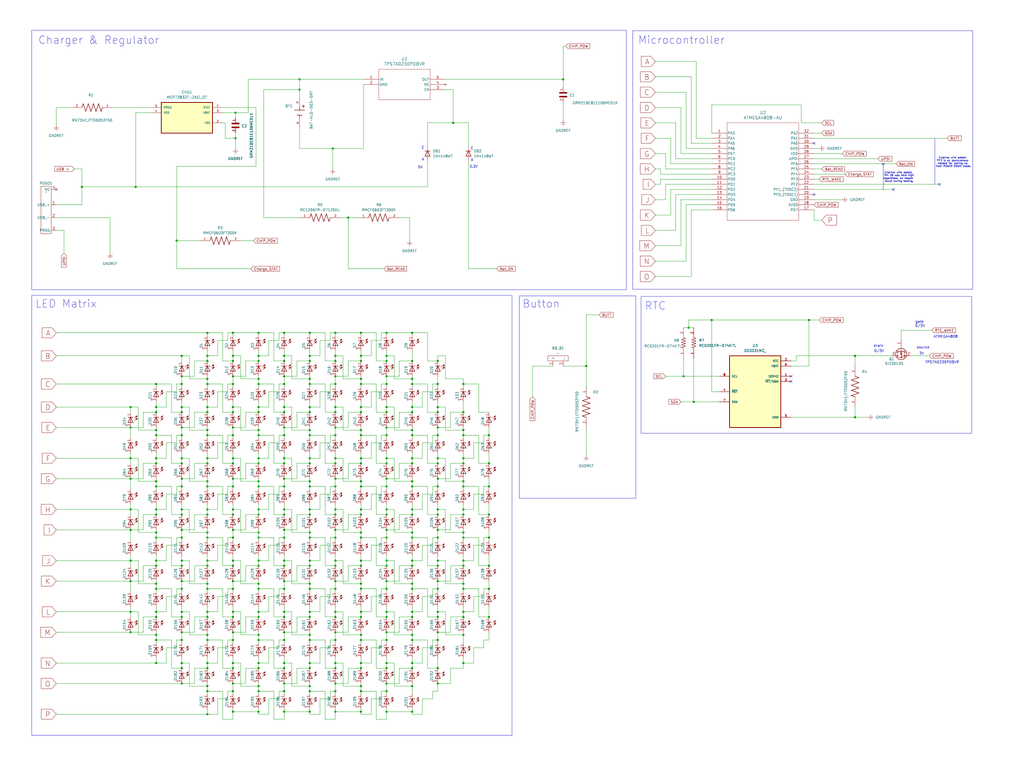
<source format=kicad_sch>
(kicad_sch (version 20250114) (generator "eeschema") (generator_version "9.0")
  (paper "User" 508 381)
  (rectangle (start 257.556 146.812) (end 315.468 247.142))
  (rectangle (start 15.748 146.558) (end 254 364.744))
  (rectangle (start 15.748 14.986) (end 310.642 143.764))
  (rectangle (start 313.944 15.24) (end 482.6 143.51))
  (rectangle (start 318.008 147.066) (end 482.092 214.884))
  (text "C" (at 234.188 73.66 0) (effects (font (size 1.27 1.27))))
  (text "TPS7A0230PDBVR" (at 467.36 179.832 0) (effects (font (size 1.27 1.27))))
  (text "Microcontroller" (at 338.074 20.066 0) (effects (font (size 3.81 3.81))))
  (text "Button\n" (at 268.478 150.876 0) (effects (font (size 3.81 3.81))))
  (text "Charger & Regulator" (at 49.022 20.066 0) (effects (font (size 3.81 3.81))))
  (text "0/3V" (at 456.438 161.798 0) (effects (font (size 1.27 1.27))))
  (text "ATMEGA4808" (at 469.138 167.132 0) (effects (font (size 1.27 1.27))))
  (text "3.3V" (at 234.95 82.804 0) (effects (font (size 1.27 1.27))))
  (text "gate" (at 456.184 159.766 0) (effects (font (size 1.27 1.27))))
  (text "C" (at 209.804 73.406 0) (effects (font (size 1.27 1.27))))
  (text "0/3V" (at 436.118 174.244 0) (effects (font (size 1.27 1.27))))
  (text "drain" (at 435.864 171.704 0) (effects (font (size 1.27 1.27))))
  (text "A" (at 234.188 79.502 0) (effects (font (size 1.27 1.27))))
  (text "RTC" (at 325.12 151.892 0) (effects (font (size 3.81 3.81))))
  (text "External wire added. \nPF2 is an asyncronous \nneeded for waking up \nfrom POWER DOWN mode." (at 472.948 80.518 0) (effects (font (size 0.889 0.889))))
  (text "5V" (at 208.534 83.058 0) (effects (font (size 1.27 1.27))))
  (text "LED Matrix" (at 32.766 150.876 0) (effects (font (size 3.81 3.81))))
  (text "A" (at 209.804 79.248 0) (effects (font (size 1.27 1.27))))
  (text "External wire added. \nPin 26 was held high\nregardless, no reason \nfound during testing." (at 446.024 87.884 0) (effects (font (size 0.889 0.889))))
  (text "3V" (at 457.2 175.514 0) (effects (font (size 1.27 1.27))))
  (text "source" (at 457.962 172.466 0) (effects (font (size 1.27 1.27))))
  (junction (at 128.27 204.47))
  (junction (at 90.17 331.47))
  (junction (at 166.37 306.07))
  (junction (at 153.67 292.1))
  (junction (at 102.87 227.33))
  (junction (at 102.87 331.47))
  (junction (at 191.77 255.27))
  (junction (at 115.57 313.69))
  (junction (at 179.07 314.96))
  (junction (at 166.37 227.33))
  (junction (at 153.67 317.5))
  (junction (at 64.77 212.09))
  (junction (at 102.87 238.76))
  (junction (at 204.47 266.7))
  (junction (at 90.17 303.53))
  (junction (at 115.57 241.3))
  (junction (at 153.67 331.47))
  (junction (at 77.47 278.13))
  (junction (at 77.47 328.93))
  (junction (at 153.67 303.53))
  (junction (at 128.27 255.27))
  (junction (at 140.97 280.67))
  (junction (at 64.77 303.53))
  (junction (at 191.77 212.09))
  (junction (at 217.17 317.5))
  (junction (at 128.27 190.5))
  (junction (at 128.27 331.47))
  (junction (at 153.67 176.53))
  (junction (at 191.77 252.73))
  (junction (at 140.97 353.06))
  (junction (at 204.47 252.73))
  (junction (at 102.87 278.13))
  (junction (at 166.37 165.1))
  (junction (at 229.87 292.1))
  (junction (at 179.07 266.7))
  (junction (at 191.77 186.69))
  (junction (at 77.47 289.56))
  (junction (at 77.47 266.7))
  (junction (at 166.37 292.1))
  (junction (at 153.67 238.76))
  (junction (at 179.07 215.9))
  (junction (at 290.83 181.61))
  (junction (at 128.27 227.33))
  (junction (at 217.17 201.93))
  (junction (at 217.17 237.49))
  (junction (at 153.67 314.96))
  (junction (at 217.17 212.09))
  (junction (at 140.97 262.89))
  (junction (at 140.97 179.07))
  (junction (at 229.87 227.33))
  (junction (at 153.67 201.93))
  (junction (at 229.87 255.27))
  (junction (at 128.27 303.53))
  (junction (at 191.77 229.87))
  (junction (at 179.07 227.33))
  (junction (at 166.37 179.07))
  (junction (at 128.27 201.93))
  (junction (at 191.77 176.53))
  (junction (at 140.97 204.47))
  (junction (at 115.57 215.9))
  (junction (at 191.77 241.3))
  (junction (at 102.87 213.36))
  (junction (at 102.87 303.53))
  (junction (at 102.87 354.33))
  (junction (at 153.67 353.06))
  (junction (at 217.17 280.67))
  (junction (at 166.37 288.29))
  (junction (at 191.77 227.33))
  (junction (at 191.77 288.29))
  (junction (at 128.27 252.73))
  (junction (at 140.97 317.5))
  (junction (at 424.18 176.53))
  (junction (at 77.47 215.9))
  (junction (at 140.97 186.69))
  (junction (at 204.47 190.5))
  (junction (at 191.77 313.69))
  (junction (at 77.47 317.5))
  (junction (at 140.97 339.09))
  (junction (at 153.67 204.47))
  (junction (at 229.87 266.7))
  (junction (at 204.47 278.13))
  (junction (at 102.87 266.7))
  (junction (at 166.37 278.13))
  (junction (at 140.97 313.69))
  (junction (at 115.57 288.29))
  (junction (at 115.57 306.07))
  (junction (at 204.47 179.07))
  (junction (at 102.87 215.9))
  (junction (at 115.57 278.13))
  (junction (at 102.87 289.56))
  (junction (at 115.57 186.69))
  (junction (at 90.17 266.7))
  (junction (at 179.07 204.47))
  (junction (at 140.97 176.53))
  (junction (at 153.67 255.27))
  (junction (at 224.79 60.96))
  (junction (at 128.27 266.7))
  (junction (at 153.67 264.16))
  (junction (at 115.57 212.09))
  (junction (at 166.37 204.47))
  (junction (at 179.07 303.53))
  (junction (at 64.77 278.13))
  (junction (at 67.31 92.71))
  (junction (at 166.37 201.93))
  (junction (at 153.67 187.96))
  (junction (at 179.07 328.93))
  (junction (at 77.47 303.53))
  (junction (at 229.87 229.87))
  (junction (at 191.77 292.1))
  (junction (at 229.87 241.3))
  (junction (at 166.37 339.09))
  (junction (at 153.67 229.87))
  (junction (at 166.37 328.93))
  (junction (at 115.57 262.89))
  (junction (at 191.77 266.7))
  (junction (at 90.17 176.53))
  (junction (at 128.27 280.67))
  (junction (at 77.47 227.33))
  (junction (at 229.87 314.96))
  (junction (at 90.17 190.5))
  (junction (at 140.97 190.5))
  (junction (at 166.37 280.67))
  (junction (at 40.64 92.71))
  (junction (at 128.27 340.36))
  (junction (at 128.27 289.56))
  (junction (at 102.87 190.5))
  (junction (at 140.97 331.47))
  (junction (at 217.17 339.09))
  (junction (at 179.07 252.73))
  (junction (at 279.4 39.37))
  (junction (at 102.87 241.3))
  (junction (at 424.18 207.01))
  (junction (at 204.47 201.93))
  (junction (at 128.27 306.07))
  (junction (at 166.37 237.49))
  (junction (at 90.17 292.1))
  (junction (at 140.97 201.93))
  (junction (at 179.07 280.67))
  (junction (at 179.07 340.36))
  (junction (at 140.97 342.9))
  (junction (at 90.17 241.3))
  (junction (at 229.87 264.16))
  (junction (at 153.67 215.9))
  (junction (at 166.37 252.73))
  (junction (at 242.57 241.3))
  (junction (at 90.17 212.09))
  (junction (at 153.67 179.07))
  (junction (at 102.87 165.1))
  (junction (at 242.57 306.07))
  (junction (at 166.37 215.9))
  (junction (at 90.17 252.73))
  (junction (at 191.77 201.93))
  (junction (at 128.27 264.16))
  (junction (at 90.17 215.9))
  (junction (at 191.77 353.06))
  (junction (at 217.17 215.9))
  (junction (at 204.47 292.1))
  (junction (at 353.06 158.75))
  (junction (at 191.77 278.13))
  (junction (at 242.57 215.9))
  (junction (at 344.17 199.39))
  (junction (at 102.87 176.53))
  (junction (at 102.87 179.07))
  (junction (at 204.47 165.1))
  (junction (at 217.17 278.13))
  (junction (at 242.57 255.27))
  (junction (at 140.97 237.49))
  (junction (at 179.07 255.27))
  (junction (at 229.87 252.73))
  (junction (at 90.17 280.67))
  (junction (at 217.17 255.27))
  (junction (at 140.97 241.3))
  (junction (at 341.63 162.56))
  (junction (at 115.57 237.49))
  (junction (at 115.57 292.1))
  (junction (at 166.37 186.69))
  (junction (at 153.67 227.33))
  (junction (at 128.27 238.76))
  (junction (at 128.27 342.9))
  (junction (at 102.87 201.93))
  (junction (at 204.47 204.47))
  (junction (at 191.77 204.47))
  (junction (at 217.17 292.1))
  (junction (at 166.37 190.5))
  (junction (at 229.87 215.9))
  (junction (at 179.07 292.1))
  (junction (at 115.57 229.87))
  (junction (at 166.37 262.89))
  (junction (at 128.27 353.06))
  (junction (at 204.47 187.96))
  (junction (at 191.77 303.53))
  (junction (at 102.87 340.36))
  (junction (at 179.07 190.5))
  (junction (at 115.57 331.47))
  (junction (at 140.97 227.33))
  (junction (at 191.77 190.5))
  (junction (at 179.07 229.87))
  (junction (at 217.17 306.07))
  (junction (at 179.07 306.07))
  (junction (at 115.57 201.93))
  (junction (at 102.87 229.87))
  (junction (at 191.77 215.9))
  (junction (at 179.07 331.47))
  (junction (at 204.47 331.47))
  (junction (at 115.57 190.5))
  (junction (at 128.27 278.13))
  (junction (at 172.72 107.95))
  (junction (at 140.97 306.07))
  (junction (at 102.87 328.93))
  (junction (at 191.77 237.49))
  (junction (at 179.07 213.36))
  (junction (at 115.57 353.06))
  (junction (at 191.77 179.07))
  (junction (at 217.17 204.47))
  (junction (at 229.87 303.53))
  (junction (at 166.37 313.69))
  (junction (at 90.17 201.93))
  (junction (at 204.47 306.07))
  (junction (at 179.07 278.13))
  (junction (at 128.27 314.96))
  (junction (at 90.17 278.13))
  (junction (at 102.87 252.73))
  (junction (at 191.77 342.9))
  (junction (at 191.77 317.5))
  (junction (at 191.77 328.93))
  (junction (at 166.37 353.06))
  (junction (at 204.47 328.93))
  (junction (at 217.17 229.87))
  (junction (at 116.84 68.58))
  (junction (at 166.37 317.5))
  (junction (at 77.47 201.93))
  (junction (at 217.17 262.89))
  (junction (at 102.87 317.5))
  (junction (at 64.77 201.93))
  (junction (at 166.37 212.09))
  (junction (at 229.87 289.56))
  (junction (at 90.17 306.07))
  (junction (at 77.47 241.3))
  (junction (at 140.97 165.1))
  (junction (at 116.84 55.88))
  (junction (at 166.37 266.7))
  (junction (at 115.57 266.7))
  (junction (at 128.27 187.96))
  (junction (at 115.57 255.27))
  (junction (at 217.17 179.07))
  (junction (at 77.47 280.67))
  (junction (at 204.47 264.16))
  (junction (at 166.37 331.47))
  (junction (at 191.77 306.07))
  (junction (at 229.87 328.93))
  (junction (at 179.07 289.56))
  (junction (at 179.07 264.16))
  (junction (at 102.87 255.27))
  (junction (at 153.67 342.9))
  (junction (at 204.47 317.5))
  (junction (at 102.87 187.96))
  (junction (at 64.77 262.89))
  (junction (at 153.67 213.36))
  (junction (at 242.57 266.7))
  (junction (at 153.67 241.3))
  (junction (at 128.27 241.3))
  (junction (at 128.27 292.1))
  (junction (at 217.17 331.47))
  (junction (at 229.87 278.13))
  (junction (at 140.97 288.29))
  (junction (at 140.97 328.93))
  (junction (at 115.57 204.47))
  (junction (at 115.57 339.09))
  (junction (at 77.47 190.5))
  (junction (at 204.47 314.96))
  (junction (at 191.77 331.47))
  (junction (at 217.17 227.33))
  (junction (at 191.77 339.09))
  (junction (at 166.37 241.3))
  (junction (at 204.47 213.36))
  (junction (at 90.17 317.5))
  (junction (at 191.77 262.89))
  (junction (at 217.17 313.69))
  (junction (at 191.77 165.1))
  (junction (at 115.57 165.1))
  (junction (at 64.77 313.69))
  (junction (at 102.87 342.9))
  (junction (at 115.57 179.07))
  (junction (at 229.87 213.36))
  (junction (at 102.87 314.96))
  (junction (at 242.57 229.87))
  (junction (at 166.37 176.53))
  (junction (at 90.17 204.47))
  (junction (at 179.07 342.9))
  (junction (at 140.97 255.27))
  (junction (at 204.47 238.76))
  (junction (at 179.07 165.1))
  (junction (at 217.17 266.7))
  (junction (at 166.37 342.9))
  (junction (at 128.27 213.36))
  (junction (at 179.07 179.07))
  (junction (at 115.57 227.33))
  (junction (at 242.57 292.1))
  (junction (at 153.67 280.67))
  (junction (at 115.57 252.73))
  (junction (at 204.47 255.27))
  (junction (at 102.87 292.1))
  (junction (at 153.67 252.73))
  (junction (at 90.17 255.27))
  (junction (at 153.67 266.7))
  (junction (at 90.17 227.33))
  (junction (at 217.17 303.53))
  (junction (at 115.57 328.93))
  (junction (at 140.97 212.09))
  (junction (at 148.59 44.45))
  (junction (at 115.57 303.53))
  (junction (at 64.77 227.33))
  (junction (at 115.57 176.53))
  (junction (at 128.27 317.5))
  (junction (at 140.97 229.87))
  (junction (at 102.87 204.47))
  (junction (at 179.07 238.76))
  (junction (at 90.17 186.69))
  (junction (at 229.87 190.5))
  (junction (at 229.87 306.07))
  (junction (at 90.17 288.29))
  (junction (at 77.47 306.07))
  (junction (at 153.67 306.07))
  (junction (at 166.37 229.87))
  (junction (at 339.09 186.69))
  (junction (at 401.32 158.75))
  (junction (at 179.07 353.06))
  (junction (at 128.27 215.9))
  (junction (at 204.47 229.87))
  (junction (at 153.67 328.93))
  (junction (at 90.17 339.09))
  (junction (at 128.27 176.53))
  (junction (at 102.87 264.16))
  (junction (at 77.47 213.36))
  (junction (at 102.87 280.67))
  (junction (at 204.47 241.3))
  (junction (at 242.57 280.67))
  (junction (at 204.47 353.06))
  (junction (at 179.07 317.5))
  (junction (at 204.47 227.33))
  (junction (at 140.97 292.1))
  (junction (at 102.87 306.07))
  (junction (at 153.67 340.36))
  (junction (at 140.97 278.13))
  (junction (at 140.97 252.73))
  (junction (at 179.07 201.93))
  (junction (at 77.47 314.96))
  (junction (at 179.07 176.53))
  (junction (at 128.27 179.07))
  (junction (at 90.17 313.69))
  (junction (at 77.47 292.1))
  (junction (at 128.27 229.87))
  (junction (at 229.87 280.67))
  (junction (at 77.47 264.16))
  (junction (at 204.47 303.53))
  (junction (at 77.47 238.76))
  (junction (at 148.59 39.37))
  (junction (at 166.37 255.27))
  (junction (at 179.07 187.96))
  (junction (at 77.47 252.73))
  (junction (at 204.47 289.56))
  (junction (at 140.97 215.9))
  (junction (at 217.17 190.5))
  (junction (at 153.67 165.1))
  (junction (at 128.27 328.93))
  (junction (at 217.17 241.3))
  (junction (at 115.57 280.67))
  (junction (at 217.17 288.29))
  (junction (at 191.77 280.67))
  (junction (at 204.47 280.67))
  (junction (at 204.47 340.36))
  (junction (at 90.17 237.49))
  (junction (at 229.87 238.76))
  (junction (at 64.77 237.49))
  (junction (at 166.37 303.53))
  (junction (at 90.17 262.89))
  (junction (at 140.97 266.7))
  (junction (at 128.27 165.1))
  (junction (at 140.97 303.53))
  (junction (at 153.67 190.5))
  (junction (at 153.67 289.56))
  (junction (at 64.77 252.73))
  (junction (at 217.17 252.73))
  (junction (at 115.57 342.9))
  (junction (at 179.07 241.3))
  (junction (at 229.87 204.47))
  (junction (at 90.17 328.93))
  (junction (at 153.67 278.13))
  (junction (at 165.1 73.66))
  (junction (at 90.17 229.87))
  (junction (at 87.63 119.38))
  (junction (at 77.47 255.27))
  (junction (at 204.47 215.9))
  (junction (at 77.47 204.47))
  (junction (at 115.57 317.5))
  (junction (at 64.77 288.29))
  (junction (at 77.47 229.87))
  (no_connect (at 392.43 186.69))
  (no_connect (at 27.94 93.98))
  (no_connect (at 466.09 91.44))
  (no_connect (at 443.23 93.98))
  (no_connect (at 438.15 81.28))
  (no_connect (at 403.86 71.12))
  (no_connect (at 403.86 96.52))
  (no_connect (at 392.43 189.23))
  (wire (pts (xy 161.29 266.7) (xy 161.29 280.67)))
  (wire (pts (xy 223.52 255.27) (xy 223.52 262.89)))
  (wire (pts (xy 220.98 264.16) (xy 229.87 264.16)))
  (wire (pts (xy 234.95 321.31) (xy 240.03 321.31)))
  (wire (pts (xy 240.03 241.3) (xy 242.57 241.3)))
  (wire (pts (xy 229.87 289.56) (xy 229.87 292.1)))
  (wire (pts (xy 204.47 278.13) (xy 209.55 278.13)))
  (wire (pts (xy 223.52 229.87) (xy 229.87 229.87)))
  (wire (pts (xy 179.07 353.06) (xy 179.07 354.33)))
  (wire (pts (xy 158.75 278.13) (xy 158.75 270.51)))
  (wire (pts (xy 217.17 317.5) (xy 217.17 318.77)))
  (wire (pts (xy 138.43 266.7) (xy 140.97 266.7)))
  (wire (pts (xy 64.77 227.33) (xy 68.58 227.33)))
  (wire (pts (xy 140.97 165.1) (xy 140.97 166.37)))
  (wire (pts (xy 217.17 212.09) (xy 223.52 212.09)))
  (wire (pts (xy 135.89 241.3) (xy 135.89 255.27)))
  (wire (pts (xy 466.09 91.44) (xy 403.86 91.44)))
  (wire (pts (xy 392.43 207.01) (xy 424.18 207.01)))
  (wire (pts (xy 195.58 201.93) (xy 195.58 213.36)))
  (wire (pts (xy 111.76 68.58) (xy 116.84 68.58)))
  (wire (pts (xy 87.63 292.1) (xy 90.17 292.1)))
  (wire (pts (xy 71.12 280.67) (xy 71.12 288.29)))
  (wire (pts (xy 128.27 303.53) (xy 128.27 306.07)))
  (wire (pts (xy 121.92 331.47) (xy 121.92 339.09)))
  (wire (pts (xy 447.04 168.91) (xy 447.04 163.83)))
  (wire (pts (xy 116.84 55.88) (xy 116.84 58.42)))
  (wire (pts (xy 337.82 76.2) (xy 353.06 76.2)))
  (wire (pts (xy 148.59 44.45) (xy 130.81 44.45)))
  (wire (pts (xy 85.09 241.3) (xy 85.09 255.27)))
  (wire (pts (xy 212.09 317.5) (xy 212.09 331.47)))
  (wire (pts (xy 189.23 194.31) (xy 189.23 190.5)))
  (wire (pts (xy 203.2 107.95) (xy 203.2 119.38)))
  (wire (pts (xy 234.95 227.33) (xy 234.95 219.71)))
  (wire (pts (xy 115.57 215.9) (xy 115.57 217.17)))
  (wire (pts (xy 394.97 176.53) (xy 424.18 176.53)))
  (wire (pts (xy 55.88 53.34) (xy 74.93 53.34)))
  (wire (pts (xy 128.27 303.53) (xy 133.35 303.53)))
  (wire (pts (xy 179.07 237.49) (xy 179.07 238.76)))
  (wire (pts (xy 107.95 227.33) (xy 107.95 219.71)))
  (wire (pts (xy 27.94 107.95) (xy 54.61 107.95)))
  (wire (pts (xy 242.57 224.79) (xy 242.57 229.87)))
  (wire (pts (xy 166.37 317.5) (xy 166.37 318.77)))
  (wire (pts (xy 325.12 106.68) (xy 332.74 106.68)))
  (wire (pts (xy 144.78 176.53) (xy 144.78 187.96)))
  (wire (pts (xy 148.59 73.66) (xy 165.1 73.66)))
  (wire (pts (xy 191.77 227.33) (xy 195.58 227.33)))
  (wire (pts (xy 217.17 288.29) (xy 223.52 288.29)))
  (wire (pts (xy 186.69 179.07) (xy 191.77 179.07)))
  (wire (pts (xy 113.03 245.11) (xy 113.03 241.3)))
  (wire (pts (xy 327.66 86.36) (xy 353.06 86.36)))
  (wire (pts (xy 217.17 262.89) (xy 217.17 266.7)))
  (wire (pts (xy 198.12 255.27) (xy 198.12 262.89)))
  (wire (pts (xy 77.47 252.73) (xy 77.47 255.27)))
  (wire (pts (xy 217.17 300.99) (xy 217.17 303.53)))
  (wire (pts (xy 140.97 186.69) (xy 147.32 186.69)))
  (wire (pts (xy 184.15 252.73) (xy 184.15 245.11)))
  (wire (pts (xy 153.67 300.99) (xy 153.67 303.53)))
  (wire (pts (xy 179.07 176.53) (xy 179.07 179.07)))
  (wire (pts (xy 161.29 215.9) (xy 161.29 229.87)))
  (wire (pts (xy 229.87 187.96) (xy 229.87 190.5)))
  (wire (pts (xy 128.27 173.99) (xy 128.27 176.53)))
  (wire (pts (xy 166.37 353.06) (xy 179.07 353.06)))
  (wire (pts (xy 242.57 288.29) (xy 242.57 292.1)))
  (wire (pts (xy 115.57 237.49) (xy 115.57 241.3)))
  (wire (pts (xy 214.63 190.5) (xy 217.17 190.5)))
  (wire (pts (xy 342.9 71.12) (xy 342.9 38.1)))
  (wire (pts (xy 195.58 187.96) (xy 204.47 187.96)))
  (wire (pts (xy 158.75 303.53) (xy 158.75 295.91)))
  (wire (pts (xy 198.12 280.67) (xy 198.12 288.29)))
  (wire (pts (xy 179.07 354.33) (xy 184.15 354.33)))
  (wire (pts (xy 232.41 133.35) (xy 246.38 133.35)))
  (wire (pts (xy 140.97 278.13) (xy 144.78 278.13)))
  (wire (pts (xy 325.12 38.1) (xy 342.9 38.1)))
  (wire (pts (xy 93.98 264.16) (xy 102.87 264.16)))
  (wire (pts (xy 90.17 252.73) (xy 90.17 255.27)))
  (wire (pts (xy 204.47 252.73) (xy 204.47 255.27)))
  (wire (pts (xy 195.58 289.56) (xy 204.47 289.56)))
  (wire (pts (xy 90.17 275.59) (xy 90.17 278.13)))
  (wire (pts (xy 229.87 227.33) (xy 234.95 227.33)))
  (wire (pts (xy 240.03 245.11) (xy 240.03 241.3)))
  (wire (pts (xy 130.81 44.45) (xy 130.81 107.95)))
  (wire (pts (xy 90.17 227.33) (xy 93.98 227.33)))
  (wire (pts (xy 166.37 339.09) (xy 172.72 339.09)))
  (wire (pts (xy 116.84 55.88) (xy 123.19 55.88)))
  (wire (pts (xy 204.47 303.53) (xy 209.55 303.53)))
  (wire (pts (xy 158.75 194.31) (xy 163.83 194.31)))
  (wire (pts (xy 153.67 275.59) (xy 153.67 278.13)))
  (wire (pts (xy 115.57 250.19) (xy 115.57 252.73)))
  (wire (pts (xy 64.77 201.93) (xy 64.77 204.47)))
  (wire (pts (xy 179.07 275.59) (xy 179.07 278.13)))
  (wire (pts (xy 179.07 250.19) (xy 179.07 252.73)))
  (wire (pts (xy 204.47 217.17) (xy 204.47 215.9)))
  (wire (pts (xy 447.04 163.83) (xy 462.28 163.83)))
  (wire (pts (xy 198.12 204.47) (xy 198.12 212.09)))
  (wire (pts (xy 204.47 353.06) (xy 204.47 354.33)))
  (wire (pts (xy 212.09 204.47) (xy 217.17 204.47)))
  (wire (pts (xy 102.87 339.09) (xy 102.87 340.36)))
  (wire (pts (xy 64.77 237.49) (xy 71.12 237.49)))
  (wire (pts (xy 153.67 252.73) (xy 153.67 255.27)))
  (wire (pts (xy 179.07 186.69) (xy 179.07 187.96)))
  (wire (pts (xy 133.35 201.93) (xy 133.35 194.31)))
  (wire (pts (xy 214.63 295.91) (xy 214.63 292.1)))
  (wire (pts (xy 153.67 252.73) (xy 158.75 252.73)))
  (wire (pts (xy 186.69 317.5) (xy 186.69 331.47)))
  (wire (pts (xy 204.47 213.36) (xy 204.47 215.9)))
  (wire (pts (xy 77.47 303.53) (xy 82.55 303.53)))
  (wire (pts (xy 223.52 204.47) (xy 229.87 204.47)))
  (wire (pts (xy 140.97 339.09) (xy 140.97 342.9)))
  (wire (pts (xy 170.18 289.56) (xy 179.07 289.56)))
  (wire (pts (xy 217.17 262.89) (xy 223.52 262.89)))
  (wire (pts (xy 179.07 303.53) (xy 179.07 306.07)))
  (wire (pts (xy 242.57 266.7) (xy 242.57 267.97)))
  (wire (pts (xy 64.77 278.13) (xy 68.58 278.13)))
  (wire (pts (xy 217.17 227.33) (xy 217.17 229.87)))
  (wire (pts (xy 179.07 328.93) (xy 184.15 328.93)))
  (wire (pts (xy 217.17 224.79) (xy 217.17 227.33)))
  (wire (pts (xy 217.17 278.13) (xy 220.98 278.13)))
  (wire (pts (xy 342.9 71.12) (xy 353.06 71.12)))
  (wire (pts (xy 67.31 55.88) (xy 67.31 92.71)))
  (wire (pts (xy 170.18 340.36) (xy 179.07 340.36)))
  (wire (pts (xy 87.63 119.38) (xy 99.06 119.38)))
  (wire (pts (xy 102.87 303.53) (xy 102.87 306.07)))
  (wire (pts (xy 166.37 313.69) (xy 172.72 313.69)))
  (wire (pts (xy 138.43 194.31) (xy 138.43 190.5)))
  (wire (pts (xy 27.94 201.93) (xy 64.77 201.93)))
  (wire (pts (xy 102.87 237.49) (xy 102.87 238.76)))
  (wire (pts (xy 115.57 328.93) (xy 115.57 331.47)))
  (wire (pts (xy 184.15 245.11) (xy 189.23 245.11)))
  (wire (pts (xy 85.09 190.5) (xy 85.09 204.47)))
  (wire (pts (xy 191.77 215.9) (xy 191.77 217.17)))
  (wire (pts (xy 204.47 339.09) (xy 204.47 340.36)))
  (wire (pts (xy 452.12 176.53) (xy 461.01 176.53)))
  (wire (pts (xy 115.57 288.29) (xy 121.92 288.29)))
  (wire (pts (xy 93.98 187.96) (xy 102.87 187.96)))
  (wire (pts (xy 214.63 321.31) (xy 214.63 317.5)))
  (wire (pts (xy 115.57 252.73) (xy 115.57 255.27)))
  (wire (pts (xy 119.38 213.36) (xy 128.27 213.36)))
  (wire (pts (xy 179.07 252.73) (xy 184.15 252.73)))
  (wire (pts (xy 401.32 158.75) (xy 406.4 158.75)))
  (wire (pts (xy 102.87 264.16) (xy 102.87 266.7)))
  (wire (pts (xy 96.52 179.07) (xy 96.52 186.69)))
  (wire (pts (xy 135.89 165.1) (xy 135.89 179.07)))
  (wire (pts (xy 77.47 262.89) (xy 77.47 264.16)))
  (wire (pts (xy 64.77 224.79) (xy 64.77 227.33)))
  (wire (pts (xy 189.23 190.5) (xy 191.77 190.5)))
  (wire (pts (xy 229.87 262.89) (xy 229.87 264.16)))
  (wire (pts (xy 220.98 39.37) (xy 279.4 39.37)))
  (wire (pts (xy 128.27 275.59) (xy 128.27 278.13)))
  (wire (pts (xy 93.98 238.76) (xy 102.87 238.76)))
  (wire (pts (xy 198.12 306.07) (xy 198.12 313.69)))
  (wire (pts (xy 153.67 340.36) (xy 153.67 342.9)))
  (wire (pts (xy 140.97 165.1) (xy 153.67 165.1)))
  (wire (pts (xy 189.23 342.9) (xy 191.77 342.9)))
  (wire (pts (xy 166.37 326.39) (xy 166.37 328.93)))
  (wire (pts (xy 234.95 252.73) (xy 234.95 245.11)))
  (wire (pts (xy 127 53.34) (xy 127 82.55)))
  (wire (pts (xy 140.97 212.09) (xy 147.32 212.09)))
  (wire (pts (xy 153.67 314.96) (xy 153.67 317.5)))
  (wire (pts (xy 102.87 289.56) (xy 102.87 292.1)))
  (wire (pts (xy 340.36 101.6) (xy 353.06 101.6)))
  (wire (pts (xy 153.67 288.29) (xy 153.67 289.56)))
  (wire (pts (xy 140.97 252.73) (xy 144.78 252.73)))
  (wire (pts (xy 166.37 328.93) (xy 170.18 328.93)))
  (wire (pts (xy 229.87 303.53) (xy 229.87 306.07)))
  (wire (pts (xy 184.15 303.53) (xy 184.15 295.91)))
  (wire (pts (xy 119.38 264.16) (xy 128.27 264.16)))
  (wire (pts (xy 195.58 176.53) (xy 195.58 187.96)))
  (wire (pts (xy 217.17 201.93) (xy 220.98 201.93)))
  (wire (pts (xy 212.09 60.96) (xy 224.79 60.96)))
  (wire (pts (xy 144.78 328.93) (xy 144.78 340.36)))
  (wire (pts (xy 138.43 270.51) (xy 138.43 266.7)))
  (wire (pts (xy 204.47 242.57) (xy 204.47 241.3)))
  (wire (pts (xy 140.97 300.99) (xy 140.97 303.53)))
  (wire (pts (xy 191.77 351.79) (xy 191.77 353.06)))
  (wire (pts (xy 191.77 241.3) (xy 191.77 242.57)))
  (wire (pts (xy 77.47 326.39) (xy 77.47 328.93)))
  (wire (pts (xy 140.97 252.73) (xy 140.97 255.27)))
  (wire (pts (xy 144.78 278.13) (xy 144.78 289.56)))
  (wire (pts (xy 82.55 252.73) (xy 82.55 245.11)))
  (wire (pts (xy 212.09 165.1) (xy 204.47 165.1)))
  (wire (pts (xy 110.49 204.47) (xy 115.57 204.47)))
  (wire (pts (xy 77.47 267.97) (xy 77.47 266.7)))
  (wire (pts (xy 186.69 241.3) (xy 186.69 255.27)))
  (wire (pts (xy 40.64 83.82) (xy 40.64 92.71)))
  (wire (pts (xy 85.09 306.07) (xy 90.17 306.07)))
  (wire (pts (xy 90.17 212.09) (xy 90.17 215.9)))
  (wire (pts (xy 87.63 266.7) (xy 90.17 266.7)))
  (wire (pts (xy 133.35 176.53) (xy 133.35 168.91)))
  (wire (pts (xy 212.09 241.3) (xy 212.09 255.27)))
  (wire (pts (xy 140.97 186.69) (xy 140.97 190.5)))
  (wire (pts (xy 223.52 331.47) (xy 223.52 339.09)))
  (wire (pts (xy 158.75 252.73) (xy 158.75 245.11)))
  (wire (pts (xy 189.23 270.51) (xy 189.23 266.7)))
  (wire (pts (xy 212.09 266.7) (xy 204.47 266.7)))
  (wire (pts (xy 204.47 166.37) (xy 204.47 165.1)))
  (wire (pts (xy 191.77 353.06) (xy 204.47 353.06)))
  (wire (pts (xy 179.07 264.16) (xy 179.07 266.7)))
  (wire (pts (xy 87.63 245.11) (xy 87.63 241.3)))
  (wire (pts (xy 179.07 278.13) (xy 184.15 278.13)))
  (wire (pts (xy 140.97 227.33) (xy 140.97 229.87)))
  (wire (pts (xy 90.17 212.09) (xy 96.52 212.09)))
  (wire (pts (xy 140.97 353.06) (xy 153.67 353.06)))
  (wire (pts (xy 27.94 278.13) (xy 64.77 278.13)))
  (wire (pts (xy 135.89 292.1) (xy 135.89 306.07)))
  (wire (pts (xy 128.27 288.29) (xy 128.27 289.56)))
  (wire (pts (xy 191.77 190.5) (xy 191.77 191.77)))
  (wire (pts (xy 195.58 252.73) (xy 195.58 264.16)))
  (wire (pts (xy 102.87 201.93) (xy 102.87 204.47)))
  (wire (pts (xy 166.37 275.59) (xy 166.37 278.13)))
  (wire (pts (xy 93.98 176.53) (xy 93.98 187.96)))
  (wire (pts (xy 195.58 227.33) (xy 195.58 238.76)))
  (wire (pts (xy 140.97 173.99) (xy 140.97 176.53)))
  (wire (pts (xy 119.38 176.53) (xy 119.38 187.96)))
  (wire (pts (xy 240.03 270.51) (xy 240.03 266.7)))
  (wire (pts (xy 240.03 317.5) (xy 242.57 317.5)))
  (wire (pts (xy 179.07 303.53) (xy 184.15 303.53)))
  (wire (pts (xy 179.07 242.57) (xy 179.07 241.3)))
  (wire (pts (xy 77.47 213.36) (xy 77.47 215.9)))
  (wire (pts (xy 140.97 237.49) (xy 140.97 241.3)))
  (wire (pts (xy 242.57 292.1) (xy 242.57 293.37)))
  (wire (pts (xy 144.78 289.56) (xy 153.67 289.56)))
  (wire (pts (xy 102.87 176.53) (xy 102.87 179.07)))
  (wire (pts (xy 209.55 346.71) (xy 214.63 346.71)))
  (wire (pts (xy 212.09 306.07) (xy 217.17 306.07)))
  (wire (pts (xy 209.55 328.93) (xy 209.55 321.31)))
  (wire (pts (xy 96.52 280.67) (xy 102.87 280.67)))
  (wire (pts (xy 166.37 186.69) (xy 166.37 190.5)))
  (wire (pts (xy 138.43 241.3) (xy 140.97 241.3)))
  (wire (pts (xy 90.17 224.79) (xy 90.17 227.33)))
  (wire (pts (xy 290.83 156.21) (xy 290.83 181.61)))
  (wire (pts (xy 77.47 313.69) (xy 77.47 314.96)))
  (wire (pts (xy 232.41 60.96) (xy 232.41 72.39)))
  (wire (pts (xy 27.94 303.53) (xy 64.77 303.53)))
  (wire (pts (xy 170.18 252.73) (xy 170.18 264.16)))
  (wire (pts (xy 144.78 201.93) (xy 144.78 213.36)))
  (wire (pts (xy 102.87 242.57) (xy 102.87 241.3)))
  (wire (pts (xy 133.35 245.11) (xy 138.43 245.11)))
  (wire (pts (xy 214.63 194.31) (xy 214.63 190.5)))
  (wire (pts (xy 325.12 45.72) (xy 340.36 45.72)))
  (wire (pts (xy 172.72 255.27) (xy 179.07 255.27)))
  (wire (pts (xy 161.29 292.1) (xy 161.29 306.07)))
  (wire (pts (xy 214.63 270.51) (xy 214.63 266.7)))
  (wire (pts (xy 186.69 306.07) (xy 191.77 306.07)))
  (wire (pts (xy 87.63 82.55) (xy 87.63 119.38)))
  (wire (pts (xy 179.07 318.77) (xy 179.07 317.5)))
  (wire (pts (xy 186.69 266.7) (xy 179.07 266.7)))
  (wire (pts (xy 110.49 179.07) (xy 115.57 179.07)))
  (wire (pts (xy 161.29 266.7) (xy 153.67 266.7)))
  (wire (pts (xy 128.27 213.36) (xy 128.27 215.9)))
  (wire (pts (xy 195.58 314.96) (xy 204.47 314.96)))
  (wire (pts (xy 229.87 227.33) (xy 229.87 229.87)))
  (wire (pts (xy 186.69 356.87) (xy 191.77 356.87)))
  (wire (pts (xy 77.47 224.79) (xy 77.47 227.33)))
  (wire (pts (xy 110.49 165.1) (xy 102.87 165.1)))
  (wire (pts (xy 179.07 173.99) (xy 179.07 176.53)))
  (wire (pts (xy 161.29 331.47) (xy 166.37 331.47)))
  (wire (pts (xy 161.29 229.87) (xy 166.37 229.87)))
  (wire (pts (xy 82.55 295.91) (xy 87.63 295.91)))
  (wire (pts (xy 204.47 351.79) (xy 204.47 353.06)))
  (wire (pts (xy 339.09 186.69) (xy 356.87 186.69)))
  (wire (pts (xy 229.87 252.73) (xy 229.87 255.27)))
  (wire (pts (xy 135.89 179.07) (xy 140.97 179.07)))
  (wire (pts (xy 82.55 219.71) (xy 87.63 219.71)))
  (wire (pts (xy 223.52 331.47) (xy 229.87 331.47)))
  (wire (pts (xy 27.94 354.33) (xy 102.87 354.33)))
  (wire (pts (xy 140.97 275.59) (xy 140.97 278.13)))
  (wire (pts (xy 87.63 194.31) (xy 87.63 190.5)))
  (wire (pts (xy 166.37 215.9) (xy 166.37 217.17)))
  (wire (pts (xy 128.27 262.89) (xy 128.27 264.16)))
  (wire (pts (xy 214.63 266.7) (xy 217.17 266.7)))
  (wire (pts (xy 229.87 264.16) (xy 229.87 266.7)))
  (wire (pts (xy 102.87 252.73) (xy 107.95 252.73)))
  (wire (pts (xy 340.36 45.72) (xy 340.36 73.66)))
  (wire (pts (xy 64.77 212.09) (xy 27.94 212.09)))
  (wire (pts (xy 166.37 176.53) (xy 166.37 179.07)))
  (wire (pts (xy 90.17 300.99) (xy 90.17 303.53)))
  (wire (pts (xy 135.89 356.87) (xy 140.97 356.87)))
  (wire (pts (xy 279.4 22.86) (xy 280.67 22.86)))
  (wire (pts (xy 204.47 293.37) (xy 204.47 292.1)))
  (wire (pts (xy 212.09 60.96) (xy 212.09 72.39)))
  (wire (pts (xy 128.27 354.33) (xy 133.35 354.33)))
  (wire (pts (xy 115.57 351.79) (xy 115.57 353.06)))
  (wire (pts (xy 204.47 289.56) (xy 204.47 292.1)))
  (wire (pts (xy 179.07 289.56) (xy 179.07 292.1)))
  (wire (pts (xy 204.47 227.33) (xy 204.47 229.87)))
  (wire (pts (xy 204.47 278.13) (xy 204.47 280.67)))
  (wire (pts (xy 135.89 241.3) (xy 128.27 241.3)))
  (wire (pts (xy 229.87 313.69) (xy 229.87 314.96)))
  (wire (pts (xy 135.89 342.9) (xy 135.89 356.87)))
  (wire (pts (xy 179.07 278.13) (xy 179.07 280.67)))
  (wire (pts (xy 279.4 50.8) (xy 279.4 59.69)))
  (wire (pts (xy 148.59 48.26) (xy 148.59 44.45)))
  (wire (pts (xy 153.67 187.96) (xy 153.67 190.5)))
  (wire (pts (xy 186.69 229.87) (xy 191.77 229.87)))
  (wire (pts (xy 229.87 278.13) (xy 229.87 280.67)))
  (wire (pts (xy 102.87 238.76) (xy 102.87 241.3)))
  (wire (pts (xy 110.49 306.07) (xy 115.57 306.07)))
  (wire (pts (xy 279.4 39.37) (xy 279.4 43.18)))
  (wire (pts (xy 128.27 264.16) (xy 128.27 266.7)))
  (wire (pts (xy 147.32 204.47) (xy 153.67 204.47)))
  (wire (pts (xy 234.95 278.13) (xy 234.95 270.51)))
  (wire (pts (xy 107.95 295.91) (xy 113.03 295.91)))
  (wire (pts (xy 204.47 238.76) (xy 204.47 241.3)))
  (wire (pts (xy 191.77 317.5) (xy 191.77 318.77)))
  (wire (pts (xy 172.72 306.07) (xy 172.72 313.69)))
  (wire (pts (xy 77.47 237.49) (xy 77.47 238.76)))
  (wire (pts (xy 140.97 227.33) (xy 144.78 227.33)))
  (wire (pts (xy 170.18 264.16) (xy 179.07 264.16)))
  (wire (pts (xy 107.95 278.13) (xy 107.95 270.51)))
  (wire (pts (xy 140.97 353.06) (xy 140.97 356.87)))
  (wire (pts (xy 161.29 215.9) (xy 153.67 215.9)))
  (wire (pts (xy 119.38 278.13) (xy 119.38 289.56)))
  (wire (pts (xy 119.38 201.93) (xy 119.38 213.36)))
  (wire (pts (xy 113.03 266.7) (xy 115.57 266.7)))
  (wire (pts (xy 153.67 173.99) (xy 153.67 176.53)))
  (wire (pts (xy 191.77 300.99) (xy 191.77 303.53)))
  (wire (pts (xy 147.32 306.07) (xy 153.67 306.07)))
  (wire (pts (xy 186.69 342.9) (xy 186.69 356.87)))
  (wire (pts (xy 209.55 245.11) (xy 214.63 245.11)))
  (wire (pts (xy 198.12 179.07) (xy 198.12 186.69)))
  (wire (pts (xy 147.32 229.87) (xy 147.32 237.49)))
  (wire (pts (xy 135.89 215.9) (xy 128.27 215.9)))
  (wire (pts (xy 77.47 278.13) (xy 82.55 278.13)))
  (wire (pts (xy 195.58 340.36) (xy 204.47 340.36)))
  (wire (pts (xy 179.07 199.39) (xy 179.07 201.93)))
  (wire (pts (xy 27.94 53.34) (xy 27.94 62.23)))
  (wire (pts (xy 191.77 339.09) (xy 191.77 342.9)))
  (wire (pts (xy 195.58 264.16) (xy 204.47 264.16)))
  (wire (pts (xy 214.63 346.71) (xy 214.63 342.9)))
  (wire (pts (xy 153.67 278.13) (xy 158.75 278.13)))
  (wire (pts (xy 128.27 238.76) (xy 128.27 241.3)))
  (wire (pts (xy 166.37 165.1) (xy 166.37 166.37)))
  (wire (pts (xy 161.29 241.3) (xy 161.29 255.27)))
  (wire (pts (xy 115.57 201.93) (xy 119.38 201.93)))
  (wire (pts (xy 191.77 313.69) (xy 191.77 317.5)))
  (wire (pts (xy 220.98 44.45) (xy 224.79 44.45)))
  (wire (pts (xy 204.47 288.29) (xy 204.47 289.56)))
  (wire (pts (xy 128.27 224.79) (xy 128.27 227.33)))
  (wire (pts (xy 290.83 212.09) (xy 290.83 226.06)))
  (wire (pts (xy 209.55 194.31) (xy 214.63 194.31)))
  (wire (pts (xy 27.94 313.69) (xy 64.77 313.69)))
  (wire (pts (xy 191.77 303.53) (xy 195.58 303.53)))
  (wire (pts (xy 93.98 328.93) (xy 93.98 340.36)))
  (wire (pts (xy 163.83 317.5) (xy 166.37 317.5)))
  (wire (pts (xy 82.55 303.53) (xy 82.55 295.91)))
  (wire (pts (xy 186.69 342.9) (xy 179.07 342.9)))
  (wire (pts (xy 217.17 252.73) (xy 220.98 252.73)))
  (wire (pts (xy 153.67 303.53) (xy 158.75 303.53)))
  (wire (pts (xy 204.47 173.99) (xy 204.47 179.07)))
  (wire (pts (xy 161.29 165.1) (xy 161.29 179.07)))
  (wire (pts (xy 217.17 275.59) (xy 217.17 278.13)))
  (wire (pts (xy 147.32 179.07) (xy 147.32 186.69)))
  (wire (pts (xy 163.83 346.71) (xy 163.83 342.9)))
  (wire (pts (xy 140.97 224.79) (xy 140.97 227.33)))
  (wire (pts (xy 158.75 219.71) (xy 163.83 219.71)))
  (wire (pts (xy 128.27 201.93) (xy 128.27 204.47)))
  (wire (pts (xy 337.82 199.39) (xy 344.17 199.39)))
  (wire (pts (xy 153.67 166.37) (xy 153.67 165.1)))
  (wire (pts (xy 140.97 201.93) (xy 144.78 201.93)))
  (wire (pts (xy 64.77 275.59) (xy 64.77 278.13)))
  (wire (pts (xy 214.63 317.5) (xy 217.17 317.5)))
  (wire (pts (xy 274.32 181.61) (xy 264.16 181.61)))
  (wire (pts (xy 170.18 314.96) (xy 179.07 314.96)))
  (wire (pts (xy 153.67 238.76) (xy 153.67 241.3)))
  (wire (pts (xy 158.75 328.93) (xy 158.75 321.31)))
  (wire (pts (xy 163.83 165.1) (xy 166.37 165.1)))
  (wire (pts (xy 133.35 354.33) (xy 133.35 346.71)))
  (wire (pts (xy 77.47 250.19) (xy 77.47 252.73)))
  (wire (pts (xy 82.55 201.93) (xy 82.55 194.31)))
  (wire (pts (xy 102.87 354.33) (xy 107.95 354.33)))
  (wire (pts (xy 189.23 295.91) (xy 189.23 292.1)))
  (wire (pts (xy 90.17 262.89) (xy 96.52 262.89)))
  (wire (pts (xy 102.87 217.17) (xy 102.87 215.9)))
  (wire (pts (xy 229.87 293.37) (xy 229.87 292.1)))
  (wire (pts (xy 204.47 328.93) (xy 204.47 331.47)))
  (wire (pts (xy 172.72 331.47) (xy 179.07 331.47)))
  (wire (pts (xy 220.98 289.56) (xy 229.87 289.56)))
  (wire (pts (xy 342.9 104.14) (xy 342.9 137.16)))
  (wire (pts (xy 107.95 201.93) (xy 107.95 194.31)))
  (wire (pts (xy 212.09 280.67) (xy 217.17 280.67)))
  (wire (pts (xy 204.47 328.93) (xy 209.55 328.93)))
  (wire (pts (xy 330.2 91.44) (xy 353.06 91.44)))
  (wire (pts (xy 403.86 68.58) (xy 469.9 68.58)))
  (wire (pts (xy 115.57 317.5) (xy 115.57 318.77)))
  (wire (pts (xy 90.17 190.5) (xy 90.17 191.77)))
  (wire (pts (xy 237.49 241.3) (xy 229.87 241.3)))
  (wire (pts (xy 179.07 213.36) (xy 179.07 215.9)))
  (wire (pts (xy 135.89 229.87) (xy 140.97 229.87)))
  (wire (pts (xy 93.98 252.73) (xy 93.98 264.16)))
  (wire (pts (xy 123.19 55.88) (xy 123.19 39.37)))
  (wire (pts (xy 128.27 191.77) (xy 128.27 190.5)))
  (wire (pts (xy 172.72 133.35) (xy 190.5 133.35)))
  (wire (pts (xy 115.57 300.99) (xy 115.57 303.53)))
  (wire (pts (xy 110.49 190.5) (xy 110.49 204.47)))
  (wire (pts (xy 186.69 215.9) (xy 186.69 229.87)))
  (wire (pts (xy 64.77 278.13) (xy 64.77 280.67)))
  (wire (pts (xy 128.27 212.09) (xy 128.27 213.36)))
  (wire (pts (xy 186.69 215.9) (xy 179.07 215.9)))
  (wire (pts (xy 77.47 238.76) (xy 77.47 241.3)))
  (wire (pts (xy 90.17 328.93) (xy 93.98 328.93)))
  (wire (pts (xy 121.92 280.67) (xy 121.92 288.29)))
  (wire (pts (xy 189.23 245.11) (xy 189.23 241.3)))
  (wire (pts (xy 179.07 288.29) (xy 179.07 289.56)))
  (wire (pts (xy 140.97 176.53) (xy 144.78 176.53)))
  (wire (pts (xy 179.07 328.93) (xy 179.07 331.47)))
  (wire (pts (xy 96.52 255.27) (xy 102.87 255.27)))
  (wire (pts (xy 119.38 252.73) (xy 119.38 264.16)))
  (wire (pts (xy 93.98 213.36) (xy 102.87 213.36)))
  (wire (pts (xy 325.12 121.92) (xy 337.82 121.92)))
  (wire (pts (xy 166.37 173.99) (xy 166.37 176.53)))
  (wire (pts (xy 217.17 201.93) (xy 217.17 204.47)))
  (wire (pts (xy 140.97 339.09) (xy 147.32 339.09)))
  (wire (pts (xy 140.97 237.49) (xy 147.32 237.49)))
  (wire (pts (xy 115.57 292.1) (xy 115.57 293.37)))
  (wire (pts (xy 158.75 168.91) (xy 163.83 168.91)))
  (wire (pts (xy 111.76 68.58) (xy 111.76 60.96)))
  (wire (pts (xy 31.75 114.3) (xy 31.75 125.73)))
  (wire (pts (xy 191.77 165.1) (xy 191.77 166.37)))
  (wire (pts (xy 68.58 278.13) (xy 68.58 289.56)))
  (wire (pts (xy 204.47 212.09) (xy 204.47 213.36)))
  (wire (pts (xy 237.49 292.1) (xy 237.49 306.07)))
  (wire (pts (xy 297.18 156.21) (xy 290.83 156.21)))
  (wire (pts (xy 191.77 288.29) (xy 191.77 292.1)))
  (wire (pts (xy 107.95 354.33) (xy 107.95 346.71)))
  (wire (pts (xy 229.87 212.09) (xy 229.87 213.36)))
  (wire (pts (xy 135.89 190.5) (xy 135.89 204.47)))
  (wire (pts (xy 229.87 213.36) (xy 229.87 215.9)))
  (wire (pts (xy 85.09 331.47) (xy 90.17 331.47)))
  (wire (pts (xy 229.87 191.77) (xy 229.87 190.5)))
  (wire (pts (xy 217.17 227.33) (xy 220.98 227.33)))
  (wire (pts (xy 140.97 288.29) (xy 140.97 292.1)))
  (wire (pts (xy 128.27 199.39) (xy 128.27 201.93)))
  (wire (pts (xy 115.57 353.06) (xy 128.27 353.06)))
  (wire (pts (xy 119.38 314.96) (xy 128.27 314.96)))
  (wire (pts (xy 27.94 237.49) (xy 64.77 237.49)))
  (wire (pts (xy 172.72 204.47) (xy 179.07 204.47)))
  (wire (pts (xy 237.49 204.47) (xy 242.57 204.47)))
  (wire (pts (xy 102.87 186.69) (xy 102.87 187.96)))
  (wire (pts (xy 158.75 321.31) (xy 163.83 321.31)))
  (wire (pts (xy 217.17 339.09) (xy 223.52 339.09)))
  (wire (pts (xy 237.49 306.07) (xy 242.57 306.07)))
  (wire (pts (xy 87.63 321.31) (xy 87.63 317.5)))
  (wire (pts (xy 209.55 354.33) (xy 209.55 346.71)))
  (wire (pts (xy 170.18 176.53) (xy 170.18 187.96)))
  (wire (pts (xy 85.09 280.67) (xy 90.17 280.67)))
  (wire (pts (xy 161.29 190.5) (xy 161.29 204.47)))
  (wire (pts (xy 166.37 353.06) (xy 166.37 356.87)))
  (wire (pts (xy 153.67 267.97) (xy 153.67 266.7)))
  (wire (pts (xy 90.17 313.69) (xy 90.17 317.5)))
  (wire (pts (xy 115.57 199.39) (xy 115.57 201.93)))
  (wire (pts (xy 186.69 331.47) (xy 191.77 331.47)))
  (wire (pts (xy 161.29 280.67) (xy 166.37 280.67)))
  (wire (pts (xy 96.52 229.87) (xy 102.87 229.87)))
  (wire (pts (xy 68.58 213.36) (xy 77.47 213.36)))
  (wire (pts (xy 64.77 201.93) (xy 68.58 201.93)))
  (wire (pts (xy 212.09 241.3) (xy 204.47 241.3)))
  (wire (pts (xy 229.87 237.49) (xy 229.87 238.76)))
  (wire (pts (xy 163.83 241.3) (xy 166.37 241.3)))
  (wire (pts (xy 224.79 44.45) (xy 224.79 60.96)))
  (wire (pts (xy 128.27 237.49) (xy 128.27 238.76)))
  (wire (pts (xy 179.07 326.39) (xy 179.07 328.93)))
  (wire (pts (xy 327.66 88.9) (xy 353.06 88.9)))
  (wire (pts (xy 403.86 99.06) (xy 417.83 99.06)))
  (wire (pts (xy 163.83 342.9) (xy 166.37 342.9)))
  (wire (pts (xy 327.66 83.82) (xy 327.66 86.36)))
  (wire (pts (xy 144.78 213.36) (xy 153.67 213.36)))
  (wire (pts (xy 153.67 176.53) (xy 158.75 176.53)))
  (wire (pts (xy 115.57 278.13) (xy 119.38 278.13)))
  (wire (pts (xy 223.52 306.07) (xy 223.52 313.69)))
  (wire (pts (xy 179.07 227.33) (xy 179.07 229.87)))
  (wire (pts (xy 339.09 177.8) (xy 339.09 186.69)))
  (wire (pts (xy 186.69 292.1) (xy 186.69 306.07)))
  (wire (pts (xy 191.77 326.39) (xy 191.77 328.93)))
  (wire (pts (xy 191.77 176.53) (xy 191.77 179.07)))
  (wire (pts (xy 184.15 176.53) (xy 184.15 168.91)))
  (wire (pts (xy 135.89 342.9) (xy 128.27 342.9)))
  (wire (pts (xy 140.97 317.5) (xy 140.97 318.77)))
  (wire (pts (xy 204.47 191.77) (xy 204.47 190.5)))
  (wire (pts (xy 325.12 129.54) (xy 340.36 129.54)))
  (wire (pts (xy 90.17 288.29) (xy 90.17 292.1)))
  (wire (pts (xy 344.17 177.8) (xy 344.17 199.39)))
  (wire (pts (xy 140.97 342.9) (xy 140.97 344.17)))
  (wire (pts (xy 191.77 165.1) (xy 204.47 165.1)))
  (wire (pts (xy 147.32 179.07) (xy 153.67 179.07)))
  (wire (pts (xy 128.27 328.93) (xy 128.27 331.47)))
  (wire (pts (xy 133.35 328.93) (xy 133.35 321.31)))
  (wire (pts (xy 191.77 288.29) (xy 198.12 288.29)))
  (wire (pts (xy 401.32 158.75) (xy 401.32 181.61)))
  (wire (pts (xy 166.37 237.49) (xy 172.72 237.49)))
  (wire (pts (xy 191.77 224.79) (xy 191.77 227.33)))
  (wire (pts (xy 128.27 353.06) (xy 128.27 354.33)))
  (wire (pts (xy 217.17 303.53) (xy 217.17 306.07)))
  (wire (pts (xy 403.86 104.14) (xy 403.86 109.22)))
  (wire (pts (xy 140.97 262.89) (xy 140.97 266.7)))
  (wire (pts (xy 153.67 224.79) (xy 153.67 227.33)))
  (wire (pts (xy 110.49 55.88) (xy 116.84 55.88)))
  (wire (pts (xy 128.27 289.56) (xy 128.27 292.1)))
  (wire (pts (xy 209.55 278.13) (xy 209.55 270.51)))
  (wire (pts (xy 128.27 201.93) (xy 133.35 201.93)))
  (wire (pts (xy 115.57 303.53) (xy 119.38 303.53)))
  (wire (pts (xy 335.28 96.52) (xy 335.28 114.3)))
  (wire (pts (xy 212.09 165.1) (xy 212.09 179.07)))
  (wire (pts (xy 87.63 190.5) (xy 90.17 190.5)))
  (wire (pts (xy 186.69 165.1) (xy 179.07 165.1)))
  (wire (pts (xy 237.49 292.1) (xy 229.87 292.1)))
  (wire (pts (xy 90.17 215.9) (xy 90.17 217.17)))
  (wire (pts (xy 77.47 278.13) (xy 77.47 280.67)))
  (wire (pts (xy 93.98 278.13) (xy 93.98 289.56)))
  (wire (pts (xy 353.06 194.31) (xy 356.87 194.31)))
  (wire (pts (xy 191.77 278.13) (xy 191.77 280.67)))
  (wire (pts (xy 290.83 181.61) (xy 290.83 191.77)))
  (wire (pts (xy 166.37 241.3) (xy 166.37 242.57)))
  (wire (pts (xy 128.27 339.09) (xy 128.27 340.36)))
  (wire (pts (xy 77.47 314.96) (xy 77.47 317.5)))
  (wire (pts (xy 87.63 295.91) (xy 87.63 292.1)))
  (wire (pts (xy 191.77 250.19) (xy 191.77 252.73)))
  (wire (pts (xy 85.09 215.9) (xy 85.09 229.87)))
  (wire (pts (xy 128.27 242.57) (xy 128.27 241.3)))
  (wire (pts (xy 184.15 194.31) (xy 189.23 194.31)))
  (wire (pts (xy 85.09 255.27) (xy 90.17 255.27)))
  (wire (pts (xy 217.17 215.9) (xy 217.17 217.17)))
  (wire (pts (xy 110.49 331.47) (xy 115.57 331.47)))
  (wire (pts (xy 96.52 306.07) (xy 96.52 313.69)))
  (wire (pts (xy 217.17 190.5) (xy 217.17 191.77)))
  (wire (pts (xy 128.27 328.93) (xy 133.35 328.93)))
  (wire (pts (xy 184.15 270.51) (xy 189.23 270.51)))
  (wire (pts (xy 237.49 190.5) (xy 237.49 204.47)))
  (wire (pts (xy 204.47 354.33) (xy 209.55 354.33)))
  (wire (pts (xy 166.37 212.09) (xy 172.72 212.09)))
  (wire (pts (xy 223.52 204.47) (xy 223.52 212.09)))
  (wire (pts (xy 110.49 190.5) (xy 102.87 190.5)))
  (wire (pts (xy 138.43 295.91) (xy 138.43 292.1)))
  (wire (pts (xy 110.49 53.34) (xy 127 53.34)))
  (wire (pts (xy 115.57 237.49) (xy 121.92 237.49)))
  (wire (pts (xy 166.37 201.93) (xy 170.18 201.93)))
  (wire (pts (xy 71.12 204.47) (xy 77.47 204.47)))
  (wire (pts (xy 191.77 176.53) (xy 195.58 176.53)))
  (wire (pts (xy 184.15 219.71) (xy 189.23 219.71)))
  (wire (pts (xy 107.95 245.11) (xy 113.03 245.11)))
  (wire (pts (xy 82.55 278.13) (xy 82.55 270.51)))
  (wire (pts (xy 237.49 229.87) (xy 242.57 229.87)))
  (wire (pts (xy 161.29 255.27) (xy 166.37 255.27)))
  (wire (pts (xy 77.47 300.99) (xy 77.47 303.53)))
  (wire (pts (xy 217.17 288.29) (xy 217.17 292.1)))
  (wire (pts (xy 113.03 292.1) (xy 115.57 292.1)))
  (wire (pts (xy 172.72 280.67) (xy 172.72 288.29)))
  (wire (pts (xy 115.57 342.9) (xy 115.57 344.17)))
  (wire (pts (xy 147.32 306.07) (xy 147.32 313.69)))
  (wire (pts (xy 140.97 199.39) (xy 140.97 201.93)))
  (wire (pts (xy 110.49 241.3) (xy 110.49 255.27)))
  (wire (pts (xy 77.47 199.39) (xy 77.47 201.93)))
  (wire (pts (xy 232.41 80.01) (xy 232.41 133.35)))
  (wire (pts (xy 102.87 252.73) (xy 102.87 255.27)))
  (wire (pts (xy 165.1 73.66) (xy 180.34 73.66)))
  (wire (pts (xy 170.18 213.36) (xy 179.07 213.36)))
  (wire (pts (xy 144.78 303.53) (xy 144.78 314.96)))
  (wire (pts (xy 184.15 321.31) (xy 189.23 321.31)))
  (wire (pts (xy 102.87 278.13) (xy 102.87 280.67)))
  (wire (pts (xy 330.2 83.82) (xy 330.2 76.2)))
  (wire (pts (xy 115.57 173.99) (xy 115.57 176.53)))
  (wire (pts (xy 85.09 241.3) (xy 77.47 241.3)))
  (wire (pts (xy 102.87 250.19) (xy 102.87 252.73)))
  (wire (pts (xy 158.75 270.51) (xy 163.83 270.51)))
  (wire (pts (xy 161.29 204.47) (xy 166.37 204.47)))
  (wire (pts (xy 71.12 255.27) (xy 77.47 255.27)))
  (wire (pts (xy 147.32 280.67) (xy 147.32 288.29)))
  (wire (pts (xy 234.95 219.71) (xy 240.03 219.71)))
  (wire (pts (xy 229.87 288.29) (xy 229.87 289.56)))
  (wire (pts (xy 189.23 317.5) (xy 191.77 317.5)))
  (wire (pts (xy 68.58 264.16) (xy 77.47 264.16)))
  (wire (pts (xy 153.67 313.69) (xy 153.67 314.96)))
  (wire (pts (xy 161.29 179.07) (xy 166.37 179.07)))
  (wire (pts (xy 64.77 300.99) (xy 64.77 303.53)))
  (wire (pts (xy 87.63 119.38) (xy 87.63 133.35)))
  (wire (pts (xy 135.89 255.27) (xy 140.97 255.27)))
  (wire (pts (xy 214.63 342.9) (xy 217.17 342.9)))
  (wire (pts (xy 161.29 190.5) (xy 153.67 190.5)))
  (wire (pts (xy 153.67 303.53) (xy 153.67 306.07)))
  (wire (pts (xy 217.17 278.13) (xy 217.17 280.67)))
  (wire (pts (xy 102.87 199.39) (xy 102.87 201.93)))
  (wire (pts (xy 115.57 224.79) (xy 115.57 227.33)))
  (wire (pts (xy 153.67 326.39) (xy 153.67 328.93)))
  (wire (pts (xy 113.03 270.51) (xy 113.03 266.7)))
  (wire (pts (xy 77.47 191.77) (xy 77.47 190.5)))
  (wire (pts (xy 90.17 237.49) (xy 96.52 237.49)))
  (wire (pts (xy 166.37 278.13) (xy 170.18 278.13)))
  (wire (pts (xy 153.67 212.09) (xy 153.67 213.36)))
  (wire (pts (xy 133.35 321.31) (xy 138.43 321.31)))
  (wire (pts (xy 113.03 241.3) (xy 115.57 241.3)))
  (wire (pts (xy 107.95 194.31) (xy 113.03 194.31)))
  (wire (pts (xy 229.87 267.97) (xy 229.87 266.7)))
  (wire (pts (xy 242.57 275.59) (xy 242.57 280.67)))
  (wire (pts (xy 140.97 266.7) (xy 140.97 267.97)))
  (wire (pts (xy 217.17 252.73) (xy 217.17 255.27)))
  (wire (pts (xy 64.77 252.73) (xy 68.58 252.73)))
  (wire (pts (xy 90.17 201.93) (xy 90.17 204.47)))
  (wire (pts (xy 85.09 190.5) (xy 77.47 190.5)))
  (wire (pts (xy 337.82 99.06) (xy 337.82 121.92)))
  (wire (pts (xy 229.87 199.39) (xy 229.87 204.47)))
  (wire (pts (xy 119.38 227.33) (xy 119.38 238.76)))
  (wire (pts (xy 212.09 292.1) (xy 204.47 292.1)))
  (wire (pts (xy 209.55 303.53) (xy 209.55 295.91)))
  (wire (pts (xy 110.49 342.9) (xy 102.87 342.9)))
  (wire (pts (xy 133.35 295.91) (xy 138.43 295.91)))
  (wire (pts (xy 191.77 266.7) (xy 191.77 267.97)))
  (wire (pts (xy 147.32 331.47) (xy 147.32 339.09)))
  (wire (pts (xy 166.37 288.29) (xy 166.37 292.1)))
  (wire (pts (xy 133.35 227.33) (xy 133.35 219.71)))
  (wire (pts (xy 158.75 295.91) (xy 163.83 295.91)))
  (wire (pts (xy 115.57 176.53) (xy 115.57 179.07)))
  (wire (pts (xy 115.57 353.06) (xy 115.57 356.87)))
  (wire (pts (xy 220.98 201.93) (xy 220.98 213.36)))
  (wire (pts (xy 96.52 255.27) (xy 96.52 262.89)))
  (wire (pts (xy 220.98 213.36) (xy 229.87 213.36)))
  (wire (pts (xy 128.27 252.73) (xy 133.35 252.73)))
  (wire (pts (xy 166.37 165.1) (xy 179.07 165.1)))
  (wire (pts (xy 191.77 262.89) (xy 191.77 266.7)))
  (wire (pts (xy 153.67 176.53) (xy 153.67 179.07)))
  (wire (pts (xy 128.27 278.13) (xy 128.27 280.67)))
  (wire (pts (xy 85.09 266.7) (xy 77.47 266.7)))
  (wire (pts (xy 204.47 186.69) (xy 204.47 187.96)))
  (wire (pts (xy 102.87 267.97) (xy 102.87 266.7)))
  (wire (pts (xy 234.95 328.93) (xy 234.95 321.31)))
  (wire (pts (xy 64.77 303.53) (xy 64.77 306.07)))
  (wire (pts (xy 242.57 250.19) (xy 242.57 255.27)))
  (wire (pts (xy 102.87 187.96) (xy 102.87 190.5)))
  (wire (pts (xy 191.77 292.1) (xy 191.77 293.37)))
  (wire (pts (xy 107.95 321.31) (xy 113.03 321.31)))
  (wire (pts (xy 163.83 219.71) (xy 163.83 215.9)))
  (wire (pts (xy 172.72 107.95) (xy 172.72 133.35)))
  (wire (pts (xy 325.12 76.2) (xy 330.2 76.2)))
  (wire (pts (xy 240.03 215.9) (xy 242.57 215.9)))
  (wire (pts (xy 140.97 250.19) (xy 140.97 252.73)))
  (wire (pts (xy 85.09 292.1) (xy 85.09 306.07)))
  (wire (pts (xy 161.29 292.1) (xy 153.67 292.1)))
  (wire (pts (xy 121.92 331.47) (xy 128.27 331.47)))
  (wire (pts (xy 153.67 227.33) (xy 158.75 227.33)))
  (wire (pts (xy 144.78 187.96) (xy 153.67 187.96)))
  (wire (pts (xy 186.69 280.67) (xy 191.77 280.67)))
  (wire (pts (xy 77.47 289.56) (xy 77.47 292.1)))
  (wire (pts (xy 102.87 227.33) (xy 107.95 227.33)))
  (wire (pts (xy 195.58 238.76) (xy 204.47 238.76)))
  (wire (pts (xy 186.69 317.5) (xy 179.07 317.5)))
  (wire (pts (xy 93.98 227.33) (xy 93.98 238.76)))
  (wire (pts (xy 209.55 321.31) (xy 214.63 321.31)))
  (wire (pts (xy 242.57 262.89) (xy 242.57 266.7)))
  (wire (pts (xy 115.57 186.69) (xy 115.57 190.5)))
  (wire (pts (xy 153.67 354.33) (xy 158.75 354.33)))
  (wire (pts (xy 153.67 237.49) (xy 153.67 238.76)))
  (wire (pts (xy 189.23 215.9) (xy 191.77 215.9)))
  (wire (pts (xy 85.09 317.5) (xy 77.47 317.5)))
  (wire (pts (xy 140.97 215.9) (xy 140.97 217.17)))
  (wire (pts (xy 237.49 255.27) (xy 242.57 255.27)))
  (wire (pts (xy 128.27 176.53) (xy 133.35 176.53)))
  (wire (pts (xy 161.29 317.5) (xy 153.67 317.5)))
  (wire (pts (xy 77.47 288.29) (xy 77.47 289.56)))
  (wire (pts (xy 212.09 229.87) (xy 217.17 229.87)))
  (wire (pts (xy 189.23 241.3) (xy 191.77 241.3)))
  (wire (pts (xy 212.09 179.07) (xy 217.17 179.07)))
  (wire (pts (xy 237.49 215.9) (xy 229.87 215.9)))
  (wire (pts (xy 115.57 313.69) (xy 121.92 313.69)))
  (wire (pts (xy 172.72 331.47) (xy 172.72 339.09)))
  (wire (pts (xy 204.47 340.36) (xy 204.47 344.17)))
  (wire (pts (xy 229.87 217.17) (xy 229.87 215.9)))
  (wire (pts (xy 325.12 83.82) (xy 327.66 83.82)))
  (wire (pts (xy 102.87 351.79) (xy 102.87 354.33)))
  (wire (pts (xy 138.43 165.1) (xy 140.97 165.1)))
  (wire (pts (xy 138.43 317.5) (xy 140.97 317.5)))
  (wire (pts (xy 179.07 201.93) (xy 179.07 204.47)))
  (wire (pts (xy 110.49 292.1) (xy 102.87 292.1)))
  (wire (pts (xy 394.97 179.07) (xy 394.97 176.53)))
  (wire (pts (xy 140.97 201.93) (xy 140.97 204.47)))
  (wire (pts (xy 403.86 78.74) (xy 435.61 78.74)))
  (wire (pts (xy 110.49 280.67) (xy 115.57 280.67)))
  (wire (pts (xy 223.52 229.87) (xy 223.52 237.49)))
  (wire (pts (xy 121.92 179.07) (xy 128.27 179.07)))
  (wire (pts (xy 77.47 242.57) (xy 77.47 241.3)))
  (wire (pts (xy 153.67 201.93) (xy 158.75 201.93)))
  (polyline (pts (xy 438.15 81.28) (xy 438.15 94.234)))
  (wire (pts (xy 135.89 317.5) (xy 128.27 317.5)))
  (wire (pts (xy 85.09 204.47) (xy 90.17 204.47)))
  (wire (pts (xy 217.17 237.49) (xy 217.17 241.3)))
  (wire (pts (xy 90.17 241.3) (xy 90.17 242.57)))
  (wire (pts (xy 116.84 66.04) (xy 116.84 68.58)))
  (wire (pts (xy 64.77 262.89) (xy 64.77 267.97)))
  (wire (pts (xy 153.67 351.79) (xy 153.67 353.06)))
  (wire (pts (xy 166.37 266.7) (xy 166.37 267.97)))
  (wire (pts (xy 217.17 339.09) (xy 217.17 342.9)))
  (wire (pts (xy 153.67 344.17) (xy 153.67 342.9)))
  (wire (pts (xy 96.52 204.47) (xy 102.87 204.47)))
  (wire (pts (xy 166.37 342.9) (xy 166.37 344.17)))
  (wire (pts (xy 179.07 166.37) (xy 179.07 165.1)))
  (wire (pts (xy 217.17 199.39) (xy 217.17 201.93)))
  (wire (pts (xy 54.61 107.95) (xy 54.61 125.73)))
  (wire (pts (xy 229.87 326.39) (xy 229.87 328.93)))
  (wire (pts (xy 128.27 344.17) (xy 128.27 342.9)))
  (wire (pts (xy 191.77 313.69) (xy 198.12 313.69)))
  (wire (pts (xy 220.98 227.33) (xy 220.98 238.76)))
  (wire (pts (xy 140.97 212.09) (xy 140.97 215.9)))
  (wire (pts (xy 184.15 201.93) (xy 184.15 194.31)))
  (wire (pts (xy 82.55 270.51) (xy 87.63 270.51)))
  (wire (pts (xy 179.07 224.79) (xy 179.07 227.33)))
  (wire (pts (xy 332.74 93.98) (xy 332.74 106.68)))
  (wire (pts (xy 87.63 133.35) (xy 124.46 133.35)))
  (wire (pts (xy 234.95 303.53) (xy 234.95 295.91)))
  (wire (pts (xy 204.47 264.16) (xy 204.47 266.7)))
  (wire (pts (xy 179.07 262.89) (xy 179.07 264.16)))
  (wire (pts (xy 102.87 340.36) (xy 102.87 342.9)))
  (wire (pts (xy 204.47 275.59) (xy 204.47 278.13)))
  (wire (pts (xy 179.07 238.76) (xy 179.07 241.3)))
  (wire (pts (xy 138.43 190.5) (xy 140.97 190.5)))
  (wire (pts (xy 113.03 194.31) (xy 113.03 190.5)))
  (wire (pts (xy 179.07 176.53) (xy 184.15 176.53)))
  (wire (pts (xy 191.77 328.93) (xy 195.58 328.93)))
  (wire (pts (xy 96.52 306.07) (xy 102.87 306.07)))
  (wire (pts (xy 237.49 241.3) (xy 237.49 255.27)))
  (wire (pts (xy 229.87 278.13) (xy 234.95 278.13)))
  (wire (pts (xy 217.17 266.7) (xy 217.17 267.97)))
  (wire (pts (xy 191.77 339.09) (xy 198.12 339.09)))
  (wire (pts (xy 144.78 314.96) (xy 153.67 314.96)))
  (wire (pts (xy 140.97 328.93) (xy 140.97 331.47)))
  (wire (pts (xy 403.86 88.9) (xy 406.4 88.9)))
  (wire (pts (xy 113.03 168.91) (xy 113.03 165.1)))
  (wire (pts (xy 133.35 219.71) (xy 138.43 219.71)))
  (wire (pts (xy 214.63 245.11) (xy 214.63 241.3)))
  (wire (pts (xy 40.64 92.71) (xy 40.64 101.6)))
  (wire (pts (xy 186.69 190.5) (xy 186.69 204.47)))
  (wire (pts (xy 161.29 342.9) (xy 153.67 342.9)))
  (wire (pts (xy 325.12 60.96) (xy 335.28 60.96)))
  (wire (pts (xy 172.72 179.07) (xy 172.72 186.69)))
  (wire (pts (xy 121.92 179.07) (xy 121.92 186.69)))
  (wire (pts (xy 130.81 107.95) (xy 148.59 107.95)))
  (wire (pts (xy 140.97 262.89) (xy 147.32 262.89)))
  (wire (pts (xy 325.12 30.48) (xy 345.44 30.48)))
  (wire (pts (xy 147.32 255.27) (xy 147.32 262.89)))
  (wire (pts (xy 138.43 346.71) (xy 138.43 342.9)))
  (wire (pts (xy 77.47 318.77) (xy 77.47 317.5)))
  (wire (pts (xy 179.07 293.37) (xy 179.07 292.1)))
  (wire (pts (xy 163.83 266.7) (xy 166.37 266.7)))
  (wire (pts (xy 198.12 306.07) (xy 204.47 306.07)))
  (wire (pts (xy 144.78 227.33) (xy 144.78 238.76)))
  (wire (pts (xy 424.18 201.93) (xy 424.18 207.01)))
  (wire (pts (xy 64.77 212.09) (xy 64.77 217.17)))
  (wire (pts (xy 116.84 68.58) (xy 116.84 73.66)))
  (wire (pts (xy 133.35 303.53) (xy 133.35 295.91)))
  (wire (pts (xy 166.37 224.79) (xy 166.37 227.33)))
  (wire (pts (xy 96.52 204.47) (xy 96.52 212.09)))
  (wire (pts (xy 102.87 275.59) (xy 102.87 278.13)))
  (wire (pts (xy 392.43 179.07) (xy 394.97 179.07)))
  (wire (pts (xy 198.12 107.95) (xy 203.2 107.95)))
  (wire (pts (xy 179.07 351.79) (xy 179.07 353.06)))
  (wire (pts (xy 67.31 55.88) (xy 74.93 55.88)))
  (wire (pts (xy 121.92 306.07) (xy 128.27 306.07)))
  (wire (pts (xy 110.49 241.3) (xy 102.87 241.3)))
  (wire (pts (xy 353.06 52.07) (xy 353.06 66.04)))
  (wire (pts (xy 191.77 252.73) (xy 195.58 252.73)))
  (wire (pts (xy 119.38 187.96) (xy 128.27 187.96)))
  (wire (pts (xy 172.72 229.87) (xy 179.07 229.87)))
  (wire (pts (xy 212.09 266.7) (xy 212.09 280.67)))
  (wire (pts (xy 161.29 165.1) (xy 153.67 165.1)))
  (wire (pts (xy 113.03 346.71) (xy 113.03 342.9)))
  (wire (pts (xy 96.52 331.47) (xy 96.52 339.09)))
  (wire (pts (xy 209.55 219.71) (xy 214.63 219.71)))
  (wire (pts (xy 325.12 99.06) (xy 330.2 99.06)))
  (wire (pts (xy 191.77 237.49) (xy 191.77 241.3)))
  (wire (pts (xy 204.47 227.33) (xy 209.55 227.33)))
  (wire (pts (xy 90.17 176.53) (xy 93.98 176.53)))
  (wire (pts (xy 110.49 215.9) (xy 110.49 229.87)))
  (wire (pts (xy 135.89 165.1) (xy 128.27 165.1)))
  (wire (pts (xy 189.23 165.1) (xy 191.77 165.1)))
  (wire (pts (xy 403.86 86.36) (xy 419.1 86.36)))
  (wire (pts (xy 204.47 303.53) (xy 204.47 306.07)))
  (wire (pts (xy 335.28 60.96) (xy 335.28 78.74)))
  (wire (pts (xy 115.57 339.09) (xy 115.57 342.9)))
  (wire (pts (xy 140.97 190.5) (xy 140.97 191.77)))
  (wire (pts (xy 403.86 66.04) (xy 407.67 66.04)))
  (wire (pts (xy 147.32 255.27) (xy 153.67 255.27)))
  (wire (pts (xy 172.72 204.47) (xy 172.72 212.09)))
  (wire (pts (xy 102.87 212.09) (xy 102.87 213.36)))
  (wire (pts (xy 341.63 162.56) (xy 344.17 162.56)))
  (wire (pts (xy 172.72 179.07) (xy 179.07 179.07)))
  (wire (pts (xy 115.57 326.39) (xy 115.57 328.93)))
  (wire (pts (xy 170.18 278.13) (xy 170.18 289.56)))
  (wire (pts (xy 77.47 328.93) (xy 82.55 328.93)))
  (wire (pts (xy 170.18 238.76) (xy 179.07 238.76)))
  (wire (pts (xy 102.87 173.99) (xy 102.87 176.53)))
  (wire (pts (xy 204.47 224.79) (xy 204.47 227.33)))
  (wire (pts (xy 212.09 92.71) (xy 212.09 80.01)))
  (wire (pts (xy 325.12 91.44) (xy 327.66 91.44)))
  (wire (pts (xy 161.29 317.5) (xy 161.29 331.47)))
  (wire (pts (xy 77.47 212.09) (xy 77.47 213.36)))
  (wire (pts (xy 397.51 52.07) (xy 353.06 52.07)))
  (wire (pts (xy 27.94 227.33) (xy 64.77 227.33)))
  (wire (pts (xy 71.12 306.07) (xy 71.12 313.69)))
  (wire (pts (xy 212.09 331.47) (xy 217.17 331.47)))
  (wire (pts (xy 220.98 278.13) (xy 220.98 289.56)))
  (wire (pts (xy 96.52 179.07) (xy 102.87 179.07)))
  (wire (pts (xy 113.03 190.5) (xy 115.57 190.5)))
  (wire (pts (xy 71.12 204.47) (xy 71.12 212.09)))
  (wire (pts (xy 191.77 303.53) (xy 191.77 306.07)))
  (wire (pts (xy 102.87 300.99) (xy 102.87 303.53)))
  (wire (pts (xy 424.18 176.53) (xy 441.96 176.53)))
  (wire (pts (xy 403.86 109.22) (xy 407.67 109.22)))
  (wire (pts (xy 133.35 252.73) (xy 133.35 245.11)))
  (wire (pts (xy 204.47 237.49) (xy 204.47 238.76)))
  (wire (pts (xy 153.67 262.89) (xy 153.67 264.16)))
  (wire (pts (xy 27.94 101.6) (xy 40.64 101.6)))
  (wire (pts (xy 342.9 137.16) (xy 325.12 137.16)))
  (wire (pts (xy 186.69 241.3) (xy 179.07 241.3)))
  (wire (pts (xy 115.57 186.69) (xy 121.92 186.69)))
  (wire (pts (xy 64.77 288.29) (xy 64.77 293.37)))
  (wire (pts (xy 229.87 238.76) (xy 229.87 241.3)))
  (wire (pts (xy 229.87 303.53) (xy 234.95 303.53)))
  (wire (pts (xy 110.49 215.9) (xy 102.87 215.9)))
  (wire (pts (xy 166.37 262.89) (xy 172.72 262.89)))
  (wire (pts (xy 158.75 176.53) (xy 158.75 168.91)))
  (wire (pts (xy 166.37 201.93) (xy 166.37 204.47)))
  (wire (pts (xy 153.67 289.56) (xy 153.67 292.1)))
  (wire (pts (xy 153.67 278.13) (xy 153.67 280.67)))
  (wire (pts (xy 198.12 280.67) (xy 204.47 280.67)))
  (wire (pts (xy 214.63 215.9) (xy 217.17 215.9)))
  (wire (pts (xy 113.03 215.9) (xy 115.57 215.9)))
  (wire (pts (xy 212.09 190.5) (xy 204.47 190.5)))
  (wire (pts (xy 335.28 78.74) (xy 353.06 78.74)))
  (wire (pts (xy 195.58 213.36) (xy 204.47 213.36)))
  (wire (pts (xy 107.95 176.53) (xy 107.95 168.91)))
  (wire (pts (xy 229.87 328.93) (xy 229.87 331.47)))
  (wire (pts (xy 128.27 176.53) (xy 128.27 179.07)))
  (wire (pts (xy 90.17 328.93) (xy 90.17 331.47)))
  (wire (pts (xy 332.74 81.28) (xy 353.06 81.28)))
  (wire (pts (xy 121.92 204.47) (xy 121.92 212.09)))
  (wire (pts (xy 140.97 351.79) (xy 140.97 353.06)))
  (wire (pts (xy 340.36 73.66) (xy 353.06 73.66)))
  (wire (pts (xy 110.49 266.7) (xy 102.87 266.7)))
  (wire (pts (xy 82.55 321.31) (xy 87.63 321.31)))
  (wire (pts (xy 163.83 215.9) (xy 166.37 215.9)))
  (wire (pts (xy 148.59 44.45) (xy 148.59 39.37)))
  (wire (pts (xy 220.98 303.53) (xy 220.98 314.96)))
  (wire (pts (xy 217.17 313.69) (xy 223.52 313.69)))
  (wire (pts (xy 240.03 321.31) (xy 240.03 317.5)))
  (wire (pts (xy 198.12 331.47) (xy 204.47 331.47)))
  (wire (pts (xy 121.92 229.87) (xy 128.27 229.87)))
  (wire (pts (xy 166.37 278.13) (xy 166.37 280.67)))
  (wire (pts (xy 212.09 215.9) (xy 212.09 229.87)))
  (wire (pts (xy 220.98 314.96) (xy 229.87 314.96)))
  (wire (pts (xy 166.37 212.09) (xy 166.37 215.9)))
  (wire (pts (xy 115.57 252.73) (xy 119.38 252.73)))
  (wire (pts (xy 179.07 300.99) (xy 179.07 303.53)))
  (wire (pts (xy 144.78 340.36) (xy 153.67 340.36)))
  (wire (pts (xy 204.47 267.97) (xy 204.47 266.7)))
  (wire (pts (xy 237.49 266.7) (xy 229.87 266.7)))
  (wire (pts (xy 85.09 266.7) (xy 85.09 280.67)))
  (wire (pts (xy 64.77 262.89) (xy 71.12 262.89)))
  (wire (pts (xy 64.77 252.73) (xy 64.77 255.27)))
  (wire (pts (xy 191.77 173.99) (xy 191.77 176.53)))
  (wire (pts (xy 337.82 53.34) (xy 337.82 76.2)))
  (wire (pts (xy 90.17 303.53) (xy 93.98 303.53)))
  (wire (pts (xy 148.59 39.37) (xy 180.34 39.37)))
  (wire (pts (xy 229.87 314.96) (xy 229.87 318.77)))
  (wire (pts (xy 135.89 306.07) (xy 140.97 306.07)))
  (wire (pts (xy 198.12 204.47) (xy 204.47 204.47)))
  (wire (pts (xy 87.63 215.9) (xy 90.17 215.9)))
  (wire (pts (xy 119.38 303.53) (xy 119.38 314.96)))
  (wire (pts (xy 189.23 266.7) (xy 191.77 266.7)))
  (wire (pts (xy 140.97 328.93) (xy 144.78 328.93)))
  (wire (pts (xy 90.17 266.7) (xy 90.17 267.97)))
  (wire (pts (xy 403.86 83.82) (xy 407.67 83.82)))
  (wire (pts (xy 424.18 207.01) (xy 430.53 207.01)))
  (wire (pts (xy 140.97 292.1) (xy 140.97 293.37)))
  (wire (pts (xy 115.57 288.29) (xy 115.57 292.1)))
  (wire (pts (xy 77.47 201.93) (xy 82.55 201.93)))
  (wire (pts (xy 135.89 215.9) (xy 135.89 229.87)))
  (wire (pts (xy 90.17 313.69) (xy 96.52 313.69)))
  (wire (pts (xy 163.83 295.91) (xy 163.83 292.1)))
  (wire (pts (xy 153.67 318.77) (xy 153.67 317.5)))
  (wire (pts (xy 229.87 252.73) (xy 234.95 252.73)))
  (wire (pts (xy 223.52 255.27) (xy 229.87 255.27)))
  (wire (pts (xy 82.55 227.33) (xy 82.55 219.71)))
  (wire (pts (xy 77.47 252.73) (xy 82.55 252.73)))
  (wire (pts (xy 40.64 92.71) (xy 67.31 92.71)))
  (wire (pts (xy 35.56 53.34) (xy 27.94 53.34)))
  (wire (pts (xy 403.86 93.98) (xy 443.23 93.98)))
  (wire (pts (xy 327.66 91.44) (xy 327.66 88.9)))
  (wire (pts (xy 166.37 292.1) (xy 166.37 293.37)))
  (wire (pts (xy 153.67 217.17) (xy 153.67 215.9)))
  (wire (pts (xy 147.32 280.67) (xy 153.67 280.67)))
  (wire (pts (xy 102.87 318.77) (xy 102.87 317.5)))
  (wire (pts (xy 128.27 187.96) (xy 128.27 190.5)))
  (wire (pts (xy 161.29 342.9) (xy 161.29 356.87)))
  (wire (pts (xy 166.37 250.19) (xy 166.37 252.73)))
  (wire (pts (xy 90.17 199.39) (xy 90.17 201.93)))
  (wire (pts (xy 353.06 158.75) (xy 353.06 194.31)))
  (wire (pts (xy 115.57 303.53) (xy 115.57 306.07)))
  (wire (pts (xy 217.17 237.49) (xy 223.52 237.49)))
  (wire (pts (xy 27.94 328.93) (xy 77.47 328.93)))
  (wire (pts (xy 212.09 292.1) (xy 212.09 306.07)))
  (wire (pts (xy 191.77 201.93) (xy 191.77 204.47)))
  (wire (pts (xy 90.17 237.49) (xy 90.17 241.3)))
  (wire (pts (xy 166.37 176.53) (xy 170.18 176.53)))
  (wire (pts (xy 113.03 295.91) (xy 113.03 292.1)))
  (wire (pts (xy 217.17 292.1) (xy 217.17 293.37)))
  (wire (pts (xy 204.47 187.96) (xy 204.47 190.5)))
  (wire (pts (xy 341.63 162.56) (xy 341.63 158.75)))
  (wire (pts (xy 110.49 266.7) (xy 110.49 280.67)))
  (wire (pts (xy 212.09 215.9) (xy 204.47 215.9)))
  (wire (pts (xy 397.51 60.96) (xy 407.67 60.96)))
  (wire (pts (xy 186.69 204.47) (xy 191.77 204.47)))
  (wire (pts (xy 191.77 199.39) (xy 191.77 201.93)))
  (wire (pts (xy 163.83 245.11) (xy 163.83 241.3)))
  (wire (pts (xy 121.92 255.27) (xy 121.92 262.89)))
  (wire (pts (xy 82.55 245.11) (xy 87.63 245.11)))
  (wire (pts (xy 214.63 219.71) (xy 214.63 215.9)))
  (wire (pts (xy 110.49 292.1) (xy 110.49 306.07)))
  (wire (pts (xy 204.47 199.39) (xy 204.47 201.93)))
  (wire (pts (xy 163.83 190.5) (xy 166.37 190.5)))
  (wire (pts (xy 135.89 292.1) (xy 128.27 292.1)))
  (wire (pts (xy 332.74 81.28) (xy 332.74 68.58)))
  (wire (pts (xy 191.77 252.73) (xy 191.77 255.27)))
  (wire (pts (xy 179.07 252.73) (xy 179.07 255.27)))
  (wire (pts (xy 93.98 303.53) (xy 93.98 314.96)))
  (wire (pts (xy 90.17 339.09) (xy 96.52 339.09)))
  (wire (pts (xy 158.75 346.71) (xy 163.83 346.71)))
  (wire (pts (xy 107.95 168.91) (xy 113.03 168.91)))
  (wire (pts (xy 93.98 289.56) (xy 102.87 289.56)))
  (wire (pts (xy 217.17 241.3) (xy 217.17 242.57)))
  (wire (pts (xy 217.17 212.09) (xy 217.17 215.9)))
  (wire (pts (xy 242.57 215.9) (xy 242.57 217.17)))
  (wire (pts (xy 179.07 217.17) (xy 179.07 215.9)))
  (wire (pts (xy 198.12 229.87) (xy 198.12 237.49)))
  (wire (pts (xy 144.78 252.73) (xy 144.78 264.16)))
  (wire (pts (xy 128.27 217.17) (xy 128.27 215.9)))
  (wire (pts (xy 93.98 314.96) (xy 102.87 314.96)))
  (wire (pts (xy 27.94 114.3) (xy 31.75 114.3)))
  (wire (pts (xy 133.35 278.13) (xy 133.35 270.51)))
  (wire (pts (xy 110.49 317.5) (xy 110.49 331.47)))
  (wire (pts (xy 77.47 227.33) (xy 77.47 229.87)))
  (wire (pts (xy 179.07 339.09) (xy 179.07 340.36)))
  (wire (pts (xy 135.89 190.5) (xy 128.27 190.5)))
  (wire (pts (xy 191.77 262.89) (xy 198.12 262.89)))
  (wire (pts (xy 128.27 340.36) (xy 128.27 342.9)))
  (wire (pts (xy 234.95 245.11) (xy 240.03 245.11)))
  (wire (pts (xy 166.37 227.33) (xy 166.37 229.87)))
  (wire (pts (xy 102.87 262.89) (xy 102.87 264.16)))
  (wire (pts (xy 140.97 326.39) (xy 140.97 328.93)))
  (wire (pts (xy 166.37 328.93) (xy 166.37 331.47)))
  (wire (pts (xy 27.94 190.5) (xy 77.47 190.5)))
  (wire (pts (xy 115.57 313.69) (xy 115.57 317.5)))
  (wire (pts (xy 166.37 313.69) (xy 166.37 317.5)))
  (wire (pts (xy 135.89 280.67) (xy 140.97 280.67)))
  (wire (pts (xy 217.17 250.19) (xy 217.17 252.73)))
  (wire (pts (xy 115.57 328.93) (xy 119.38 328.93)))
  (wire (pts (xy 220.98 238.76) (xy 229.87 238.76)))
  (wire (pts (xy 179.07 201.93) (xy 184.15 201.93)))
  (wire (pts (xy 110.49 229.87) (xy 115.57 229.87)))
  (wire (pts (xy 153.67 213.36) (xy 153.67 215.9)))
  (wire (pts (xy 191.77 212.09) (xy 198.12 212.09)))
  (wire (pts (xy 71.12 229.87) (xy 71.12 237.49)))
  (wire (pts (xy 102.87 314.96) (xy 102.87 317.5)))
  (wire (pts (xy 229.87 328.93) (xy 234.95 328.93)))
  (wire (pts (xy 184.15 168.91) (xy 189.23 168.91)))
  (wire (pts (xy 195.58 303.53) (xy 195.58 314.96)))
  (wire (pts (xy 138.43 292.1) (xy 140.97 292.1)))
  (wire (pts (xy 237.49 215.9) (xy 237.49 229.87)))
  (wire (pts (xy 184.15 346.71) (xy 189.23 346.71)))
  (wire (pts (xy 166.37 237.49) (xy 166.37 241.3)))
  (wire (pts (xy 102.87 191.77) (xy 102.87 190.5)))
  (wire (pts (xy 204.47 201.93) (xy 209.55 201.93)))
  (wire (pts (xy 198.12 229.87) (xy 204.47 229.87)))
  (wire (pts (xy 179.07 313.69) (xy 179.07 314.96)))
  (wire (pts (xy 229.87 224.79) (xy 229.87 227.33)))
  (wire (pts (xy 82.55 194.31) (xy 87.63 194.31)))
  (wire (pts (xy 184.15 278.13) (xy 184.15 270.51)))
  (wire (pts (xy 279.4 22.86) (xy 279.4 39.37)))
  (wire (pts (xy 184.15 227.33) (xy 184.15 219.71)))
  (wire (pts (xy 217.17 176.53) (xy 220.98 176.53)))
  (wire (pts (xy 107.95 328.93) (xy 107.95 321.31)))
  (wire (pts (xy 115.57 212.09) (xy 115.57 215.9)))
  (wire (pts (xy 191.77 237.49) (xy 198.12 237.49)))
  (wire (pts (xy 220.98 252.73) (xy 220.98 264.16)))
  (wire (pts (xy 224.79 60.96) (xy 232.41 60.96)))
  (wire (pts (xy 128.27 318.77) (xy 128.27 317.5)))
  (wire (pts (xy 325.12 53.34) (xy 337.82 53.34)))
  (wire (pts (xy 191.77 342.9) (xy 191.77 344.17)))
  (polyline (pts (xy 463.804 68.58) (xy 463.804 91.44)))
  (wire (pts (xy 217.17 326.39) (xy 217.17 331.47)))
  (wire (pts (xy 119.38 119.38) (xy 125.73 119.38)))
  (wire (pts (xy 179.07 344.17) (xy 179.07 342.9)))
  (wire (pts (xy 87.63 219.71) (xy 87.63 215.9)))
  (wire (pts (xy 90.17 303.53) (xy 90.17 306.07)))
  (wire (pts (xy 90.17 201.93) (xy 93.98 201.93)))
  (wire (pts (xy 27.94 165.1) (xy 102.87 165.1)))
  (wire (pts (xy 153.67 264.16) (xy 153.67 266.7)))
  (wire (pts (xy 172.72 107.95) (xy 177.8 107.95)))
  (wire (pts (xy 180.34 41.91) (xy 180.34 73.66)))
  (wire (pts (xy 90.17 326.39) (xy 90.17 328.93)))
  (wire (pts (xy 189.23 292.1) (xy 191.77 292.1)))
  (wire (pts (xy 110.49 356.87) (xy 115.57 356.87)))
  (wire (pts (xy 64.77 303.53) (xy 68.58 303.53)))
  (wire (pts (xy 135.89 204.47) (xy 140.97 204.47)))
  (wire (pts (xy 77.47 201.93) (xy 77.47 204.47)))
  (wire (pts (xy 223.52 280.67) (xy 223.52 288.29)))
  (wire (pts (xy 107.95 219.71) (xy 113.03 219.71)))
  (wire (pts (xy 198.12 255.27) (xy 204.47 255.27)))
  (wire (pts (xy 198.12 179.07) (xy 204.47 179.07)))
  (wire (pts (xy 242.57 237.49) (xy 242.57 241.3)))
  (wire (pts (xy 87.63 317.5) (xy 90.17 317.5)))
  (wire (pts (xy 166.37 252.73) (xy 170.18 252.73)))
  (wire (pts (xy 172.72 229.87) (xy 172.72 237.49)))
  (wire (pts (xy 128.27 267.97) (xy 128.27 266.7)))
  (wire (pts (xy 113.03 321.31) (xy 113.03 317.5)))
  (wire (pts (xy 166.37 303.53) (xy 170.18 303.53)))
  (wire (pts (xy 119.38 238.76) (xy 128.27 238.76)))
  (wire (pts (xy 135.89 317.5) (xy 135.89 331.47)))
  (wire (pts (xy 128.27 278.13) (xy 133.35 278.13)))
  (wire (pts (xy 209.55 295.91) (xy 214.63 295.91)))
  (wire (pts (xy 110.49 342.9) (xy 110.49 356.87)))
  (wire (pts (xy 71.12 306.07) (xy 77.47 306.07)))
  (wire (pts (xy 102.87 176.53) (xy 107.95 176.53)))
  (wire (pts (xy 93.98 201.93) (xy 93.98 213.36)))
  (wire (pts (xy 191.77 227.33) (xy 191.77 229.87)))
  (wire (pts (xy 237.49 280.67) (xy 242.57 280.67)))
  (wire (pts (xy 135.89 266.7) (xy 135.89 280.67)))
  (wire (pts (xy 403.86 73.66) (xy 406.4 73.66)))
  (wire (pts (xy 240.03 292.1) (xy 242.57 292.1)))
  (wire (pts (xy 189.23 321.31) (xy 189.23 317.5)))
  (wire (pts (xy 147.32 331.47) (xy 153.67 331.47)))
  (wire (pts (xy 220.98 187.96) (xy 229.87 187.96)))
  (wire (pts (xy 128.27 293.37) (xy 128.27 292.1)))
  (wire (pts (xy 166.37 339.09) (xy 166.37 342.9)))
  (wire (pts (xy 127 82.55) (xy 87.63 82.55)))
  (wire (pts (xy 344.17 199.39) (xy 356.87 199.39)))
  (wire (pts (xy 68.58 227.33) (xy 68.58 238.76)))
  (wire (pts (xy 223.52 306.07) (xy 229.87 306.07)))
  (wire (pts (xy 87.63 270.51) (xy 87.63 266.7)))
  (wire (pts (xy 163.83 321.31) (xy 163.83 317.5)))
  (wire (pts (xy 138.43 219.71) (xy 138.43 215.9)))
  (wire (pts (xy 133.35 346.71) (xy 138.43 346.71)))
  (wire (pts (xy 264.16 196.85) (xy 264.16 181.61)))
  (wire (pts (xy 179.07 340.36) (xy 179.07 342.9)))
  (wire (pts (xy 166.37 288.29) (xy 172.72 288.29)))
  (wire (pts (xy 96.52 280.67) (xy 96.52 288.29)))
  (wire (pts (xy 179.07 267.97) (xy 179.07 266.7)))
  (wire (pts (xy 71.12 229.87) (xy 77.47 229.87)))
  (wire (pts (xy 67.31 92.71) (xy 212.09 92.71)))
  (wire (pts (xy 119.38 328.93) (xy 119.38 340.36)))
  (wire (pts (xy 147.32 229.87) (xy 153.67 229.87)))
  (wire (pts (xy 198.12 331.47) (xy 198.12 339.09)))
  (wire (pts (xy 138.43 215.9) (xy 140.97 215.9)))
  (wire (pts (xy 147.32 204.47) (xy 147.32 212.09)))
  (wire (pts (xy 102.87 328.93) (xy 102.87 331.47)))
  (wire (pts (xy 330.2 83.82) (xy 353.06 83.82)))
  (wire (pts (xy 229.87 250.19) (xy 229.87 252.73)))
  (wire (pts (xy 128.27 252.73) (xy 128.27 255.27)))
  (wire (pts (xy 140.97 313.69) (xy 140.97 317.5)))
  (wire (pts (xy 110.49 165.1) (xy 110.49 179.07)))
  (wire (pts (xy 27.94 176.53) (xy 90.17 176.53)))
  (wire (pts (xy 242.57 212.09) (xy 242.57 215.9)))
  (wire (pts (xy 204.47 326.39) (xy 204.47 328.93)))
  (wire (pts (xy 153.67 201.93) (xy 153.67 204.47)))
  (wire (pts (xy 212.09 317.5) (xy 204.47 317.5)))
  (wire (pts (xy 184.15 295.91) (xy 189.23 295.91)))
  (wire (pts (xy 85.09 292.1) (xy 77.47 292.1)))
  (wire (pts (xy 163.83 194.31) (xy 163.83 190.5)))
  (wire (pts (xy 87.63 241.3) (xy 90.17 241.3)))
  (wire (pts (xy 85.09 215.9) (xy 77.47 215.9)))
  (wire (pts (xy 77.47 303.53) (xy 77.47 306.07)))
  (wire (pts (xy 96.52 331.47) (xy 102.87 331.47)))
  (wire (pts (xy 204.47 314.96) (xy 204.47 317.5)))
  (wire (pts (xy 113.03 317.5) (xy 115.57 317.5)))
  (wire (pts (xy 128.27 250.19) (xy 128.27 252.73)))
  (wire (pts (xy 107.95 346.71) (xy 113.03 346.71)))
  (wire (pts (xy 77.47 217.17) (xy 77.47 215.9)))
  (wire (pts (xy 165.1 73.66) (xy 165.1 83.82)))
  (wire (pts (xy 135.89 266.7) (xy 128.27 266.7)))
  (wire (pts (xy 212.09 255.27) (xy 217.17 255.27)))
  (wire (pts (xy 161.29 241.3) (xy 153.67 241.3)))
  (wire (pts (xy 113.03 165.1) (xy 115.57 165.1)))
  (wire (pts (xy 128.27 300.99) (xy 128.27 303.53)))
  (wire (pts (xy 166.37 190.5) (xy 166.37 191.77)))
  (wire (pts (xy 204.47 262.89) (xy 204.47 264.16)))
  (wire (pts (xy 102.87 328.93) (xy 107.95 328.93)))
  (wire (pts (xy 90.17 317.5) (xy 90.17 318.77)))
  (wire (pts (xy 115.57 176.53) (xy 119.38 176.53)))
  (wire (pts (xy 217.17 186.69) (xy 217.17 190.5)))
  (wire (pts (xy 229.87 300.99) (xy 229.87 303.53)))
  (wire (pts (xy 85.09 317.5) (xy 85.09 331.47)))
  (wire (pts (xy 161.29 306.07) (xy 166.37 306.07)))
  (wire (pts (xy 102.87 288.29) (xy 102.87 289.56)))
  (wire (pts (xy 68.58 303.53) (xy 68.58 314.96)))
  (wire (pts (xy 140.97 313.69) (xy 147.32 313.69)))
  (wire (pts (xy 64.77 227.33) (xy 64.77 229.87)))
  (wire (pts (xy 237.49 266.7) (xy 237.49 280.67)))
  (wire (pts (xy 107.95 252.73) (xy 107.95 245.11)))
  (wire (pts (xy 90.17 176.53) (xy 90.17 179.07)))
  (wire (pts (xy 119.38 289.56) (xy 128.27 289.56)))
  (wire (pts (xy 401.32 181.61) (xy 392.43 181.61)))
  (wire (pts (xy 128.27 314.96) (xy 128.27 317.5)))
  (wire (pts (xy 110.49 255.27) (xy 115.57 255.27)))
  (wire (pts (xy 115.57 165.1) (xy 115.57 166.37)))
  (wire (pts (xy 403.86 76.2) (xy 417.83 76.2)))
  (wire (pts (xy 77.47 227.33) (xy 82.55 227.33)))
  (wire (pts (xy 234.95 270.51) (xy 240.03 270.51)))
  (wire (pts (xy 158.75 354.33) (xy 158.75 346.71)))
  (wire (pts (xy 27.94 252.73) (xy 64.77 252.73)))
  (wire (pts (xy 424.18 176.53) (xy 424.18 181.61)))
  (wire (pts (xy 170.18 201.93) (xy 170.18 213.36)))
  (wire (pts (xy 332.74 93.98) (xy 353.06 93.98)))
  (wire (pts (xy 191.77 278.13) (xy 195.58 278.13)))
  (wire (pts (xy 133.35 270.51) (xy 138.43 270.51)))
  (wire (pts (xy 340.36 129.54) (xy 340.36 101.6)))
  (wire (pts (xy 179.07 227.33) (xy 184.15 227.33)))
  (wire (pts (xy 229.87 242.57) (xy 229.87 241.3)))
  (wire (pts (xy 204.47 318.77) (xy 204.47 317.5)))
  (wire (pts (xy 179.07 191.77) (xy 179.07 190.5)))
  (wire (pts (xy 71.12 255.27) (xy 71.12 262.89)))
  (wire (pts (xy 90.17 278.13) (xy 90.17 280.67)))
  (wire (pts (xy 179.07 212.09) (xy 179.07 213.36)))
  (wire (pts (xy 209.55 252.73) (xy 209.55 245.11)))
  (wire (pts (xy 153.67 353.06) (xy 153.67 354.33)))
  (wire (pts (xy 90.17 278.13) (xy 93.98 278.13)))
  (wire (pts (xy 353.06 104.14) (xy 342.9 104.14)))
  (wire (pts (xy 353.06 158.75) (xy 401.32 158.75)))
  (wire (pts (xy 335.28 96.52) (xy 353.06 96.52)))
  (wire (pts (xy 279.4 181.61) (xy 290.83 181.61)))
  (wire (pts (xy 121.92 306.07) (xy 121.92 313.69)))
  (wire (pts (xy 68.58 252.73) (xy 68.58 264.16)))
  (wire (pts (xy 217.17 313.69) (xy 217.17 317.5)))
  (wire (pts (xy 102.87 224.79) (xy 102.87 227.33)))
  (wire (pts (xy 397.51 60.96) (xy 397.51 52.07)))
  (wire (pts (xy 138.43 168.91) (xy 138.43 165.1)))
  (wire (pts (xy 191.77 275.59) (xy 191.77 278.13)))
  (wire (pts (xy 128.27 326.39) (xy 128.27 328.93)))
  (wire (pts (xy 172.72 280.67) (xy 179.07 280.67)))
  (wire (pts (xy 128.27 227.33) (xy 128.27 229.87)))
  (wire (pts (xy 209.55 201.93) (xy 209.55 194.31)))
  (wire (pts (xy 113.03 219.71) (xy 113.03 215.9)))
  (wire (pts (xy 121.92 229.87) (xy 121.92 237.49)))
  (wire (pts (xy 229.87 275.59) (xy 229.87 278.13)))
  (wire (pts (xy 140.97 176.53) (xy 140.97 179.07)))
  (wire (pts (xy 204.47 201.93) (xy 204.47 204.47)))
  (wire (pts (xy 140.97 303.53) (xy 140.97 306.07)))
  (wire (pts (xy 90.17 262.89) (xy 90.17 266.7)))
  (wire (pts (xy 153.67 191.77) (xy 153.67 190.5)))
  (wire (pts (xy 133.35 194.31) (xy 138.43 194.31)))
  (wire (pts (xy 68.58 201.93) (xy 68.58 213.36)))
  (wire (pts (xy 166.37 300.99) (xy 166.37 303.53)))
  (wire (pts (xy 209.55 227.33) (xy 209.55 219.71)))
  (wire (pts (xy 153.67 328.93) (xy 153.67 331.47)))
  (wire (pts (xy 144.78 238.76) (xy 153.67 238.76)))
  (wire (pts (xy 102.87 278.13) (xy 107.95 278.13)))
  (wire (pts (xy 153.67 328.93) (xy 158.75 328.93)))
  (wire (pts (xy 186.69 266.7) (xy 186.69 280.67)))
  (wire (pts (xy 148.59 73.66) (xy 148.59 63.5)))
  (wire (pts (xy 27.94 288.29) (xy 64.77 288.29)))
  (wire (pts (xy 204.47 313.69) (xy 204.47 314.96)))
  (wire (pts (xy 77.47 293.37) (xy 77.47 292.1)))
  (wire (pts (xy 90.17 292.1) (xy 90.17 293.37)))
  (wire (pts (xy 64.77 288.29) (xy 71.12 288.29)))
  (wire (pts (xy 102.87 227.33) (xy 102.87 229.87)))
  (wire (pts (xy 102.87 326.39) (xy 102.87 328.93)))
  (wire (pts (xy 96.52 229.87) (xy 96.52 237.49)))
  (wire (pts (xy 158.75 245.11) (xy 163.83 245.11)))
  (wire (pts (xy 144.78 264.16) (xy 153.67 264.16)))
  (wire (pts (xy 330.2 186.69) (xy 339.09 186.69)))
  (wire (pts (xy 170.18 303.53) (xy 170.18 314.96)))
  (wire (pts (xy 119.38 340.36) (xy 128.27 340.36)))
  (wire (pts (xy 110.49 317.5) (xy 102.87 317.5)))
  (wire (pts (xy 153.67 227.33) (xy 153.67 229.87)))
  (wire (pts (xy 170.18 187.96) (xy 179.07 187.96)))
  (wire (pts (xy 170.18 328.93) (xy 170.18 340.36)))
  (wire (pts (xy 128.27 227.33) (xy 133.35 227.33)))
  (wire (pts (xy 339.09 162.56) (xy 341.63 162.56)))
  (wire (pts (xy 240.03 266.7) (xy 242.57 266.7)))
  (wire (pts (xy 153.67 199.39) (xy 153.67 201.93)))
  (wire (pts (xy 102.87 201.93) (xy 107.95 201.93)))
  (wire (pts (xy 128.27 166.37) (xy 128.27 165.1)))
  (wire (pts (xy 64.77 250.19) (xy 64.77 252.73)))
  (wire (pts (xy 135.89 331.47) (xy 140.97 331.47)))
  (wire (pts (xy 102.87 166.37) (xy 102.87 165.1)))
  (wire (pts (xy 85.09 229.87) (xy 90.17 229.87)))
  (wire (pts (xy 64.77 212.09) (xy 71.12 212.09)))
  (wire (pts (xy 27.94 339.09) (xy 90.17 339.09)))
  (wire (pts (xy 191.77 186.69) (xy 191.77 190.5)))
  (wire (pts (xy 186.69 292.1) (xy 179.07 292.1)))
  (wire (pts (xy 166.37 227.33) (xy 170.18 227.33)))
  (wire (pts (xy 172.72 306.07) (xy 179.07 306.07)))
  (wire (pts (xy 77.47 264.16) (xy 77.47 266.7)))
  (wire (pts (xy 107.95 270.51) (xy 113.03 270.51)))
  (wire (pts (xy 240.03 219.71) (xy 240.03 215.9)))
  (wire (pts (xy 161.29 356.87) (xy 166.37 356.87)))
  (wire (pts (xy 128.27 313.69) (xy 128.27 314.96)))
  (wire (pts (xy 163.83 168.91) (xy 163.83 165.1)))
  (wire (pts (xy 191.77 353.06) (xy 191.77 356.87)))
  (wire (pts (xy 220.98 176.53) (xy 220.98 187.96)))
  (wire (pts (xy 153.67 186.69) (xy 153.67 187.96)))
  (wire (pts (xy 330.2 91.44) (xy 330.2 99.06)))
  (wire (pts (xy 223.52 280.67) (xy 229.87 280.67)))
  (wire (pts (xy 102.87 313.69) (xy 102.87 314.96)))
  (wire (pts (xy 337.82 99.06) (xy 353.06 99.06)))
  (wire (pts (xy 341.63 158.75) (xy 353.06 158.75)))
  (wire (pts (xy 153.67 293.37) (xy 153.67 292.1)))
  (wire (pts (xy 163.83 270.51) (xy 163.83 266.7)))
  (wire (pts (xy 158.75 201.93) (xy 158.75 194.31)))
  (wire (pts (xy 191.77 186.69) (xy 198.12 186.69)))
  (wire (pts (xy 115.57 165.1) (xy 128.27 165.1)))
  (wire (pts (xy 242.57 313.69) (xy 242.57 317.5)))
  (wire (pts (xy 115.57 262.89) (xy 121.92 262.89)))
  (wire (pts (xy 115.57 262.89) (xy 115.57 266.7)))
  (wire (pts (xy 345.44 30.48) (xy 345.44 68.58)))
  (wire (pts (xy 115.57 275.59) (xy 115.57 278.13)))
  (wire (pts (xy 204.47 252.73) (xy 209.55 252.73)))
  (wire (pts (xy 90.17 252.73) (xy 93.98 252.73)))
  (wire (pts (xy 64.77 313.69) (xy 71.12 313.69)))
  (wire (pts (xy 168.91 107.95) (xy 172.72 107.95)))
  (wire (pts (xy 325.12 68.58) (xy 332.74 68.58)))
  (wire (pts (xy 115.57 241.3) (xy 115.57 242.57)))
  (wire (pts (xy 140.97 278.13) (xy 140.97 280.67)))
  (wire (pts (xy 184.15 328.93) (xy 184.15 321.31)))
  (wire (pts (xy 195.58 278.13) (xy 195.58 289.56)))
  (wire (pts (xy 195.58 328.93) (xy 195.58 340.36)))
  (wire (pts (xy 140.97 288.29) (xy 147.32 288.29)))
  (wire (pts (xy 345.44 68.58) (xy 353.06 68.58)))
  (wire (pts (xy 166.37 303.53) (xy 166.37 306.07)))
  (wire (pts (xy 189.23 219.71) (xy 189.23 215.9)))
  (wire (pts (xy 166.37 351.79) (xy 166.37 353.06)))
  (wire (pts (xy 209.55 270.51) (xy 214.63 270.51)))
  (wire (pts (xy 115.57 227.33) (xy 119.38 227.33)))
  (wire (pts (xy 166.37 199.39) (xy 166.37 201.93)))
  (wire (pts (xy 111.76 60.96) (xy 110.49 60.96)))
  (wire (pts (xy 138.43 321.31) (xy 138.43 317.5)))
  (wire (pts (xy 153.67 250.19) (xy 153.67 252.73)))
  (wire (pts (xy 325.12 114.3) (xy 335.28 114.3)))
  (wire (pts (xy 186.69 255.27) (xy 191.77 255.27)))
  (wire (pts (xy 166.37 186.69) (xy 172.72 186.69)))
  (wire (pts (xy 204.47 250.19) (xy 204.47 252.73)))
  (wire (pts (xy 102.87 344.17) (xy 102.87 342.9)))
  (wire (pts (xy 153.67 242.57) (xy 153.67 241.3)))
  (wire (pts (xy 189.23 346.71) (xy 189.23 342.9)))
  (wire (pts (xy 115.57 227.33) (xy 115.57 229.87)))
  (wire (pts (xy 107.95 303.53) (xy 107.95 295.91)))
  (wire (pts (xy 90.17 186.69) (xy 96.52 186.69)))
  (wire (pts (xy 191.77 201.93) (xy 195.58 201.93)))
  (wire (pts (xy 140.97 303.53) (xy 144.78 303.53)))
  (wire (pts (xy 121.92 280.67) (xy 128.27 280.67)))
  (wire (pts (xy 217.17 176.53) (xy 217.17 179.07)))
  (wire (pts (xy 68.58 289.56) (xy 77.47 289.56)))
  (wire (pts (xy 189.23 168.91) (xy 189.23 165.1)))
  (wire (pts (xy 90.17 250.19) (xy 90.17 252.73)))
  (wire (pts (xy 102.87 303.53) (xy 107.95 303.53)))
  (wire (pts (xy 184.15 354.33) (xy 184.15 346.71)))
  (wire (pts (xy 172.72 255.27) (xy 172.72 262.89)))
  (wire (pts (xy 214.63 241.3) (xy 217.17 241.3)))
  (wire (pts (xy 158.75 227.33) (xy 158.75 219.71)))
  (wire (pts (xy 68.58 238.76) (xy 77.47 238.76)))
  (wire (pts (xy 27.94 262.89) (xy 64.77 262.89)))
  (wire (pts (xy 64.77 237.49) (xy 64.77 242.57)))
  (wire (pts (xy 115.57 201.93) (xy 115.57 204.47)))
  (wire (pts (xy 242.57 241.3) (xy 242.57 242.57)))
  (wire (pts (xy 179.07 187.96) (xy 179.07 190.5)))
  (wire (pts (xy 123.19 39.37) (xy 148.59 39.37)))
  (wire (pts (xy 214.63 292.1) (xy 217.17 292.1)))
  (wire (pts (xy 90.17 288.29) (xy 96.52 288.29)))
  (wire (pts (xy 121.92 255.27) (xy 128.27 255.27)))
  (wire (pts (xy 90.17 227.33) (xy 90.17 229.87)))
  (wire (pts (xy 237.49 190.5) (xy 229.87 190.5)))
  (wire (pts (xy 93.98 340.36) (xy 102.87 340.36)))
  (wire (pts (xy 115.57 339.09) (xy 121.92 339.09)))
  (wire (pts (xy 204.47 300.99) (xy 204.47 303.53)))
  (wire (pts (xy 138.43 342.9) (xy 140.97 342.9)))
  (wire (pts (xy 234.95 295.91) (xy 240.03 295.91)))
  (wire (pts (xy 102.87 213.36) (xy 102.87 215.9)))
  (wire (pts (xy 113.03 342.9) (xy 115.57 342.9)))
  (wire (pts (xy 115.57 266.7) (xy 115.57 267.97)))
  (wire (pts (xy 133.35 168.91) (xy 138.43 168.91)))
  (wire (pts (xy 153.67 339.09) (xy 153.67 340.36)))
  (wire (pts (xy 179.07 314.96) (xy 179.07 317.5)))
  (wire (pts (xy 102.87 293.37) (xy 102.87 292.1)))
  (wire (pts (xy 115.57 212.09) (xy 121.92 212.09)))
  (wire (pts (xy 128.27 351.79) (xy 128.27 353.06)))
  (wire (pts (xy 186.69 190.5) (xy 179.07 190.5)))
  (wire (pts (xy 138.43 245.11) (xy 138.43 241.3)))
  (wire (pts (xy 240.03 295.91) (xy 240.03 292.1)))
  (wire (pts (xy 166.37 252.73) (xy 166.37 255.27)))
  (wire (pts (xy 77.47 275.59) (xy 77.47 278.13)))
  (wire (pts (xy 242.57 300.99) (xy 242.57 306.07)))
  (wire (pts (xy 115.57 190.5) (xy 115.57 191.77)))
  (wire (pts (xy 163.83 292.1) (xy 166.37 292.1)))
  (wire (pts (xy 121.92 204.47) (xy 128.27 204.47)))
  (wire (pts (xy 82.55 328.93) (xy 82.55 321.31)))
  (wire (pts (xy 191.77 212.09) (xy 191.77 215.9)))
  (wire (pts (xy 403.86 81.28) (xy 444.5 81.28)))
  (wire (pts (xy 71.12 280.67) (xy 77.47 280.67)))
  (wire (pts (xy 90.17 186.69) (xy 90.17 190.5)))
  (wire (pts (xy 212.09 190.5) (xy 212.09 204.47)))
  (wire (pts (xy 140.97 241.3) (xy 140.97 242.57)))
  (wire (pts (xy 128.27 186.69) (xy 128.27 187.96)))
  (wire (pts (xy 166.37 262.89) (xy 166.37 266.7)))
  (wire (pts (xy 191.77 328.93) (xy 191.77 331.47)))
  (wire (pts (xy 217.17 303.53) (xy 220.98 303.53)))
  (wire (pts (xy 68.58 314.96) (xy 77.47 314.96)))
  (wire (pts (xy 36.83 83.82) (xy 40.64 83.82)))
  (wire (pts (xy 170.18 227.33) (xy 170.18 238.76)))
  (wire (pts (xy 186.69 165.1) (xy 186.69 179.07)))
  (wire (pts (xy 115.57 278.13) (xy 115.57 280.67)))
  (global_label "B" (shape input) (at 27.94 176.53 180) (effects (font (size 2.54 2.54))) (property "Intersheetrefs" "${INTERSHEET_REFS}" (effects (hide yes))))
  (global_label "SCL" (shape input) (at 407.67 60.96 0) (property "Intersheetrefs" "${INTERSHEET_REFS}" (effects (hide yes))))
  (global_label "M" (shape input) (at 325.12 121.92 180) (effects (font (size 2.54 2.54))) (property "Intersheetrefs" "${INTERSHEET_REFS}" (effects (hide yes))))
  (global_label "Bat_READ" (shape input) (at 407.67 83.82 0) (property "Intersheetrefs" "${INTERSHEET_REFS}" (effects (hide yes))))
  (global_label "Bat_ON" (shape input) (at 444.5 81.28 0) (property "Intersheetrefs" "${INTERSHEET_REFS}" (effects (hide yes))))
  (global_label "Bat_READ" (shape input) (at 190.5 133.35 0) (property "Intersheetrefs" "${INTERSHEET_REFS}" (effects (hide yes))))
  (global_label "UPDI" (shape input) (at 435.61 78.74 0) (property "Intersheetrefs" "${INTERSHEET_REFS}" (effects (hide yes))))
  (global_label "K" (shape input) (at 325.12 106.68 180) (effects (font (size 2.54 2.54))) (property "Intersheetrefs" "${INTERSHEET_REFS}" (effects (hide yes))))
  (global_label "SDA" (shape input) (at 407.67 66.04 0) (property "Intersheetrefs" "${INTERSHEET_REFS}" (effects (hide yes))))
  (global_label "H" (shape input) (at 27.94 252.73 180) (effects (font (size 2.54 2.54))) (property "Intersheetrefs" "${INTERSHEET_REFS}" (effects (hide yes))))
  (global_label "CHIP_POW" (shape input) (at 406.4 158.75 0) (property "Intersheetrefs" "${INTERSHEET_REFS}" (effects (hide yes))))
  (global_label "B" (shape input) (at 325.12 38.1 180) (effects (font (size 2.54 2.54))) (property "Intersheetrefs" "${INTERSHEET_REFS}" (effects (hide yes))))
  (global_label "M" (shape input) (at 27.94 313.69 180) (effects (font (size 2.54 2.54))) (property "Intersheetrefs" "${INTERSHEET_REFS}" (effects (hide yes))))
  (global_label "L" (shape input) (at 325.12 114.3 180) (effects (font (size 2.54 2.54))) (property "Intersheetrefs" "${INTERSHEET_REFS}" (effects (hide yes))))
  (global_label "CHIP_POW" (shape input) (at 461.01 176.53 0) (property "Intersheetrefs" "${INTERSHEET_REFS}" (effects (hide yes))))
  (global_label "SCL" (shape input) (at 330.2 186.69 180) (property "Intersheetrefs" "${INTERSHEET_REFS}" (effects (hide yes))))
  (global_label "F" (shape input) (at 27.94 227.33 180) (effects (font (size 2.54 2.54))) (property "Intersheetrefs" "${INTERSHEET_REFS}" (effects (hide yes))))
  (global_label "CHIP_POW" (shape input) (at 417.83 76.2 0) (property "Intersheetrefs" "${INTERSHEET_REFS}" (effects (hide yes))))
  (global_label "CHIP_POW" (shape input) (at 403.86 101.6 0) (property "Intersheetrefs" "${INTERSHEET_REFS}" (effects (hide yes))))
  (global_label "P" (shape input) (at 407.67 109.22 0) (effects (font (size 2.54 2.54))) (property "Intersheetrefs" "${INTERSHEET_REFS}" (effects (hide yes))))
  (global_label "J" (shape input) (at 27.94 278.13 180) (effects (font (size 2.54 2.54))) (property "Intersheetrefs" "${INTERSHEET_REFS}" (effects (hide yes))))
  (global_label "A" (shape input) (at 325.12 30.48 180) (effects (font (size 2.54 2.54))) (property "Intersheetrefs" "${INTERSHEET_REFS}" (effects (hide yes))))
  (global_label "I" (shape input) (at 325.12 91.44 180) (effects (font (size 2.54 2.54))) (property "Intersheetrefs" "${INTERSHEET_REFS}" (effects (hide yes))))
  (global_label "C" (shape input) (at 325.12 45.72 180) (effects (font (size 2.54 2.54))) (property "Intersheetrefs" "${INTERSHEET_REFS}" (effects (hide yes))))
  (global_label "D" (shape input) (at 27.94 201.93 180) (effects (font (size 2.54 2.54))) (property "Intersheetrefs" "${INTERSHEET_REFS}" (effects (hide yes))))
  (global_label "F" (shape input) (at 325.12 68.58 180) (effects (font (size 2.54 2.54))) (property "Intersheetrefs" "${INTERSHEET_REFS}" (effects (hide yes))))
  (global_label "CHIP_POW" (shape input) (at 125.73 119.38 0) (property "Intersheetrefs" "${INTERSHEET_REFS}" (effects (hide yes))))
  (global_label "N" (shape input) (at 27.94 328.93 180) (effects (font (size 2.54 2.54))) (property "Intersheetrefs" "${INTERSHEET_REFS}" (effects (hide yes))))
  (global_label "SDA" (shape input) (at 337.82 199.39 180) (property "Intersheetrefs" "${INTERSHEET_REFS}" (effects (hide yes))))
  (global_label "J" (shape input) (at 325.12 99.06 180) (effects (font (size 2.54 2.54))) (property "Intersheetrefs" "${INTERSHEET_REFS}" (effects (hide yes))))
  (global_label "RTC_WAKE" (shape input) (at 406.4 88.9 0) (property "Intersheetrefs" "${INTERSHEET_REFS}" (effects (hide yes))))
  (global_label "G" (shape input) (at 325.12 76.2 180) (effects (font (size 2.54 2.54))) (property "Intersheetrefs" "${INTERSHEET_REFS}" (effects (hide yes))))
  (global_label "N" (shape input) (at 325.12 129.54 180) (effects (font (size 2.54 2.54))) (property "Intersheetrefs" "${INTERSHEET_REFS}" (effects (hide yes))))
  (global_label "BUTT" (shape input) (at 297.18 156.21 0) (property "Intersheetrefs" "${INTERSHEET_REFS}" (effects (hide yes))))
  (global_label "O" (shape input) (at 325.12 137.16 180) (effects (font (size 2.54 2.54))) (property "Intersheetrefs" "${INTERSHEET_REFS}" (effects (hide yes))))
  (global_label "Charge_STAT" (shape input) (at 124.46 133.35 0) (property "Intersheetrefs" "${INTERSHEET_REFS}" (effects (hide yes))))
  (global_label "USB + " (shape input) (at 36.83 83.82 180) (property "Intersheetrefs" "${INTERSHEET_REFS}" (effects (hide yes))))
  (global_label "O" (shape input) (at 27.94 339.09 180) (effects (font (size 2.54 2.54))) (property "Intersheetrefs" "${INTERSHEET_REFS}" (effects (hide yes))))
  (global_label "BUTT" (shape input) (at 469.9 68.58 0) (property "Intersheetrefs" "${INTERSHEET_REFS}" (effects (hide yes))))
  (global_label "K" (shape input) (at 27.94 288.29 180) (effects (font (size 2.54 2.54))) (property "Intersheetrefs" "${INTERSHEET_REFS}" (effects (hide yes))))
  (global_label "CHIP_POW" (shape input) (at 264.16 196.85 270) (property "Intersheetrefs" "${INTERSHEET_REFS}" (effects (hide yes))))
  (global_label "H" (shape input) (at 325.12 83.82 180) (effects (font (size 2.54 2.54))) (property "Intersheetrefs" "${INTERSHEET_REFS}" (effects (hide yes))))
  (global_label "A" (shape input) (at 27.94 165.1 180) (effects (font (size 2.54 2.54))) (property "Intersheetrefs" "${INTERSHEET_REFS}" (effects (hide yes))))
  (global_label "Charge_STAT" (shape input) (at 419.1 86.36 0) (property "Intersheetrefs" "${INTERSHEET_REFS}" (effects (hide yes))))
  (global_label "Bat_ON" (shape input) (at 246.38 133.35 0) (property "Intersheetrefs" "${INTERSHEET_REFS}" (effects (hide yes))))
  (global_label "C" (shape input) (at 27.94 190.5 180) (effects (font (size 2.54 2.54))) (property "Intersheetrefs" "${INTERSHEET_REFS}" (effects (hide yes))))
  (global_label "CHIP_POW" (shape input) (at 280.67 22.86 0) (property "Intersheetrefs" "${INTERSHEET_REFS}" (effects (hide yes))))
  (global_label "RTC_WAKE" (shape input) (at 462.28 163.83 0) (property "Intersheetrefs" "${INTERSHEET_REFS}" (effects (hide yes))))
  (global_label "E" (shape input) (at 27.94 212.09 180) (effects (font (size 2.54 2.54))) (property "Intersheetrefs" "${INTERSHEET_REFS}" (effects (hide yes))))
  (global_label "D" (shape input) (at 325.12 53.34 180) (effects (font (size 2.54 2.54))) (property "Intersheetrefs" "${INTERSHEET_REFS}" (effects (hide yes))))
  (global_label "L" (shape input) (at 27.94 303.53 180) (effects (font (size 2.54 2.54))) (property "Intersheetrefs" "${INTERSHEET_REFS}" (effects (hide yes))))
  (global_label "G" (shape input) (at 27.94 237.49 180) (effects (font (size 2.54 2.54))) (property "Intersheetrefs" "${INTERSHEET_REFS}" (effects (hide yes))))
  (global_label "E" (shape input) (at 325.12 60.96 180) (effects (font (size 2.54 2.54))) (property "Intersheetrefs" "${INTERSHEET_REFS}" (effects (hide yes))))
  (global_label "I" (shape input) (at 27.94 262.89 180) (effects (font (size 2.54 2.54))) (property "Intersheetrefs" "${INTERSHEET_REFS}" (effects (hide yes))))
  (global_label "UPDI" (shape input) (at 31.75 125.73 270) (property "Intersheetrefs" "${INTERSHEET_REFS}" (effects (hide yes))))
  (global_label "P" (shape input) (at 27.94 354.33 180) (effects (font (size 2.54 2.54))) (property "Intersheetrefs" "${INTERSHEET_REFS}" (effects (hide yes))))
  (symbol (lib_id "WL-SMCC_0402:WL-SMCC_0402") (at 115.57 207.01 270) (unit 1)
    (property "Reference" "D38" (at 112.522 210.82 0) (effects (justify right)))
    (property "Value" "WL-SMCC_0402" (effects (hide yes)))
    (property "Footprint" "WL-SMCC_0402:WL-SMCC_0402" (effects (hide yes)))
  )
  (symbol (lib_id "WL-SMCC_0402:WL-SMCC_0402") (at 179.07 334.01 270) (unit 1)
    (property "Reference" "D189" (at 176.022 337.82 0) (effects (justify right)))
    (property "Value" "WL-SMCC_0402" (effects (hide yes)))
    (property "Footprint" "WL-SMCC_0402:WL-SMCC_0402" (effects (hide yes)))
  )
  (symbol (lib_id "WL-SMCC_0402:WL-SMCC_0402") (at 102.87 168.91 270) (unit 1)
    (property "Reference" "D1" (at 99.822 172.72 0) (effects (justify right)))
    (property "Value" "WL-SMCC_0402" (effects (hide yes)))
    (property "Footprint" "WL-SMCC_0402:WL-SMCC_0402" (effects (hide yes)))
  )
  (symbol (lib_id "RC0201FR-074K7L:RC0201FR-074K7L") (at 344.17 170.18 90) (unit 1)
    (property "Reference" "R7" (at 346.71 168.9099 90) (effects (justify right)))
    (property "Value" "RC0201FR-074K7L" (at 346.71 171.4499 90) (effects (justify right)))
    (property "Footprint" "RC0201FR_074K7L:RESC0603X26N" (effects (hide yes)))
  )
  (symbol (lib_id "power:GNDREF") (at 417.83 99.06 90) (unit 1)
    (property "Reference" "#PWR07" (effects (hide yes)))
    (property "Value" "GNDREF" (at 421.64 99.0599 90) (effects (justify right)))
    (property "Description" "Power symbol creates a global label with name \"GNDREF\" , reference supply ground" (effects (hide yes)))
  )
  (symbol (lib_id "WL-SMCC_0402:WL-SMCC_0402") (at 191.77 270.51 270) (unit 1)
    (property "Reference" "D119" (at 188.722 274.32 0) (effects (justify right)))
    (property "Value" "WL-SMCC_0402" (effects (hide yes)))
    (property "Footprint" "WL-SMCC_0402:WL-SMCC_0402" (effects (hide yes)))
  )
  (symbol (lib_id "WL-SMCC_0402:WL-SMCC_0402") (at 64.77 232.41 270) (unit 1)
    (property "Reference" "D64" (at 61.722 236.22 0) (effects (justify right)))
    (property "Value" "WL-SMCC_0402" (effects (hide yes)))
    (property "Footprint" "WL-SMCC_0402:WL-SMCC_0402" (effects (hide yes)))
  )
  (symbol (lib_id "WL-SMCC_0402:WL-SMCC_0402") (at 140.97 168.91 270) (unit 1)
    (property "Reference" "D4" (at 137.922 172.72 0) (effects (justify right)))
    (property "Value" "WL-SMCC_0402" (effects (hide yes)))
    (property "Footprint" "WL-SMCC_0402:WL-SMCC_0402" (effects (hide yes)))
  )
  (symbol (lib_id "WL-SMCC_0402:WL-SMCC_0402") (at 64.77 245.11 270) (unit 1)
    (property "Reference" "D79" (at 61.722 248.92 0) (effects (justify right)))
    (property "Value" "WL-SMCC_0402" (effects (hide yes)))
    (property "Footprint" "WL-SMCC_0402:WL-SMCC_0402" (effects (hide yes)))
  )
  (symbol (lib_id "WL-SMCC_0402:WL-SMCC_0402") (at 191.77 194.31 270) (unit 1)
    (property "Reference" "D30" (at 188.722 198.12 0) (effects (justify right)))
    (property "Value" "WL-SMCC_0402" (effects (hide yes)))
    (property "Footprint" "WL-SMCC_0402:WL-SMCC_0402" (effects (hide yes)))
  )
  (symbol (lib_id "WL-SMCC_0402:WL-SMCC_0402") (at 204.47 219.71 270) (unit 1)
    (property "Reference" "D60" (at 201.422 223.52 0) (effects (justify right)))
    (property "Value" "WL-SMCC_0402" (effects (hide yes)))
    (property "Footprint" "WL-SMCC_0402:WL-SMCC_0402" (effects (hide yes)))
  )
  (symbol (lib_id "WL-SMCC_0402:WL-SMCC_0402") (at 102.87 232.41 270) (unit 1)
    (property "Reference" "D67" (at 99.822 236.22 0) (effects (justify right)))
    (property "Value" "WL-SMCC_0402" (effects (hide yes)))
    (property "Footprint" "WL-SMCC_0402:WL-SMCC_0402" (effects (hide yes)))
  )
  (symbol (lib_id "WL-SMCC_0402:WL-SMCC_0402") (at 229.87 321.31 270) (unit 1)
    (property "Reference" "D181" (at 226.822 325.12 0) (effects (justify right)))
    (property "Value" "WL-SMCC_0402" (effects (hide yes)))
    (property "Footprint" "WL-SMCC_0402:WL-SMCC_0402" (effects (hide yes)))
  )
  (symbol (lib_id "WL-SMCC_0402:WL-SMCC_0402") (at 128.27 181.61 270) (unit 1)
    (property "Reference" "D13" (at 125.222 185.42 0) (effects (justify right)))
    (property "Value" "WL-SMCC_0402" (effects (hide yes)))
    (property "Footprint" "WL-SMCC_0402:WL-SMCC_0402" (effects (hide yes)))
  )
  (symbol (lib_id "WL-SMCC_0402:WL-SMCC_0402") (at 217.17 321.31 270) (unit 1)
    (property "Reference" "D180" (at 214.122 325.12 0) (effects (justify right)))
    (property "Value" "WL-SMCC_0402" (effects (hide yes)))
    (property "Footprint" "WL-SMCC_0402:WL-SMCC_0402" (effects (hide yes)))
  )
  (symbol (lib_id "WL-SMCC_0402:WL-SMCC_0402") (at 140.97 346.71 270) (unit 1)
    (property "Reference" "D196" (at 137.922 350.52 0) (effects (justify right)))
    (property "Value" "WL-SMCC_0402" (effects (hide yes)))
    (property "Footprint" "WL-SMCC_0402:WL-SMCC_0402" (effects (hide yes)))
  )
  (symbol (lib_id "WL-SMCC_0402:WL-SMCC_0402") (at 191.77 207.01 270) (unit 1)
    (property "Reference" "D44" (at 188.722 210.82 0) (effects (justify right)))
    (property "Value" "WL-SMCC_0402" (effects (hide yes)))
    (property "Footprint" "WL-SMCC_0402:WL-SMCC_0402" (effects (hide yes)))
  )
  (symbol (lib_id "RC0201FR-074K7L:RC0201FR-074K7L") (at 339.09 170.18 90) (unit 1)
    (property "Reference" "R8" (at 334.264 168.91 90) (effects (justify right)))
    (property "Value" "RC0201FR-074K7L" (at 319.532 171.704 90) (effects (justify right)))
    (property "Footprint" "RC0201FR_074K7L:RESC0603X26N" (effects (hide yes)))
  )
  (symbol (lib_id "WL-SMCC_0402:WL-SMCC_0402") (at 140.97 257.81 270) (unit 1)
    (property "Reference" "D100" (at 137.922 261.62 0) (effects (justify right)))
    (property "Value" "WL-SMCC_0402" (effects (hide yes)))
    (property "Footprint" "WL-SMCC_0402:WL-SMCC_0402" (effects (hide yes)))
  )
  (symbol (lib_id "WL-SMCC_0402:WL-SMCC_0402") (at 90.17 295.91 270) (unit 1)
    (property "Reference" "D141" (at 87.122 299.72 0) (effects (justify right)))
    (property "Value" "WL-SMCC_0402" (effects (hide yes)))
    (property "Footprint" "WL-SMCC_0402:WL-SMCC_0402" (effects (hide yes)))
  )
  (symbol (lib_id "WL-SMCC_0402:WL-SMCC_0402") (at 128.27 219.71 270) (unit 1)
    (property "Reference" "D54" (at 125.222 223.52 0) (effects (justify right)))
    (property "Value" "WL-SMCC_0402" (effects (hide yes)))
    (property "Footprint" "WL-SMCC_0402:WL-SMCC_0402" (effects (hide yes)))
  )
  (symbol (lib_id "WL-SMCC_0402:WL-SMCC_0402") (at 102.87 207.01 270) (unit 1)
    (property "Reference" "D37" (at 99.822 210.82 0) (effects (justify right)))
    (property "Value" "WL-SMCC_0402" (effects (hide yes)))
    (property "Footprint" "WL-SMCC_0402:WL-SMCC_0402" (effects (hide yes)))
  )
  (symbol (lib_id "WL-SMCC_0402:WL-SMCC_0402") (at 140.97 219.71 270) (unit 1)
    (property "Reference" "D55" (at 137.922 223.52 0) (effects (justify right)))
    (property "Value" "WL-SMCC_0402" (effects (hide yes)))
    (property "Footprint" "WL-SMCC_0402:WL-SMCC_0402" (effects (hide yes)))
  )
  (symbol (lib_id "WL-SMCC_0402:WL-SMCC_0402") (at 204.47 168.91 270) (unit 1)
    (property "Reference" "D9" (at 201.422 172.72 0) (effects (justify right)))
    (property "Value" "WL-SMCC_0402" (effects (hide yes)))
    (property "Footprint" "WL-SMCC_0402:WL-SMCC_0402" (effects (hide yes)))
  )
  (symbol (lib_id "WL-SMCC_0402:WL-SMCC_0402") (at 90.17 194.31 270) (unit 1)
    (property "Reference" "D22" (at 87.122 198.12 0) (effects (justify right)))
    (property "Value" "WL-SMCC_0402" (effects (hide yes)))
    (property "Footprint" "WL-SMCC_0402:WL-SMCC_0402" (effects (hide yes)))
  )
  (symbol (lib_id "power:GNDREF") (at 54.61 125.73 0) (unit 1)
    (property "Reference" "#PWR05" (effects (hide yes)))
    (property "Value" "GNDREF" (at 54.61 130.81 0))
    (property "Description" "Power symbol creates a global label with name \"GNDREF\" , reference supply ground" (effects (hide yes)))
  )
  (symbol (lib_id "WL-SMCC_0402:WL-SMCC_0402") (at 115.57 257.81 270) (unit 1)
    (property "Reference" "D98" (at 112.522 261.62 0) (effects (justify right)))
    (property "Value" "WL-SMCC_0402" (effects (hide yes)))
    (property "Footprint" "WL-SMCC_0402:WL-SMCC_0402" (effects (hide yes)))
  )
  (symbol (lib_id "WL-SMCC_0402:WL-SMCC_0402") (at 115.57 270.51 270) (unit 1)
    (property "Reference" "D113" (at 112.522 274.32 0) (effects (justify right)))
    (property "Value" "WL-SMCC_0402" (effects (hide yes)))
    (property "Footprint" "WL-SMCC_0402:WL-SMCC_0402" (effects (hide yes)))
  )
  (symbol (lib_id "WL-SMCC_0402:WL-SMCC_0402") (at 102.87 346.71 270) (unit 1)
    (property "Reference" "D193" (at 99.822 350.52 0) (effects (justify right)))
    (property "Value" "WL-SMCC_0402" (effects (hide yes)))
    (property "Footprint" "WL-SMCC_0402:WL-SMCC_0402" (effects (hide yes)))
  )
  (symbol (lib_id "WL-SMCC_0402:WL-SMCC_0402") (at 204.47 308.61 270) (unit 1)
    (property "Reference" "D165" (at 201.422 312.42 0) (effects (justify right)))
    (property "Value" "WL-SMCC_0402" (effects (hide yes)))
    (property "Footprint" "WL-SMCC_0402:WL-SMCC_0402" (effects (hide yes)))
  )
  (symbol (lib_id "WL-SMCC_0402:WL-SMCC_0402") (at 153.67 308.61 270) (unit 1)
    (property "Reference" "D161" (at 150.622 312.42 0) (effects (justify right)))
    (property "Value" "WL-SMCC_0402" (effects (hide yes)))
    (property "Footprint" "WL-SMCC_0402:WL-SMCC_0402" (effects (hide yes)))
  )
  (symbol (lib_id "WL-SMCC_0402:WL-SMCC_0402") (at 115.57 346.71 270) (unit 1)
    (property "Reference" "D194" (at 112.522 350.52 0) (effects (justify right)))
    (property "Value" "WL-SMCC_0402" (effects (hide yes)))
    (property "Footprint" "WL-SMCC_0402:WL-SMCC_0402" (effects (hide yes)))
  )
  (symbol (lib_id "WL-SMCC_0402:WL-SMCC_0402") (at 217.17 295.91 270) (unit 1)
    (property "Reference" "D151" (at 214.122 299.72 0) (effects (justify right)))
    (property "Value" "WL-SMCC_0402" (effects (hide yes)))
    (property "Footprint" "WL-SMCC_0402:WL-SMCC_0402" (effects (hide yes)))
  )
  (symbol (lib_id "WL-SMCC_0402:WL-SMCC_0402") (at 242.57 295.91 270) (unit 1)
    (property "Reference" "D153" (at 239.522 299.72 0) (effects (justify right)))
    (property "Value" "WL-SMCC_0402" (effects (hide yes)))
    (property "Footprint" "WL-SMCC_0402:WL-SMCC_0402" (effects (hide yes)))
  )
  (symbol (lib_id "WL-SMCC_0402:WL-SMCC_0402") (at 179.07 181.61 270) (unit 1)
    (property "Reference" "D17" (at 176.022 185.42 0) (effects (justify right)))
    (property "Value" "WL-SMCC_0402" (effects (hide yes)))
    (property "Footprint" "WL-SMCC_0402:WL-SMCC_0402" (effects (hide yes)))
  )
  (symbol (lib_id "WL-SMCC_0402:WL-SMCC_0402") (at 77.47 232.41 270) (unit 1)
    (property "Reference" "D65" (at 74.422 236.22 0) (effects (justify right)))
    (property "Value" "WL-SMCC_0402" (effects (hide yes)))
    (property "Footprint" "WL-SMCC_0402:WL-SMCC_0402" (effects (hide yes)))
  )
  (symbol (lib_id "WL-SMCC_0402:WL-SMCC_0402") (at 229.87 232.41 270) (unit 1)
    (property "Reference" "D77" (at 226.822 236.22 0) (effects (justify right)))
    (property "Value" "WL-SMCC_0402" (effects (hide yes)))
    (property "Footprint" "WL-SMCC_0402:WL-SMCC_0402" (effects (hide yes)))
  )
  (symbol (lib_id "WL-SMCC_0402:WL-SMCC_0402") (at 229.87 194.31 270) (unit 1)
    (property "Reference" "D33" (at 226.822 198.12 0) (effects (justify right)))
    (property "Value" "WL-SMCC_0402" (effects (hide yes)))
    (property "Footprint" "WL-SMCC_0402:WL-SMCC_0402" (effects (hide yes)))
  )
  (symbol (lib_id "WL-SMCC_0402:WL-SMCC_0402") (at 77.47 257.81 270) (unit 1)
    (property "Reference" "D95" (at 74.422 261.62 0) (effects (justify right)))
    (property "Value" "WL-SMCC_0402" (effects (hide yes)))
    (property "Footprint" "WL-SMCC_0402:WL-SMCC_0402" (effects (hide yes)))
  )
  (symbol (lib_id "WL-SMCC_0402:WL-SMCC_0402") (at 217.17 334.01 270) (unit 1)
    (property "Reference" "D192" (at 214.122 337.82 0) (effects (justify right)))
    (property "Value" "WL-SMCC_0402" (effects (hide yes)))
    (property "Footprint" "WL-SMCC_0402:WL-SMCC_0402" (effects (hide yes)))
  )
  (symbol (lib_id "WL-SMCC_0402:WL-SMCC_0402") (at 166.37 270.51 270) (unit 1)
    (property "Reference" "D117" (at 163.322 274.32 0) (effects (justify right)))
    (property "Value" "WL-SMCC_0402" (effects (hide yes)))
    (property "Footprint" "WL-SMCC_0402:WL-SMCC_0402" (effects (hide yes)))
  )
  (symbol (lib_id "WL-SMCC_0402:WL-SMCC_0402") (at 90.17 207.01 270) (unit 1)
    (property "Reference" "D36" (at 87.122 210.82 0) (effects (justify right)))
    (property "Value" "WL-SMCC_0402" (effects (hide yes)))
    (property "Footprint" "WL-SMCC_0402:WL-SMCC_0402" (effects (hide yes)))
  )
  (symbol (lib_id "WL-SMCC_0402:WL-SMCC_0402") (at 153.67 232.41 270) (unit 1)
    (property "Reference" "D71" (at 150.622 236.22 0) (effects (justify right)))
    (property "Value" "WL-SMCC_0402" (effects (hide yes)))
    (property "Footprint" "WL-SMCC_0402:WL-SMCC_0402" (effects (hide yes)))
  )
  (symbol (lib_id "WL-SMCC_0402:WL-SMCC_0402") (at 115.57 295.91 270) (unit 1)
    (property "Reference" "D143" (at 112.522 299.72 0) (effects (justify right)))
    (property "Value" "WL-SMCC_0402" (effects (hide yes)))
    (property "Footprint" "WL-SMCC_0402:WL-SMCC_0402" (effects (hide yes)))
  )
  (symbol (lib_id "WL-SMCC_0402:WL-SMCC_0402") (at 242.57 245.11 270) (unit 1)
    (property "Reference" "D93" (at 239.522 248.92 0) (effects (justify right)))
    (property "Value" "WL-SMCC_0402" (effects (hide yes)))
    (property "Footprint" "WL-SMCC_0402:WL-SMCC_0402" (effects (hide yes)))
  )
  (symbol (lib_id "WL-SMCC_0402:WL-SMCC_0402") (at 115.57 219.71 270) (unit 1)
    (property "Reference" "D53" (at 112.522 223.52 0) (effects (justify right)))
    (property "Value" "WL-SMCC_0402" (effects (hide yes)))
    (property "Footprint" "WL-SMCC_0402:WL-SMCC_0402" (effects (hide yes)))
  )
  (symbol (lib_id "WL-SMCC_0402:WL-SMCC_0402") (at 179.07 194.31 270) (unit 1)
    (property "Reference" "D29" (at 176.022 198.12 0) (effects (justify right)))
    (property "Value" "WL-SMCC_0402" (effects (hide yes)))
    (property "Footprint" "WL-SMCC_0402:WL-SMCC_0402" (effects (hide yes)))
  )
  (symbol (lib_id "Diode:1N4148WT") (at 232.41 76.2 270) (unit 1)
    (property "Reference" "DB2" (at 234.95 74.9299 90) (effects (justify left)))
    (property "Value" "1N4148WT" (at 234.95 77.4699 90) (effects (justify left)))
    (property "Footprint" "Diode_SMD:D_SOD-523" (effects (hide yes)))
    (property "Datasheet" "https://www.diodes.com/assets/Datasheets/ds30396.pdf" (effects (hide yes)))
    (property "Description" "75V 0.15A Fast switching Diode, SOD-523" (effects (hide yes)))
    (property "Sim.Device" "D" (effects (hide yes)))
    (property "Sim.Pins" "1=K 2=A" (effects (hide yes)))
  )
  (symbol (lib_id "WL-SMCC_0402:WL-SMCC_0402") (at 128.27 321.31 270) (unit 1)
    (property "Reference" "D173" (at 125.222 325.12 0) (effects (justify right)))
    (property "Value" "WL-SMCC_0402" (effects (hide yes)))
    (property "Footprint" "WL-SMCC_0402:WL-SMCC_0402" (effects (hide yes)))
  )
  (symbol (lib_id "WL-SMCC_0402:WL-SMCC_0402") (at 64.77 270.51 270) (unit 1)
    (property "Reference" "D109" (at 61.722 274.32 0) (effects (justify right)))
    (property "Value" "WL-SMCC_0402" (effects (hide yes)))
    (property "Footprint" "WL-SMCC_0402:WL-SMCC_0402" (effects (hide yes)))
  )
  (symbol (lib_id "WL-SMCC_0402:WL-SMCC_0402") (at 90.17 270.51 270) (unit 1)
    (property "Reference" "D111" (at 87.122 274.32 0) (effects (justify right)))
    (property "Value" "WL-SMCC_0402" (effects (hide yes)))
    (property "Footprint" "WL-SMCC_0402:WL-SMCC_0402" (effects (hide yes)))
  )
  (symbol (lib_id "power:GNDREF") (at 27.94 62.23 0) (unit 1)
    (property "Reference" "#PWR01" (effects (hide yes)))
    (property "Value" "GNDREF" (at 27.94 67.31 0))
    (property "Description" "Power symbol creates a global label with name \"GNDREF\" , reference supply ground" (effects (hide yes)))
  )
  (symbol (lib_id "WL-SMCC_0402:WL-SMCC_0402") (at 90.17 232.41 270) (unit 1)
    (property "Reference" "D66" (at 87.122 236.22 0) (effects (justify right)))
    (property "Value" "WL-SMCC_0402" (effects (hide yes)))
    (property "Footprint" "WL-SMCC_0402:WL-SMCC_0402" (effects (hide yes)))
  )
  (symbol (lib_id "WL-SMCC_0402:WL-SMCC_0402") (at 77.47 283.21 270) (unit 1)
    (property "Reference" "D125" (at 74.422 287.02 0) (effects (justify right)))
    (property "Value" "WL-SMCC_0402" (effects (hide yes)))
    (property "Footprint" "WL-SMCC_0402:WL-SMCC_0402" (effects (hide yes)))
  )
  (symbol (lib_id "power:GNDREF") (at 165.1 83.82 0) (unit 1)
    (property "Reference" "#PWR03" (effects (hide yes)))
    (property "Value" "GNDREF" (at 165.1 88.9 0))
    (property "Description" "Power symbol creates a global label with name \"GNDREF\" , reference supply ground" (effects (hide yes)))
  )
  (symbol (lib_id "MCP73832T-2ACI_OT:MCP73832T-2ACI_OT") (at 92.71 58.42 0) (unit 1)
    (property "Reference" "CHG1" (at 92.71 45.72 0))
    (property "Value" "MCP73832T-2ACI_OT" (at 92.71 48.26 0))
    (property "Footprint" "MCP73832T_2ACI_OT:SOT95P270X145-5N" (effects (hide yes)))
  )
  (symbol (lib_id "WL-SMCC_0402:WL-SMCC_0402") (at 153.67 283.21 270) (unit 1)
    (property "Reference" "D131" (at 150.622 287.02 0) (effects (justify right)))
    (property "Value" "WL-SMCC_0402" (effects (hide yes)))
    (property "Footprint" "WL-SMCC_0402:WL-SMCC_0402" (effects (hide yes)))
  )
  (symbol (lib_id "WL-SMCC_0402:WL-SMCC_0402") (at 115.57 321.31 270) (unit 1)
    (property "Reference" "D172" (at 112.522 325.12 0) (effects (justify right)))
    (property "Value" "WL-SMCC_0402" (effects (hide yes)))
    (property "Footprint" "WL-SMCC_0402:WL-SMCC_0402" (effects (hide yes)))
  )
  (symbol (lib_id "power:GNDREF") (at 406.4 73.66 90) (unit 1)
    (property "Reference" "#PWR06" (effects (hide yes)))
    (property "Value" "GNDREF" (at 410.21 73.6599 90) (effects (justify right)))
    (property "Description" "Power symbol creates a global label with name \"GNDREF\" , reference supply ground" (effects (hide yes)))
  )
  (symbol (lib_id "WL-SMCC_0402:WL-SMCC_0402") (at 217.17 270.51 270) (unit 1)
    (property "Reference" "D121" (at 214.122 274.32 0) (effects (justify right)))
    (property "Value" "WL-SMCC_0402" (effects (hide yes)))
    (property "Footprint" "WL-SMCC_0402:WL-SMCC_0402" (effects (hide yes)))
  )
  (symbol (lib_id "WL-SMCC_0402:WL-SMCC_0402") (at 242.57 219.71 270) (unit 1)
    (property "Reference" "D63" (at 239.522 223.52 0) (effects (justify right)))
    (property "Value" "WL-SMCC_0402" (effects (hide yes)))
    (property "Footprint" "WL-SMCC_0402:WL-SMCC_0402" (effects (hide yes)))
  )
  (symbol (lib_id "WL-SMCC_0402:WL-SMCC_0402") (at 166.37 346.71 270) (unit 1)
    (property "Reference" "D198" (at 163.322 350.52 0) (effects (justify right)))
    (property "Value" "WL-SMCC_0402" (effects (hide yes)))
    (property "Footprint" "WL-SMCC_0402:WL-SMCC_0402" (effects (hide yes)))
  )
  (symbol (lib_id "WL-SMCC_0402:WL-SMCC_0402") (at 102.87 308.61 270) (unit 1)
    (property "Reference" "D157" (at 99.822 312.42 0) (effects (justify right)))
    (property "Value" "WL-SMCC_0402" (effects (hide yes)))
    (property "Footprint" "WL-SMCC_0402:WL-SMCC_0402" (effects (hide yes)))
  )
  (symbol (lib_id "WL-SMCC_0402:WL-SMCC_0402") (at 102.87 257.81 270) (unit 1)
    (property "Reference" "D97" (at 99.822 261.62 0) (effects (justify right)))
    (property "Value" "WL-SMCC_0402" (effects (hide yes)))
    (property "Footprint" "WL-SMCC_0402:WL-SMCC_0402" (effects (hide yes)))
  )
  (symbol (lib_id "WL-SMCC_0402:WL-SMCC_0402") (at 229.87 270.51 270) (unit 1)
    (property "Reference" "D122" (at 226.822 274.32 0) (effects (justify right)))
    (property "Value" "WL-SMCC_0402" (effects (hide yes)))
    (property "Footprint" "WL-SMCC_0402:WL-SMCC_0402" (effects (hide yes)))
  )
  (symbol (lib_id "PGO:POGO_FEMALE_2") (at 22.86 104.14 0) (unit 1)
    (property "Reference" "POGO1" (at 22.86 90.932 0))
    (property "Value" "~" (at 22.86 95.25 0))
    (property "Footprint" "WL-SMCC_0402:Untitled" (effects (hide yes)))
  )
  (symbol (lib_id "WL-SMCC_0402:WL-SMCC_0402") (at 153.67 346.71 270) (unit 1)
    (property "Reference" "D197" (at 150.622 350.52 0) (effects (justify right)))
    (property "Value" "WL-SMCC_0402" (effects (hide yes)))
    (property "Footprint" "WL-SMCC_0402:WL-SMCC_0402" (effects (hide yes)))
  )
  (symbol (lib_id "WL-SMCC_0402:WL-SMCC_0402") (at 64.77 295.91 270) (unit 1)
    (property "Reference" "D139" (at 61.722 299.72 0) (effects (justify right)))
    (property "Value" "WL-SMCC_0402" (effects (hide yes)))
    (property "Footprint" "WL-SMCC_0402:WL-SMCC_0402" (effects (hide yes)))
  )
  (symbol (lib_id "WL-SMCC_0402:WL-SMCC_0402") (at 102.87 194.31 270) (unit 1)
    (property "Reference" "D23" (at 99.822 198.12 0) (effects (justify right)))
    (property "Value" "WL-SMCC_0402" (effects (hide yes)))
    (property "Footprint" "WL-SMCC_0402:WL-SMCC_0402" (effects (hide yes)))
  )
  (symbol (lib_id "WL-SMCC_0402:WL-SMCC_0402") (at 229.87 308.61 270) (unit 1)
    (property "Reference" "D167" (at 226.822 312.42 0) (effects (justify right)))
    (property "Value" "WL-SMCC_0402" (effects (hide yes)))
    (property "Footprint" "WL-SMCC_0402:WL-SMCC_0402" (effects (hide yes)))
  )
  (symbol (lib_id "WL-SMCC_0402:WL-SMCC_0402") (at 153.67 270.51 270) (unit 1)
    (property "Reference" "D116" (at 150.622 274.32 0) (effects (justify right)))
    (property "Value" "WL-SMCC_0402" (effects (hide yes)))
    (property "Footprint" "WL-SMCC_0402:WL-SMCC_0402" (effects (hide yes)))
  )
  (symbol (lib_id "WL-SMCC_0402:WL-SMCC_0402") (at 128.27 257.81 270) (unit 1)
    (property "Reference" "D99" (at 125.222 261.62 0) (effects (justify right)))
    (property "Value" "WL-SMCC_0402" (effects (hide yes)))
    (property "Footprint" "WL-SMCC_0402:WL-SMCC_0402" (effects (hide yes)))
  )
  (symbol (lib_id "WL-SMCC_0402:WL-SMCC_0402") (at 128.27 232.41 270) (unit 1)
    (property "Reference" "D69" (at 125.222 236.22 0) (effects (justify right)))
    (property "Value" "WL-SMCC_0402" (effects (hide yes)))
    (property "Footprint" "WL-SMCC_0402:WL-SMCC_0402" (effects (hide yes)))
  )
  (symbol (lib_id "WL-SMCC_0402:WL-SMCC_0402") (at 229.87 257.81 270) (unit 1)
    (property "Reference" "D107" (at 226.822 261.62 0) (effects (justify right)))
    (property "Value" "WL-SMCC_0402" (effects (hide yes)))
    (property "Footprint" "WL-SMCC_0402:WL-SMCC_0402" (effects (hide yes)))
  )
  (symbol (lib_id "WL-SMCC_0402:WL-SMCC_0402") (at 229.87 245.11 270) (unit 1)
    (property "Reference" "D92" (at 226.822 248.92 0) (effects (justify right)))
    (property "Value" "WL-SMCC_0402" (effects (hide yes)))
    (property "Footprint" "WL-SMCC_0402:WL-SMCC_0402" (effects (hide yes)))
  )
  (symbol (lib_id "WL-SMCC_0402:WL-SMCC_0402") (at 115.57 245.11 270) (unit 1)
    (property "Reference" "D83" (at 112.522 248.92 0) (effects (justify right)))
    (property "Value" "WL-SMCC_0402" (effects (hide yes)))
    (property "Footprint" "WL-SMCC_0402:WL-SMCC_0402" (effects (hide yes)))
  )
  (symbol (lib_id "WL-SMCC_0402:WL-SMCC_0402") (at 204.47 295.91 270) (unit 1)
    (property "Reference" "D150" (at 201.422 299.72 0) (effects (justify right)))
    (property "Value" "WL-SMCC_0402" (effects (hide yes)))
    (property "Footprint" "WL-SMCC_0402:WL-SMCC_0402" (effects (hide yes)))
  )
  (symbol (lib_id "WL-SMCC_0402:WL-SMCC_0402") (at 217.17 194.31 270) (unit 1)
    (property "Reference" "D32" (at 214.122 198.12 0) (effects (justify right)))
    (property "Value" "WL-SMCC_0402" (effects (hide yes)))
    (property "Footprint" "WL-SMCC_0402:WL-SMCC_0402" (effects (hide yes)))
  )
  (symbol (lib_id "WL-SMCC_0402:WL-SMCC_0402") (at 191.77 219.71 270) (unit 1)
    (property "Reference" "D59" (at 188.722 223.52 0) (effects (justify right)))
    (property "Value" "WL-SMCC_0402" (effects (hide yes)))
    (property "Footprint" "WL-SMCC_0402:WL-SMCC_0402" (effects (hide yes)))
  )
  (symbol (lib_id "WL-SMCC_0402:WL-SMCC_0402") (at 166.37 257.81 270) (unit 1)
    (property "Reference" "D102" (at 163.322 261.62 0) (effects (justify right)))
    (property "Value" "WL-SMCC_0402" (effects (hide yes)))
    (property "Footprint" "WL-SMCC_0402:WL-SMCC_0402" (effects (hide yes)))
  )
  (symbol (lib_id "WL-SMCC_0402:WL-SMCC_0402") (at 179.07 308.61 270) (unit 1)
    (property "Reference" "D163" (at 176.022 312.42 0) (effects (justify right)))
    (property "Value" "WL-SMCC_0402" (effects (hide yes)))
    (property "Footprint" "WL-SMCC_0402:WL-SMCC_0402" (effects (hide yes)))
  )
  (symbol (lib_id "WL-SMCC_0402:WL-SMCC_0402") (at 90.17 321.31 270) (unit 1)
    (property "Reference" "D170" (at 87.122 325.12 0) (effects (justify right)))
    (property "Value" "WL-SMCC_0402" (effects (hide yes)))
    (property "Footprint" "WL-SMCC_0402:WL-SMCC_0402" (effects (hide yes)))
  )
  (symbol (lib_id "WL-SMCC_0402:WL-SMCC_0402") (at 166.37 181.61 270) (unit 1)
    (property "Reference" "D16" (at 163.322 185.42 0) (effects (justify right)))
    (property "Value" "WL-SMCC_0402" (effects (hide yes)))
    (property "Footprint" "WL-SMCC_0402:WL-SMCC_0402" (effects (hide yes)))
  )
  (symbol (lib_id "WL-SMCC_0402:WL-SMCC_0402") (at 64.77 207.01 270) (unit 1)
    (property "Reference" "D34" (at 61.722 210.82 0) (effects (justify right)))
    (property "Value" "WL-SMCC_0402" (effects (hide yes)))
    (property "Footprint" "WL-SMCC_0402:WL-SMCC_0402" (effects (hide yes)))
  )
  (symbol (lib_id "WL-SMCC_0402:WL-SMCC_0402") (at 242.57 283.21 270) (unit 1)
    (property "Reference" "D138" (at 239.522 287.02 0) (effects (justify right)))
    (property "Value" "WL-SMCC_0402" (effects (hide yes)))
    (property "Footprint" "WL-SMCC_0402:WL-SMCC_0402" (effects (hide yes)))
  )
  (symbol (lib_id "WL-SMCC_0402:WL-SMCC_0402") (at 115.57 232.41 270) (unit 1)
    (property "Reference" "D68" (at 112.522 236.22 0) (effects (justify right)))
    (property "Value" "WL-SMCC_0402" (effects (hide yes)))
    (property "Footprint" "WL-SMCC_0402:WL-SMCC_0402" (effects (hide yes)))
  )
  (symbol (lib_id "WL-SMCC_0402:WL-SMCC_0402") (at 140.97 245.11 270) (unit 1)
    (property "Reference" "D85" (at 137.922 248.92 0) (effects (justify right)))
    (property "Value" "WL-SMCC_0402" (effects (hide yes)))
    (property "Footprint" "WL-SMCC_0402:WL-SMCC_0402" (effects (hide yes)))
  )
  (symbol (lib_id "WL-SMCC_0402:WL-SMCC_0402") (at 128.27 194.31 270) (unit 1)
    (property "Reference" "D25" (at 125.222 198.12 0) (effects (justify right)))
    (property "Value" "WL-SMCC_0402" (effects (hide yes)))
    (property "Footprint" "WL-SMCC_0402:WL-SMCC_0402" (effects (hide yes)))
  )
  (symbol (lib_id "WL-SMCC_0402:WL-SMCC_0402") (at 179.07 219.71 270) (unit 1)
    (property "Reference" "D58" (at 176.022 223.52 0) (effects (justify right)))
    (property "Value" "WL-SMCC_0402" (effects (hide yes)))
    (property "Footprint" "WL-SMCC_0402:WL-SMCC_0402" (effects (hide yes)))
  )
  (symbol (lib_id "WL-SMCC_0402:WL-SMCC_0402") (at 179.07 232.41 270) (unit 1)
    (property "Reference" "D73" (at 176.022 236.22 0) (effects (justify right)))
    (property "Value" "WL-SMCC_0402" (effects (hide yes)))
    (property "Footprint" "WL-SMCC_0402:WL-SMCC_0402" (effects (hide yes)))
  )
  (symbol (lib_id "DS3231MZ_:DS3231MZ_") (at 374.65 194.31 0) (unit 1)
    (property "Reference" "U3" (at 374.65 171.45 0))
    (property "Value" "DS3231MZ_" (at 374.65 173.99 0))
    (property "Footprint" "DS3231MZ:DS3231MZ_" (effects (hide yes)))
  )
  (symbol (lib_id "WL-SMCC_0402:WL-SMCC_0402") (at 217.17 308.61 270) (unit 1)
    (property "Reference" "D166" (at 214.122 312.42 0) (effects (justify right)))
    (property "Value" "WL-SMCC_0402" (effects (hide yes)))
    (property "Footprint" "WL-SMCC_0402:WL-SMCC_0402" (effects (hide yes)))
  )
  (symbol (lib_id "WL-SMCC_0402:WL-SMCC_0402") (at 229.87 283.21 270) (unit 1)
    (property "Reference" "D137" (at 226.822 287.02 0) (effects (justify right)))
    (property "Value" "WL-SMCC_0402" (effects (hide yes)))
    (property "Footprint" "WL-SMCC_0402:WL-SMCC_0402" (effects (hide yes)))
  )
  (symbol (lib_id "WL-SMCC_0402:WL-SMCC_0402") (at 229.87 207.01 270) (unit 1)
    (property "Reference" "D47" (at 226.822 210.82 0) (effects (justify right)))
    (property "Value" "WL-SMCC_0402" (effects (hide yes)))
    (property "Footprint" "WL-SMCC_0402:WL-SMCC_0402" (effects (hide yes)))
  )
  (symbol (lib_id "WL-SMCC_0402:WL-SMCC_0402") (at 153.67 321.31 270) (unit 1)
    (property "Reference" "D175" (at 150.622 325.12 0) (effects (justify right)))
    (property "Value" "WL-SMCC_0402" (effects (hide yes)))
    (property "Footprint" "WL-SMCC_0402:WL-SMCC_0402" (effects (hide yes)))
  )
  (symbol (lib_id "power:GNDREF") (at 290.83 226.06 0) (unit 1)
    (property "Reference" "#PWR04" (effects (hide yes)))
    (property "Value" "GNDREF" (at 290.83 231.14 0))
    (property "Description" "Power symbol creates a global label with name \"GNDREF\" , reference supply ground" (effects (hide yes)))
  )
  (symbol (lib_id "WL-SMCC_0402:WL-SMCC_0402") (at 179.07 321.31 270) (unit 1)
    (property "Reference" "D177" (at 176.022 325.12 0) (effects (justify right)))
    (property "Value" "WL-SMCC_0402" (effects (hide yes)))
    (property "Footprint" "WL-SMCC_0402:WL-SMCC_0402" (effects (hide yes)))
  )
  (symbol (lib_id "Diode:1N4148WT") (at 212.09 76.2 270) (unit 1)
    (property "Reference" "DB1" (at 214.63 74.9299 90) (effects (justify left)))
    (property "Value" "1N4148WT" (at 214.63 77.4699 90) (effects (justify left)))
    (property "Footprint" "Diode_SMD:D_SOD-523" (effects (hide yes)))
    (property "Datasheet" "https://www.diodes.com/assets/Datasheets/ds30396.pdf" (effects (hide yes)))
    (property "Description" "75V 0.15A Fast switching Diode, SOD-523" (effects (hide yes)))
    (property "Sim.Device" "D" (effects (hide yes)))
    (property "Sim.Pins" "1=K 2=A" (effects (hide yes)))
  )
  (symbol (lib_id "WL-SMCC_0402:WL-SMCC_0402") (at 179.07 245.11 270) (unit 1)
    (property "Reference" "D88" (at 176.022 248.92 0) (effects (justify right)))
    (property "Value" "WL-SMCC_0402" (effects (hide yes)))
    (property "Footprint" "WL-SMCC_0402:WL-SMCC_0402" (effects (hide yes)))
  )
  (symbol (lib_id "WL-SMCC_0402:WL-SMCC_0402") (at 102.87 321.31 270) (unit 1)
    (property "Reference" "D171" (at 99.822 325.12 0) (effects (justify right)))
    (property "Value" "WL-SMCC_0402" (effects (hide yes)))
    (property "Footprint" "WL-SMCC_0402:WL-SMCC_0402" (effects (hide yes)))
  )
  (symbol (lib_id "WL-SMCC_0402:WL-SMCC_0402") (at 166.37 207.01 270) (unit 1)
    (property "Reference" "D42" (at 163.322 210.82 0) (effects (justify right)))
    (property "Value" "WL-SMCC_0402" (effects (hide yes)))
    (property "Footprint" "WL-SMCC_0402:WL-SMCC_0402" (effects (hide yes)))
  )
  (symbol (lib_id "WL-SMCC_0402:WL-SMCC_0402") (at 140.97 283.21 270) (unit 1)
    (property "Reference" "D130" (at 137.922 287.02 0) (effects (justify right)))
    (property "Value" "WL-SMCC_0402" (effects (hide yes)))
    (property "Footprint" "WL-SMCC_0402:WL-SMCC_0402" (effects (hide yes)))
  )
  (symbol (lib_id "WL-SMCC_0402:WL-SMCC_0402") (at 153.67 181.61 270) (unit 1)
    (property "Reference" "D15" (at 150.622 185.42 0) (effects (justify right)))
    (property "Value" "WL-SMCC_0402" (effects (hide yes)))
    (property "Footprint" "WL-SMCC_0402:WL-SMCC_0402" (effects (hide yes)))
  )
  (symbol (lib_id "WL-SMCC_0402:WL-SMCC_0402") (at 191.77 283.21 270) (unit 1)
    (property "Reference" "D134" (at 188.722 287.02 0) (effects (justify right)))
    (property "Value" "WL-SMCC_0402" (effects (hide yes)))
    (property "Footprint" "WL-SMCC_0402:WL-SMCC_0402" (effects (hide yes)))
  )
  (symbol (lib_id "WL-SMCC_0402:WL-SMCC_0402") (at 217.17 207.01 270) (unit 1)
    (property "Reference" "D46" (at 214.122 210.82 0) (effects (justify right)))
    (property "Value" "WL-SMCC_0402" (effects (hide yes)))
    (property "Footprint" "WL-SMCC_0402:WL-SMCC_0402" (effects (hide yes)))
  )
  (symbol (lib_id "WL-SMCC_0402:WL-SMCC_0402") (at 115.57 194.31 270) (unit 1)
    (property "Reference" "D24" (at 112.522 198.12 0) (effects (justify right)))
    (property "Value" "WL-SMCC_0402" (effects (hide yes)))
    (property "Footprint" "WL-SMCC_0402:WL-SMCC_0402" (effects (hide yes)))
  )
  (symbol (lib_id "WL-SMCC_0402:WL-SMCC_0402") (at 166.37 232.41 270) (unit 1)
    (property "Reference" "D72" (at 163.322 236.22 0) (effects (justify right)))
    (property "Value" "WL-SMCC_0402" (effects (hide yes)))
    (property "Footprint" "WL-SMCC_0402:WL-SMCC_0402" (effects (hide yes)))
  )
  (symbol (lib_id "WL-SMCC_0402:WL-SMCC_0402") (at 140.97 194.31 270) (unit 1)
    (property "Reference" "D26" (at 137.922 198.12 0) (effects (justify right)))
    (property "Value" "WL-SMCC_0402" (effects (hide yes)))
    (property "Footprint" "WL-SMCC_0402:WL-SMCC_0402" (effects (hide yes)))
  )
  (symbol (lib_id "WL-SMCC_0402:WL-SMCC_0402") (at 242.57 308.61 270) (unit 1)
    (property "Reference" "D168" (at 239.522 312.42 0) (effects (justify right)))
    (property "Value" "WL-SMCC_0402" (effects (hide yes)))
    (property "Footprint" "WL-SMCC_0402:WL-SMCC_0402" (effects (hide yes)))
  )
  (symbol (lib_id "power:GNDREF") (at 203.2 119.38 0) (unit 1)
    (property "Reference" "#PWR08" (effects (hide yes)))
    (property "Value" "GNDREF" (at 203.2 124.46 0))
    (property "Description" "Power symbol creates a global label with name \"GNDREF\" , reference supply ground" (effects (hide yes)))
  )
  (symbol (lib_id "WL-SMCC_0402:WL-SMCC_0402") (at 90.17 308.61 270) (unit 1)
    (property "Reference" "D156" (at 87.122 312.42 0) (effects (justify right)))
    (property "Value" "WL-SMCC_0402" (effects (hide yes)))
    (property "Footprint" "WL-SMCC_0402:WL-SMCC_0402" (effects (hide yes)))
  )
  (symbol (lib_id "WL-SMCC_0402:WL-SMCC_0402") (at 115.57 308.61 270) (unit 1)
    (property "Reference" "D158" (at 112.522 312.42 0) (effects (justify right)))
    (property "Value" "WL-SMCC_0402" (effects (hide yes)))
    (property "Footprint" "WL-SMCC_0402:WL-SMCC_0402" (effects (hide yes)))
  )
  (symbol (lib_id "WL-SMCC_0402:WL-SMCC_0402") (at 166.37 321.31 270) (unit 1)
    (property "Reference" "D176" (at 163.322 325.12 0) (effects (justify right)))
    (property "Value" "WL-SMCC_0402" (effects (hide yes)))
    (property "Footprint" "WL-SMCC_0402:WL-SMCC_0402" (effects (hide yes)))
  )
  (symbol (lib_id "WL-SMCC_0402:WL-SMCC_0402") (at 64.77 219.71 270) (unit 1)
    (property "Reference" "D49" (at 61.722 223.52 0) (effects (justify right)))
    (property "Value" "WL-SMCC_0402" (effects (hide yes)))
    (property "Footprint" "WL-SMCC_0402:WL-SMCC_0402" (effects (hide yes)))
  )
  (symbol (lib_id "WL-SMCC_0402:WL-SMCC_0402") (at 204.47 283.21 270) (unit 1)
    (property "Reference" "D135" (at 201.422 287.02 0) (effects (justify right)))
    (property "Value" "WL-SMCC_0402" (effects (hide yes)))
    (property "Footprint" "WL-SMCC_0402:WL-SMCC_0402" (effects (hide yes)))
  )
  (symbol (lib_id "WL-SMCC_0402:WL-SMCC_0402") (at 191.77 295.91 270) (unit 1)
    (property "Reference" "D149" (at 188.722 299.72 0) (effects (justify right)))
    (property "Value" "WL-SMCC_0402" (effects (hide yes)))
    (property "Footprint" "WL-SMCC_0402:WL-SMCC_0402" (effects (hide yes)))
  )
  (symbol (lib_id "WL-SMCC_0402:WL-SMCC_0402") (at 77.47 207.01 270) (unit 1)
    (property "Reference" "D35" (at 74.422 210.82 0) (effects (justify right)))
    (property "Value" "WL-SMCC_0402" (effects (hide yes)))
    (property "Footprint" "WL-SMCC_0402:WL-SMCC_0402" (effects (hide yes)))
  )
  (symbol (lib_id "GRM21BC81E106ME51K:GRM21BC81E106ME51K") (at 279.4 45.72 270) (unit 1)
    (property "Reference" "C1" (at 282.448 47.244 90) (effects (justify left)))
    (property "Value" "GRM21BC81E106ME51K" (at 283.972 51.054 90) (effects (justify left)))
    (property "Footprint" "GRM21BC81E106ME51K:CAPC2012X140N" (effects (hide yes)))
  )
  (symbol (lib_id "WL-SMCC_0402:WL-SMCC_0402") (at 102.87 270.51 270) (unit 1)
    (property "Reference" "D112" (at 99.822 274.32 0) (effects (justify right)))
    (property "Value" "WL-SMCC_0402" (effects (hide yes)))
    (property "Footprint" "WL-SMCC_0402:WL-SMCC_0402" (effects (hide yes)))
  )
  (symbol (lib_id "WL-SMCC_0402:WL-SMCC_0402") (at 64.77 257.81 270) (unit 1)
    (property "Reference" "D94" (at 61.722 261.62 0) (effects (justify right)))
    (property "Value" "WL-SMCC_0402" (effects (hide yes)))
    (property "Footprint" "WL-SMCC_0402:WL-SMCC_0402" (effects (hide yes)))
  )
  (symbol (lib_id "WL-SMCC_0402:WL-SMCC_0402") (at 217.17 245.11 270) (unit 1)
    (property "Reference" "D91" (at 214.122 248.92 0) (effects (justify right)))
    (property "Value" "WL-SMCC_0402" (effects (hide yes)))
    (property "Footprint" "WL-SMCC_0402:WL-SMCC_0402" (effects (hide yes)))
  )
  (symbol (lib_id "TPS7A0230PDBVR:TPS7A0230PDBVR") (at 180.34 39.37 0) (unit 1)
    (property "Reference" "U1" (at 200.66 29.21 0) (effects (font (size 1.524 1.524))))
    (property "Value" "TPS7A0230PDBVR" (at 200.66 31.75 0) (effects (font (size 1.524 1.524))))
    (property "Footprint" "TPS7A0230PDBVR:TPS7A0230PDBVR" (effects (hide yes)))
    (property "Datasheet" "TPS7A0230PDBVR" (effects (hide yes)))
  )
  (symbol (lib_id "WL-SMCC_0402:WL-SMCC_0402") (at 191.77 257.81 270) (unit 1)
    (property "Reference" "D104" (at 188.722 261.62 0) (effects (justify right)))
    (property "Value" "WL-SMCC_0402" (effects (hide yes)))
    (property "Footprint" "WL-SMCC_0402:WL-SMCC_0402" (effects (hide yes)))
  )
  (symbol (lib_id "WL-SMCC_0402:WL-SMCC_0402") (at 166.37 194.31 270) (unit 1)
    (property "Reference" "D28" (at 163.322 198.12 0) (effects (justify right)))
    (property "Value" "WL-SMCC_0402" (effects (hide yes)))
    (property "Footprint" "WL-SMCC_0402:WL-SMCC_0402" (effects (hide yes)))
  )
  (symbol (lib_id "WL-SMCC_0402:WL-SMCC_0402") (at 140.97 232.41 270) (unit 1)
    (property "Reference" "D70" (at 137.922 236.22 0) (effects (justify right)))
    (property "Value" "WL-SMCC_0402" (effects (hide yes)))
    (property "Footprint" "WL-SMCC_0402:WL-SMCC_0402" (effects (hide yes)))
  )
  (symbol (lib_id "WL-SMCC_0402:WL-SMCC_0402") (at 128.27 295.91 270) (unit 1)
    (property "Reference" "D144" (at 125.222 299.72 0) (effects (justify right)))
    (property "Value" "WL-SMCC_0402" (effects (hide yes)))
    (property "Footprint" "WL-SMCC_0402:WL-SMCC_0402" (effects (hide yes)))
  )
  (symbol (lib_id "WL-SMCC_0402:WL-SMCC_0402") (at 166.37 308.61 270) (unit 1)
    (property "Reference" "D162" (at 163.322 312.42 0) (effects (justify right)))
    (property "Value" "WL-SMCC_0402" (effects (hide yes)))
    (property "Footprint" "WL-SMCC_0402:WL-SMCC_0402" (effects (hide yes)))
  )
  (symbol (lib_id "WL-SMCC_0402:WL-SMCC_0402") (at 128.27 168.91 270) (unit 1)
    (property "Reference" "D3" (at 125.222 172.72 0) (effects (justify right)))
    (property "Value" "WL-SMCC_0402" (effects (hide yes)))
    (property "Footprint" "WL-SMCC_0402:WL-SMCC_0402" (effects (hide yes)))
  )
  (symbol (lib_id "WL-SMCC_0402:WL-SMCC_0402") (at 77.47 308.61 270) (unit 1)
    (property "Reference" "D155" (at 74.422 312.42 0) (effects (justify right)))
    (property "Value" "WL-SMCC_0402" (effects (hide yes)))
    (property "Footprint" "WL-SMCC_0402:WL-SMCC_0402" (effects (hide yes)))
  )
  (symbol (lib_id "WL-SMCC_0402:WL-SMCC_0402") (at 102.87 181.61 270) (unit 1)
    (property "Reference" "D11" (at 99.822 185.42 0) (effects (justify right)))
    (property "Value" "WL-SMCC_0402" (effects (hide yes)))
    (property "Footprint" "WL-SMCC_0402:WL-SMCC_0402" (effects (hide yes)))
  )
  (symbol (lib_id "WL-SMCC_0402:WL-SMCC_0402") (at 140.97 207.01 270) (unit 1)
    (property "Reference" "D40" (at 137.922 210.82 0) (effects (justify right)))
    (property "Value" "WL-SMCC_0402" (effects (hide yes)))
    (property "Footprint" "WL-SMCC_0402:WL-SMCC_0402" (effects (hide yes)))
  )
  (symbol (lib_id "WL-SMCC_0402:WL-SMCC_0402") (at 115.57 334.01 270) (unit 1)
    (property "Reference" "D184" (at 112.522 337.82 0) (effects (justify right)))
    (property "Value" "WL-SMCC_0402" (effects (hide yes)))
    (property "Footprint" "WL-SMCC_0402:WL-SMCC_0402" (effects (hide yes)))
  )
  (symbol (lib_id "WL-SMCC_0402:WL-SMCC_0402") (at 179.07 283.21 270) (unit 1)
    (property "Reference" "D133" (at 176.022 287.02 0) (effects (justify right)))
    (property "Value" "WL-SMCC_0402" (effects (hide yes)))
    (property "Footprint" "WL-SMCC_0402:WL-SMCC_0402" (effects (hide yes)))
  )
  (symbol (lib_id "WL-SMCC_0402:WL-SMCC_0402") (at 191.77 245.11 270) (unit 1)
    (property "Reference" "D89" (at 188.722 248.92 0) (effects (justify right)))
    (property "Value" "WL-SMCC_0402" (effects (hide yes)))
    (property "Footprint" "WL-SMCC_0402:WL-SMCC_0402" (effects (hide yes)))
  )
  (symbol (lib_id "WL-SMCC_0402:WL-SMCC_0402") (at 166.37 283.21 270) (unit 1)
    (property "Reference" "D132" (at 163.322 287.02 0) (effects (justify right)))
    (property "Value" "WL-SMCC_0402" (effects (hide yes)))
    (property "Footprint" "WL-SMCC_0402:WL-SMCC_0402" (effects (hide yes)))
  )
  (symbol (lib_id "WL-SMCC_0402:WL-SMCC_0402") (at 140.97 181.61 270) (unit 1)
    (property "Reference" "D14" (at 137.922 185.42 0) (effects (justify right)))
    (property "Value" "WL-SMCC_0402" (effects (hide yes)))
    (property "Footprint" "WL-SMCC_0402:WL-SMCC_0402" (effects (hide yes)))
  )
  (symbol (lib_id "WL-SMCC_0402:WL-SMCC_0402") (at 204.47 257.81 270) (unit 1)
    (property "Reference" "D105" (at 201.422 261.62 0) (effects (justify right)))
    (property "Value" "WL-SMCC_0402" (effects (hide yes)))
    (property "Footprint" "WL-SMCC_0402:WL-SMCC_0402" (effects (hide yes)))
  )
  (symbol (lib_id "WL-SMCC_0402:WL-SMCC_0402") (at 191.77 308.61 270) (unit 1)
    (property "Reference" "D164" (at 188.722 312.42 0) (effects (justify right)))
    (property "Value" "WL-SMCC_0402" (effects (hide yes)))
    (property "Footprint" "WL-SMCC_0402:WL-SMCC_0402" (effects (hide yes)))
  )
  (symbol (lib_id "WL-SMCC_0402:WL-SMCC_0402") (at 128.27 334.01 270) (unit 1)
    (property "Reference" "D185" (at 125.222 337.82 0) (effects (justify right)))
    (property "Value" "WL-SMCC_0402" (effects (hide yes)))
    (property "Footprint" "WL-SMCC_0402:WL-SMCC_0402" (effects (hide yes)))
  )
  (symbol (lib_id "RN73H1JTTD5052F50:RN73H1JTTD5052F50") (at 290.83 201.93 270) (unit 1)
    (property "Reference" "R2" (at 294.132 194.564 90) (effects (justify left)))
    (property "Value" "RN73H1JTTD5052F50" (at 286.258 194.056 0) (effects (justify left)))
    (property "Footprint" "RN73H1JTTD5052F50:RN73H1JTTD5052F50" (effects (hide yes)))
  )
  (symbol (lib_id "WL-SMCC_0402:WL-SMCC_0402") (at 90.17 334.01 270) (unit 1)
    (property "Reference" "D182" (at 87.122 337.82 0) (effects (justify right)))
    (property "Value" "WL-SMCC_0402" (effects (hide yes)))
    (property "Footprint" "WL-SMCC_0402:WL-SMCC_0402" (effects (hide yes)))
  )
  (symbol (lib_id "WL-SMCC_0402:WL-SMCC_0402") (at 102.87 219.71 270) (unit 1)
    (property "Reference" "D52" (at 99.822 223.52 0) (effects (justify right)))
    (property "Value" "WL-SMCC_0402" (effects (hide yes)))
    (property "Footprint" "WL-SMCC_0402:WL-SMCC_0402" (effects (hide yes)))
  )
  (symbol (lib_id "WL-SMCC_0402:WL-SMCC_0402") (at 77.47 194.31 270) (unit 1)
    (property "Reference" "D21" (at 74.422 198.12 0) (effects (justify right)))
    (property "Value" "WL-SMCC_0402" (effects (hide yes)))
    (property "Footprint" "WL-SMCC_0402:WL-SMCC_0402" (effects (hide yes)))
  )
  (symbol (lib_id "RMCF0603FT300K:RMCF0603FT300K") (at 187.96 107.95 0) (unit 1)
    (property "Reference" "R6" (at 187.96 101.6 0))
    (property "Value" "RMCF0603FT300K" (at 187.96 104.14 0))
    (property "Footprint" "RMCF0603FT300K:RMCF0603FT300K" (effects (hide yes)))
  )
  (symbol (lib_id "WL-SMCC_0402:WL-SMCC_0402") (at 77.47 245.11 270) (unit 1)
    (property "Reference" "D80" (at 74.422 248.92 0) (effects (justify right)))
    (property "Value" "WL-SMCC_0402" (effects (hide yes)))
    (property "Footprint" "WL-SMCC_0402:WL-SMCC_0402" (effects (hide yes)))
  )
  (symbol (lib_id "WL-SMCC_0402:WL-SMCC_0402") (at 153.67 245.11 270) (unit 1)
    (property "Reference" "D86" (at 150.622 248.92 0) (effects (justify right)))
    (property "Value" "WL-SMCC_0402" (effects (hide yes)))
    (property "Footprint" "WL-SMCC_0402:WL-SMCC_0402" (effects (hide yes)))
  )
  (symbol (lib_id "WL-SMCC_0402:WL-SMCC_0402") (at 217.17 181.61 270) (unit 1)
    (property "Reference" "D20" (at 214.122 185.42 0) (effects (justify right)))
    (property "Value" "WL-SMCC_0402" (effects (hide yes)))
    (property "Footprint" "WL-SMCC_0402:WL-SMCC_0402" (effects (hide yes)))
  )
  (symbol (lib_id "WL-SMCC_0402:WL-SMCC_0402") (at 90.17 257.81 270) (unit 1)
    (property "Reference" "D96" (at 87.122 261.62 0) (effects (justify right)))
    (property "Value" "WL-SMCC_0402" (effects (hide yes)))
    (property "Footprint" "WL-SMCC_0402:WL-SMCC_0402" (effects (hide yes)))
  )
  (symbol (lib_id "WL-SMCC_0402:WL-SMCC_0402") (at 64.77 283.21 270) (unit 1)
    (property "Reference" "D124" (at 61.722 287.02 0) (effects (justify right)))
    (property "Value" "WL-SMCC_0402" (effects (hide yes)))
    (property "Footprint" "WL-SMCC_0402:WL-SMCC_0402" (effects (hide yes)))
  )
  (symbol (lib_id "WL-SMCC_0402:WL-SMCC_0402") (at 204.47 270.51 270) (unit 1)
    (property "Reference" "D120" (at 201.422 274.32 0) (effects (justify right)))
    (property "Value" "WL-SMCC_0402" (effects (hide yes)))
    (property "Footprint" "WL-SMCC_0402:WL-SMCC_0402" (effects (hide yes)))
  )
  (symbol (lib_id "power:GNDREF") (at 116.84 73.66 0) (unit 1)
    (property "Reference" "#PWR02" (effects (hide yes)))
    (property "Value" "GNDREF" (at 116.84 78.74 0))
    (property "Description" "Power symbol creates a global label with name \"GNDREF\" , reference supply ground" (effects (hide yes)))
  )
  (symbol (lib_id "WL-SMCC_0402:WL-SMCC_0402") (at 179.07 270.51 270) (unit 1)
    (property "Reference" "D118" (at 176.022 274.32 0) (effects (justify right)))
    (property "Value" "WL-SMCC_0402" (effects (hide yes)))
    (property "Footprint" "WL-SMCC_0402:WL-SMCC_0402" (effects (hide yes)))
  )
  (symbol (lib_id "WL-SMCC_0402:WL-SMCC_0402") (at 90.17 283.21 270) (unit 1)
    (property "Reference" "D126" (at 87.122 287.02 0) (effects (justify right)))
    (property "Value" "WL-SMCC_0402" (effects (hide yes)))
    (property "Footprint" "WL-SMCC_0402:WL-SMCC_0402" (effects (hide yes)))
  )
  (symbol (lib_id "Transistor_FET:IRLML6402") (at 447.04 173.99 90) (mirror x) (unit 1)
    (property "Reference" "Q1" (at 443.738 178.054 90) (effects (justify left)))
    (property "Value" "SI2301DS" (at 448.3099 180.34 90) (effects (justify left)))
    (property "Footprint" "Package_TO_SOT_SMD:SOT-23" (effects (hide yes)))
    (property "Datasheet" "https://www.infineon.com/dgdl/irlml6402pbf.pdf?fileId=5546d462533600a401535668d5c2263c" (effects (hide yes)))
    (property "Description" "-3.7A Id, -20V Vds, 65mOhm Rds, P-Channel HEXFET Power MOSFET, SOT-23" (effects (hide yes)))
  )
  (symbol (lib_id "WL-SMCC_0402:WL-SMCC_0402") (at 229.87 295.91 270) (unit 1)
    (property "Reference" "D152" (at 226.822 299.72 0) (effects (justify right)))
    (property "Value" "WL-SMCC_0402" (effects (hide yes)))
    (property "Footprint" "WL-SMCC_0402:WL-SMCC_0402" (effects (hide yes)))
  )
  (symbol (lib_id "WL-SMCC_0402:WL-SMCC_0402") (at 191.77 321.31 270) (unit 1)
    (property "Reference" "D178" (at 188.722 325.12 0) (effects (justify right)))
    (property "Value" "WL-SMCC_0402" (effects (hide yes)))
    (property "Footprint" "WL-SMCC_0402:WL-SMCC_0402" (effects (hide yes)))
  )
  (symbol (lib_id "WL-SMCC_0402:WL-SMCC_0402") (at 166.37 334.01 270) (unit 1)
    (property "Reference" "D188" (at 163.322 337.82 0) (effects (justify right)))
    (property "Value" "WL-SMCC_0402" (effects (hide yes)))
    (property "Footprint" "WL-SMCC_0402:WL-SMCC_0402" (effects (hide yes)))
  )
  (symbol (lib_id "WL-SMCC_0402:WL-SMCC_0402") (at 128.27 346.71 270) (unit 1)
    (property "Reference" "D195" (at 125.222 350.52 0) (effects (justify right)))
    (property "Value" "WL-SMCC_0402" (effects (hide yes)))
    (property "Footprint" "WL-SMCC_0402:WL-SMCC_0402" (effects (hide yes)))
  )
  (symbol (lib_id "WL-SMCC_0402:WL-SMCC_0402") (at 179.07 207.01 270) (unit 1)
    (property "Reference" "D43" (at 176.022 210.82 0) (effects (justify right)))
    (property "Value" "WL-SMCC_0402" (effects (hide yes)))
    (property "Footprint" "WL-SMCC_0402:WL-SMCC_0402" (effects (hide yes)))
  )
  (symbol (lib_id "WL-SMCC_0402:WL-SMCC_0402") (at 242.57 232.41 270) (unit 1)
    (property "Reference" "D78" (at 239.522 236.22 0) (effects (justify right)))
    (property "Value" "WL-SMCC_0402" (effects (hide yes)))
    (property "Footprint" "WL-SMCC_0402:WL-SMCC_0402" (effects (hide yes)))
  )
  (symbol (lib_id "WL-SMCC_0402:WL-SMCC_0402") (at 166.37 245.11 270) (unit 1)
    (property "Reference" "D87" (at 163.322 248.92 0) (effects (justify right)))
    (property "Value" "WL-SMCC_0402" (effects (hide yes)))
    (property "Footprint" "WL-SMCC_0402:WL-SMCC_0402" (effects (hide yes)))
  )
  (symbol (lib_id "WL-SMCC_0402:WL-SMCC_0402") (at 153.67 194.31 270) (unit 1)
    (property "Reference" "D27" (at 150.622 198.12 0) (effects (justify right)))
    (property "Value" "WL-SMCC_0402" (effects (hide yes)))
    (property "Footprint" "WL-SMCC_0402:WL-SMCC_0402" (effects (hide yes)))
  )
  (symbol (lib_id "WL-SMCC_0402:WL-SMCC_0402") (at 115.57 181.61 270) (unit 1)
    (property "Reference" "D12" (at 112.522 185.42 0) (effects (justify right)))
    (property "Value" "WL-SMCC_0402" (effects (hide yes)))
    (property "Footprint" "WL-SMCC_0402:WL-SMCC_0402" (effects (hide yes)))
  )
  (symbol (lib_id "WL-SMCC_0402:WL-SMCC_0402") (at 191.77 334.01 270) (unit 1)
    (property "Reference" "D190" (at 188.722 337.82 0) (effects (justify right)))
    (property "Value" "WL-SMCC_0402" (effects (hide yes)))
    (property "Footprint" "WL-SMCC_0402:WL-SMCC_0402" (effects (hide yes)))
  )
  (symbol (lib_id "WL-SMCC_0402:WL-SMCC_0402") (at 128.27 270.51 270) (unit 1)
    (property "Reference" "D114" (at 125.222 274.32 0) (effects (justify right)))
    (property "Value" "WL-SMCC_0402" (effects (hide yes)))
    (property "Footprint" "WL-SMCC_0402:WL-SMCC_0402" (effects (hide yes)))
  )
  (symbol (lib_id "power:GNDREF") (at 430.53 207.01 90) (unit 1)
    (property "Reference" "#PWR010" (effects (hide yes)))
    (property "Value" "GNDREF" (at 434.34 207.0099 90) (effects (justify right)))
    (property "Description" "Power symbol creates a global label with name \"GNDREF\" , reference supply ground" (effects (hide yes)))
  )
  (symbol (lib_id "WL-SMCC_0402:WL-SMCC_0402") (at 153.67 168.91 270) (unit 1)
    (property "Reference" "D5" (at 150.622 172.72 0) (effects (justify right)))
    (property "Value" "WL-SMCC_0402" (effects (hide yes)))
    (property "Footprint" "WL-SMCC_0402:WL-SMCC_0402" (effects (hide yes)))
  )
  (symbol (lib_id "WL-SMCC_0402:WL-SMCC_0402") (at 204.47 181.61 270) (unit 1)
    (property "Reference" "D19" (at 201.422 185.42 0) (effects (justify right)))
    (property "Value" "WL-SMCC_0402" (effects (hide yes)))
    (property "Footprint" "WL-SMCC_0402:WL-SMCC_0402" (effects (hide yes)))
  )
  (symbol (lib_id "WL-SMCC_0402:WL-SMCC_0402") (at 179.07 257.81 270) (unit 1)
    (property "Reference" "D103" (at 176.022 261.62 0) (effects (justify right)))
    (property "Value" "WL-SMCC_0402" (effects (hide yes)))
    (property "Footprint" "WL-SMCC_0402:WL-SMCC_0402" (effects (hide yes)))
  )
  (symbol (lib_id "power:GNDREF") (at 279.4 59.69 0) (unit 1)
    (property "Reference" "#PWR09" (effects (hide yes)))
    (property "Value" "GNDREF" (at 279.4 64.77 0))
    (property "Description" "Power symbol creates a global label with name \"GNDREF\" , reference supply ground" (effects (hide yes)))
  )
  (symbol (lib_id "WL-SMCC_0402:WL-SMCC_0402") (at 191.77 168.91 270) (unit 1)
    (property "Reference" "D8" (at 188.722 172.72 0) (effects (justify right)))
    (property "Value" "WL-SMCC_0402" (effects (hide yes)))
    (property "Footprint" "WL-SMCC_0402:WL-SMCC_0402" (effects (hide yes)))
  )
  (symbol (lib_id "WL-SMCC_0402:WL-SMCC_0402") (at 204.47 321.31 270) (unit 1)
    (property "Reference" "D179" (at 201.422 325.12 0) (effects (justify right)))
    (property "Value" "WL-SMCC_0402" (effects (hide yes)))
    (property "Footprint" "WL-SMCC_0402:WL-SMCC_0402" (effects (hide yes)))
  )
  (symbol (lib_id "WL-SMCC_0402:WL-SMCC_0402") (at 179.07 168.91 270) (unit 1)
    (property "Reference" "D7" (at 176.022 172.72 0) (effects (justify right)))
    (property "Value" "WL-SMCC_0402" (effects (hide yes)))
    (property "Footprint" "WL-SMCC_0402:WL-SMCC_0402" (effects (hide yes)))
  )
  (symbol (lib_id "WL-SMCC_0402:WL-SMCC_0402") (at 153.67 257.81 270) (unit 1)
    (property "Reference" "D101" (at 150.622 261.62 0) (effects (justify right)))
    (property "Value" "WL-SMCC_0402" (effects (hide yes)))
    (property "Footprint" "WL-SMCC_0402:WL-SMCC_0402" (effects (hide yes)))
  )
  (symbol (lib_id "WL-SMCC_0402:WL-SMCC_0402") (at 217.17 219.71 270) (unit 1)
    (property "Reference" "D61" (at 214.122 223.52 0) (effects (justify right)))
    (property "Value" "WL-SMCC_0402" (effects (hide yes)))
    (property "Footprint" "WL-SMCC_0402:WL-SMCC_0402" (effects (hide yes)))
  )
  (symbol (lib_id "WL-SMCC_0402:WL-SMCC_0402") (at 217.17 257.81 270) (unit 1)
    (property "Reference" "D106" (at 214.122 261.62 0) (effects (justify right)))
    (property "Value" "WL-SMCC_0402" (effects (hide yes)))
    (property "Footprint" "WL-SMCC_0402:WL-SMCC_0402" (effects (hide yes)))
  )
  (symbol (lib_id "WL-SMCC_0402:WL-SMCC_0402") (at 191.77 181.61 270) (unit 1)
    (property "Reference" "D18" (at 188.722 185.42 0) (effects (justify right)))
    (property "Value" "WL-SMCC_0402" (effects (hide yes)))
    (property "Footprint" "WL-SMCC_0402:WL-SMCC_0402" (effects (hide yes)))
  )
  (symbol (lib_id "WL-SMCC_0402:WL-SMCC_0402") (at 102.87 334.01 270) (unit 1)
    (property "Reference" "D183" (at 99.822 337.82 0) (effects (justify right)))
    (property "Value" "WL-SMCC_0402" (effects (hide yes)))
    (property "Footprint" "WL-SMCC_0402:WL-SMCC_0402" (effects (hide yes)))
  )
  (symbol (lib_id "RN73H1JTTD5052F50:RN73H1JTTD5052F50") (at 424.18 191.77 270) (unit 1)
    (property "Reference" "R4" (at 427.482 184.404 90) (effects (justify left)))
    (property "Value" "RN73H1JTTD5052F50" (at 419.608 183.896 0) (effects (justify left)))
    (property "Footprint" "RN73H1JTTD5052F50:RN73H1JTTD5052F50" (effects (hide yes)))
  )
  (symbol (lib_id "WL-SMCC_0402:WL-SMCC_0402") (at 179.07 295.91 270) (unit 1)
    (property "Reference" "D148" (at 176.022 299.72 0) (effects (justify right)))
    (property "Value" "WL-SMCC_0402" (effects (hide yes)))
    (property "Footprint" "WL-SMCC_0402:WL-SMCC_0402" (effects (hide yes)))
  )
  (symbol (lib_id "WL-SMCC_0402:WL-SMCC_0402") (at 102.87 295.91 270) (unit 1)
    (property "Reference" "D142" (at 99.822 299.72 0) (effects (justify right)))
    (property "Value" "WL-SMCC_0402" (effects (hide yes)))
    (property "Footprint" "WL-SMCC_0402:WL-SMCC_0402" (effects (hide yes)))
  )
  (symbol (lib_id "WL-SMCC_0402:WL-SMCC_0402") (at 166.37 219.71 270) (unit 1)
    (property "Reference" "D57" (at 163.322 223.52 0) (effects (justify right)))
    (property "Value" "WL-SMCC_0402" (effects (hide yes)))
    (property "Footprint" "WL-SMCC_0402:WL-SMCC_0402" (effects (hide yes)))
  )
  (symbol (lib_id "WL-SMCC_0402:WL-SMCC_0402") (at 140.97 334.01 270) (unit 1)
    (property "Reference" "D186" (at 137.922 337.82 0) (effects (justify right)))
    (property "Value" "WL-SMCC_0402" (effects (hide yes)))
    (property "Footprint" "WL-SMCC_0402:WL-SMCC_0402" (effects (hide yes)))
  )
  (symbol (lib_id "WL-SMCC_0402:WL-SMCC_0402") (at 128.27 308.61 270) (unit 1)
    (property "Reference" "D159" (at 125.222 312.42 0) (effects (justify right)))
    (property "Value" "WL-SMCC_0402" (effects (hide yes)))
    (property "Footprint" "WL-SMCC_0402:WL-SMCC_0402" (effects (hide yes)))
  )
  (symbol (lib_id "RC1206FR-07120KL:RC1206FR-07120KL") (at 158.75 107.95 0) (unit 1)
    (property "Reference" "R5" (at 158.75 101.6 0))
    (property "Value" "RC1206FR-07120KL" (at 158.75 104.14 0))
    (property "Footprint" "RC1206FR_07120KL:RC1206FR_07120KL" (effects (hide yes)))
  )
  (symbol (lib_id "WL-SMCC_0402:WL-SMCC_0402") (at 204.47 334.01 270) (unit 1)
    (property "Reference" "D191" (at 201.422 337.82 0) (effects (justify right)))
    (property "Value" "WL-SMCC_0402" (effects (hide yes)))
    (property "Footprint" "WL-SMCC_0402:WL-SMCC_0402" (effects (hide yes)))
  )
  (symbol (lib_id "WL-SMCC_0402:WL-SMCC_0402") (at 153.67 295.91 270) (unit 1)
    (property "Reference" "D146" (at 150.622 299.72 0) (effects (justify right)))
    (property "Value" "WL-SMCC_0402" (effects (hide yes)))
    (property "Footprint" "WL-SMCC_0402:WL-SMCC_0402" (effects (hide yes)))
  )
  (symbol (lib_id "WL-SMCC_0402:WL-SMCC_0402") (at 204.47 245.11 270) (unit 1)
    (property "Reference" "D90" (at 201.422 248.92 0) (effects (justify right)))
    (property "Value" "WL-SMCC_0402" (effects (hide yes)))
    (property "Footprint" "WL-SMCC_0402:WL-SMCC_0402" (effects (hide yes)))
  )
  (symbol (lib_id "WL-SMCC_0402:WL-SMCC_0402") (at 90.17 245.11 270) (unit 1)
    (property "Reference" "D81" (at 87.122 248.92 0) (effects (justify right)))
    (property "Value" "WL-SMCC_0402" (effects (hide yes)))
    (property "Footprint" "WL-SMCC_0402:WL-SMCC_0402" (effects (hide yes)))
  )
  (symbol (lib_id "RN73H1JTTD5052F50:RN73H1JTTD5052F50") (at 45.72 53.34 180) (unit 1)
    (property "Reference" "R1" (at 46.482 47.244 0) (effects (justify left)))
    (property "Value" "RN73H1JTTD5052F50" (at 55.88 59.69 0) (effects (justify left)))
    (property "Footprint" "RN73H1JTTD5052F50:RN73H1JTTD5052F50" (effects (hide yes)))
  )
  (symbol (lib_id "WL-SMCC_0402:WL-SMCC_0402") (at 191.77 232.41 270) (unit 1)
    (property "Reference" "D74" (at 188.722 236.22 0) (effects (justify right)))
    (property "Value" "WL-SMCC_0402" (effects (hide yes)))
    (property "Footprint" "WL-SMCC_0402:WL-SMCC_0402" (effects (hide yes)))
  )
  (symbol (lib_id "WL-SMCC_0402:WL-SMCC_0402") (at 204.47 232.41 270) (unit 1)
    (property "Reference" "D75" (at 201.422 236.22 0) (effects (justify right)))
    (property "Value" "WL-SMCC_0402" (effects (hide yes)))
    (property "Footprint" "WL-SMCC_0402:WL-SMCC_0402" (effects (hide yes)))
  )
  (symbol (lib_id "WL-SMCC_0402:WL-SMCC_0402") (at 242.57 257.81 270) (unit 1)
    (property "Reference" "D108" (at 239.522 261.62 0) (effects (justify right)))
    (property "Value" "WL-SMCC_0402" (effects (hide yes)))
    (property "Footprint" "WL-SMCC_0402:WL-SMCC_0402" (effects (hide yes)))
  )
  (symbol (lib_id "WL-SMCC_0402:WL-SMCC_0402") (at 153.67 334.01 270) (unit 1)
    (property "Reference" "D187" (at 150.622 337.82 0) (effects (justify right)))
    (property "Value" "WL-SMCC_0402" (effects (hide yes)))
    (property "Footprint" "WL-SMCC_0402:WL-SMCC_0402" (effects (hide yes)))
  )
  (symbol (lib_id "WL-SMCC_0402:WL-SMCC_0402") (at 77.47 219.71 270) (unit 1)
    (property "Reference" "D50" (at 74.422 223.52 0) (effects (justify right)))
    (property "Value" "WL-SMCC_0402" (effects (hide yes)))
    (property "Footprint" "WL-SMCC_0402:WL-SMCC_0402" (effects (hide yes)))
  )
  (symbol (lib_id "ATMEGA4808-AU:ATMEGA4808-AU") (at 353.06 66.04 0) (unit 1)
    (property "Reference" "U2" (at 378.46 55.88 0) (effects (font (size 1.524 1.524))))
    (property "Value" "ATMEGA4808-AU" (at 378.46 58.42 0) (effects (font (size 1.524 1.524))))
    (property "Footprint" "Package_QFP:TQFP-32_7x7mm_P0.8mm" (effects (hide yes)))
    (property "Datasheet" "ATMEGA4808-AU" (effects (hide yes)))
  )
  (symbol (lib_id "GRM21BC81E106ME51K:GRM21BC81E106ME51K") (at 116.84 60.96 270) (unit 1)
    (property "Reference" "C2" (at 119.888 62.484 90) (effects (justify left)))
    (property "Value" "GRM21BC81E106ME51K" (at 124.714 55.88 0) (effects (justify left)))
    (property "Footprint" "GRM21BC81E106ME51K:CAPC2012X140N" (effects (hide yes)))
  )
  (symbol (lib_id "WL-SMCC_0402:WL-SMCC_0402") (at 179.07 346.71 270) (unit 1)
    (property "Reference" "D199" (at 176.022 350.52 0) (effects (justify right)))
    (property "Value" "WL-SMCC_0402" (effects (hide yes)))
    (property "Footprint" "WL-SMCC_0402:WL-SMCC_0402" (effects (hide yes)))
  )
  (symbol (lib_id "WL-SMCC_0402:WL-SMCC_0402") (at 140.97 270.51 270) (unit 1)
    (property "Reference" "D115" (at 137.922 274.32 0) (effects (justify right)))
    (property "Value" "WL-SMCC_0402" (effects (hide yes)))
    (property "Footprint" "WL-SMCC_0402:WL-SMCC_0402" (effects (hide yes)))
  )
  (symbol (lib_id "WL-SMCC_0402:WL-SMCC_0402") (at 217.17 283.21 270) (unit 1)
    (property "Reference" "D136" (at 214.122 287.02 0) (effects (justify right)))
    (property "Value" "WL-SMCC_0402" (effects (hide yes)))
    (property "Footprint" "WL-SMCC_0402:WL-SMCC_0402" (effects (hide yes)))
  )
  (symbol (lib_id "WL-SMCC_0402:WL-SMCC_0402") (at 217.17 232.41 270) (unit 1)
    (property "Reference" "D76" (at 214.122 236.22 0) (effects (justify right)))
    (property "Value" "WL-SMCC_0402" (effects (hide yes)))
    (property "Footprint" "WL-SMCC_0402:WL-SMCC_0402" (effects (hide yes)))
  )
  (symbol (lib_id "WL-SMCC_0402:WL-SMCC_0402") (at 128.27 245.11 270) (unit 1)
    (property "Reference" "D84" (at 125.222 248.92 0) (effects (justify right)))
    (property "Value" "WL-SMCC_0402" (effects (hide yes)))
    (property "Footprint" "WL-SMCC_0402:WL-SMCC_0402" (effects (hide yes)))
  )
  (symbol (lib_id "WL-SMCC_0402:WL-SMCC_0402") (at 102.87 245.11 270) (unit 1)
    (property "Reference" "D82" (at 99.822 248.92 0) (effects (justify right)))
    (property "Value" "WL-SMCC_0402" (effects (hide yes)))
    (property "Footprint" "WL-SMCC_0402:WL-SMCC_0402" (effects (hide yes)))
  )
  (symbol (lib_id "WL-SMCC_0402:WL-SMCC_0402") (at 242.57 270.51 270) (unit 1)
    (property "Reference" "D123" (at 239.522 274.32 0) (effects (justify right)))
    (property "Value" "WL-SMCC_0402" (effects (hide yes)))
    (property "Footprint" "WL-SMCC_0402:WL-SMCC_0402" (effects (hide yes)))
  )
  (symbol (lib_id "WL-SMCC_0402:WL-SMCC_0402") (at 115.57 283.21 270) (unit 1)
    (property "Reference" "D128" (at 112.522 287.02 0) (effects (justify right)))
    (property "Value" "WL-SMCC_0402" (effects (hide yes)))
    (property "Footprint" "WL-SMCC_0402:WL-SMCC_0402" (effects (hide yes)))
  )
  (symbol (lib_id "RMCF0603FT300K:RMCF0603FT300K") (at 109.22 119.38 0) (unit 1)
    (property "Reference" "R3" (at 109.22 113.03 0))
    (property "Value" "RMCF0603FT300K" (at 109.22 115.57 0))
    (property "Footprint" "RMCF0603FT300K:RMCF0603FT300K" (effects (hide yes)))
  )
  (symbol (lib_id "WL-SMCC_0402:WL-SMCC_0402") (at 166.37 168.91 270) (unit 1)
    (property "Reference" "D6" (at 163.322 172.72 0) (effects (justify right)))
    (property "Value" "WL-SMCC_0402" (effects (hide yes)))
    (property "Footprint" "WL-SMCC_0402:WL-SMCC_0402" (effects (hide yes)))
  )
  (symbol (lib_id "WL-SMCC_0402:WL-SMCC_0402") (at 102.87 283.21 270) (unit 1)
    (property "Reference" "D127" (at 99.822 287.02 0) (effects (justify right)))
    (property "Value" "WL-SMCC_0402" (effects (hide yes)))
    (property "Footprint" "WL-SMCC_0402:WL-SMCC_0402" (effects (hide yes)))
  )
  (symbol (lib_id "WL-SMCC_0402:WL-SMCC_0402") (at 90.17 219.71 270) (unit 1)
    (property "Reference" "D51" (at 87.122 223.52 0) (effects (justify right)))
    (property "Value" "WL-SMCC_0402" (effects (hide yes)))
    (property "Footprint" "WL-SMCC_0402:WL-SMCC_0402" (effects (hide yes)))
  )
  (symbol (lib_id "Button_breakout:BB_B") (at 276.86 177.8 90) (mirror x) (unit 1)
    (property "Reference" "BB_B1" (at 276.86 172.72 90))
    (property "Value" "~" (at 276.86 175.26 90))
    (property "Footprint" "Button_breakout:BB_B" (effects (hide yes)))
  )
  (symbol (lib_id "BAT-HLD-003-SMT_CUT:BAT-HLD-003-SMT") (at 148.59 55.88 270) (unit 1)
    (property "Reference" "BT1" (at 141.478 52.578 90) (effects (justify left)))
    (property "Value" "BAT-HLD-003-SMT" (at 154.432 44.958 0) (effects (justify left)))
    (property "Footprint" "BAT-HLD-003-SMT:BAT_BAT-HLD-003-SMT_CUT" (effects (hide yes)))
    (property "DigiKey_Part_Number" "343-BAT-HLD-003-SMT-ND" (effects (hide yes)))
    (property "SnapEDA_Link" "https://www.snapeda.com/parts/BAT-HLD-003-SMT/TE+Connectivity/view-part/?ref=snap" (effects (hide yes)))
    (property "Check_prices" "https://www.snapeda.com/parts/BAT-HLD-003-SMT/TE+Connectivity/view-part/?ref=eda" (effects (hide yes)))
    (property "Package" "None" (effects (hide yes)))
    (property "Price" "None" (effects (hide yes)))
    (property "MF" "TE Connectivity" (effects (hide yes)))
    (property "MP" "BAT-HLD-003-SMT" (effects (hide yes)))
    (property "Purchase-URL" "https://www.snapeda.com/api/url_track_click_mouser/?unipart_id=6393643&manufacturer=Linx Technologies Inc.&part_name=BAT-HLD-003-SMT&search_term=None" (effects (hide yes)))
    (property "Availability" "In Stock" (effects (hide yes)))
    (property "Description_1" "Battery Holder Coin 20 SMT Nickel" (effects (hide yes)))
  )
  (symbol (lib_id "WL-SMCC_0402:WL-SMCC_0402") (at 140.97 295.91 270) (unit 1)
    (property "Reference" "D145" (at 137.922 299.72 0) (effects (justify right)))
    (property "Value" "WL-SMCC_0402" (effects (hide yes)))
    (property "Footprint" "WL-SMCC_0402:WL-SMCC_0402" (effects (hide yes)))
  )
  (symbol (lib_id "WL-SMCC_0402:WL-SMCC_0402") (at 153.67 219.71 270) (unit 1)
    (property "Reference" "D56" (at 150.622 223.52 0) (effects (justify right)))
    (property "Value" "WL-SMCC_0402" (effects (hide yes)))
    (property "Footprint" "WL-SMCC_0402:WL-SMCC_0402" (effects (hide yes)))
  )
  (symbol (lib_id "WL-SMCC_0402:WL-SMCC_0402") (at 77.47 321.31 270) (unit 1)
    (property "Reference" "D169" (at 74.422 325.12 0) (effects (justify right)))
    (property "Value" "WL-SMCC_0402" (effects (hide yes)))
    (property "Footprint" "WL-SMCC_0402:WL-SMCC_0402" (effects (hide yes)))
  )
  (symbol (lib_id "WL-SMCC_0402:WL-SMCC_0402") (at 242.57 207.01 270) (unit 1)
    (property "Reference" "D48" (at 239.522 210.82 0) (effects (justify right)))
    (property "Value" "WL-SMCC_0402" (effects (hide yes)))
    (property "Footprint" "WL-SMCC_0402:WL-SMCC_0402" (effects (hide yes)))
  )
  (symbol (lib_id "WL-SMCC_0402:WL-SMCC_0402") (at 90.17 181.61 270) (unit 1)
    (property "Reference" "D10" (at 87.122 185.42 0) (effects (justify right)))
    (property "Value" "WL-SMCC_0402" (effects (hide yes)))
    (property "Footprint" "WL-SMCC_0402:WL-SMCC_0402" (effects (hide yes)))
  )
  (symbol (lib_id "WL-SMCC_0402:WL-SMCC_0402") (at 140.97 308.61 270) (unit 1)
    (property "Reference" "D160" (at 137.922 312.42 0) (effects (justify right)))
    (property "Value" "WL-SMCC_0402" (effects (hide yes)))
    (property "Footprint" "WL-SMCC_0402:WL-SMCC_0402" (effects (hide yes)))
  )
  (symbol (lib_id "WL-SMCC_0402:WL-SMCC_0402") (at 166.37 295.91 270) (unit 1)
    (property "Reference" "D147" (at 163.322 299.72 0) (effects (justify right)))
    (property "Value" "WL-SMCC_0402" (effects (hide yes)))
    (property "Footprint" "WL-SMCC_0402:WL-SMCC_0402" (effects (hide yes)))
  )
  (symbol (lib_id "WL-SMCC_0402:WL-SMCC_0402") (at 229.87 219.71 270) (unit 1)
    (property "Reference" "D62" (at 226.822 223.52 0) (effects (justify right)))
    (property "Value" "WL-SMCC_0402" (effects (hide yes)))
    (property "Footprint" "WL-SMCC_0402:WL-SMCC_0402" (effects (hide yes)))
  )
  (symbol (lib_id "WL-SMCC_0402:WL-SMCC_0402") (at 204.47 194.31 270) (unit 1)
    (property "Reference" "D31" (at 201.422 198.12 0) (effects (justify right)))
    (property "Value" "WL-SMCC_0402" (effects (hide yes)))
    (property "Footprint" "WL-SMCC_0402:WL-SMCC_0402" (effects (hide yes)))
  )
  (symbol (lib_id "WL-SMCC_0402:WL-SMCC_0402") (at 77.47 295.91 270) (unit 1)
    (property "Reference" "D140" (at 74.422 299.72 0) (effects (justify right)))
    (property "Value" "WL-SMCC_0402" (effects (hide yes)))
    (property "Footprint" "WL-SMCC_0402:WL-SMCC_0402" (effects (hide yes)))
  )
  (symbol (lib_id "WL-SMCC_0402:WL-SMCC_0402") (at 153.67 207.01 270) (unit 1)
    (property "Reference" "D41" (at 150.622 210.82 0) (effects (justify right)))
    (property "Value" "WL-SMCC_0402" (effects (hide yes)))
    (property "Footprint" "WL-SMCC_0402:WL-SMCC_0402" (effects (hide yes)))
  )
  (symbol (lib_id "WL-SMCC_0402:WL-SMCC_0402") (at 191.77 346.71 270) (unit 1)
    (property "Reference" "D200" (at 188.722 350.52 0) (effects (justify right)))
    (property "Value" "WL-SMCC_0402" (effects (hide yes)))
    (property "Footprint" "WL-SMCC_0402:WL-SMCC_0402" (effects (hide yes)))
  )
  (symbol (lib_id "WL-SMCC_0402:WL-SMCC_0402") (at 128.27 207.01 270) (unit 1)
    (property "Reference" "D39" (at 125.222 210.82 0) (effects (justify right)))
    (property "Value" "WL-SMCC_0402" (effects (hide yes)))
    (property "Footprint" "WL-SMCC_0402:WL-SMCC_0402" (effects (hide yes)))
  )
  (symbol (lib_id "WL-SMCC_0402:WL-SMCC_0402") (at 64.77 308.61 270) (unit 1)
    (property "Reference" "D154" (at 61.722 312.42 0) (effects (justify right)))
    (property "Value" "WL-SMCC_0402" (effects (hide yes)))
    (property "Footprint" "WL-SMCC_0402:WL-SMCC_0402" (effects (hide yes)))
  )
  (symbol (lib_id "WL-SMCC_0402:WL-SMCC_0402") (at 115.57 168.91 270) (unit 1)
    (property "Reference" "D2" (at 112.522 172.72 0) (effects (justify right)))
    (property "Value" "WL-SMCC_0402" (effects (hide yes)))
    (property "Footprint" "WL-SMCC_0402:WL-SMCC_0402" (effects (hide yes)))
  )
  (symbol (lib_id "WL-SMCC_0402:WL-SMCC_0402") (at 140.97 321.31 270) (unit 1)
    (property "Reference" "D174" (at 137.922 325.12 0) (effects (justify right)))
    (property "Value" "WL-SMCC_0402" (effects (hide yes)))
    (property "Footprint" "WL-SMCC_0402:WL-SMCC_0402" (effects (hide yes)))
  )
  (symbol (lib_id "WL-SMCC_0402:WL-SMCC_0402") (at 204.47 346.71 270) (unit 1)
    (property "Reference" "D201" (at 201.422 350.52 0) (effects (justify right)))
    (property "Value" "WL-SMCC_0402" (effects (hide yes)))
    (property "Footprint" "WL-SMCC_0402:WL-SMCC_0402" (effects (hide yes)))
  )
  (symbol (lib_id "WL-SMCC_0402:WL-SMCC_0402") (at 77.47 270.51 270) (unit 1)
    (property "Reference" "D110" (at 74.422 274.32 0) (effects (justify right)))
    (property "Value" "WL-SMCC_0402" (effects (hide yes)))
    (property "Footprint" "WL-SMCC_0402:WL-SMCC_0402" (effects (hide yes)))
  )
  (symbol (lib_id "WL-SMCC_0402:WL-SMCC_0402") (at 204.47 207.01 270) (unit 1)
    (property "Reference" "D45" (at 201.422 210.82 0) (effects (justify right)))
    (property "Value" "WL-SMCC_0402" (effects (hide yes)))
    (property "Footprint" "WL-SMCC_0402:WL-SMCC_0402" (effects (hide yes)))
  )
  (symbol (lib_id "WL-SMCC_0402:WL-SMCC_0402") (at 128.27 283.21 270) (unit 1)
    (property "Reference" "D129" (at 125.222 287.02 0) (effects (justify right)))
    (property "Value" "WL-SMCC_0402" (effects (hide yes)))
    (property "Footprint" "WL-SMCC_0402:WL-SMCC_0402" (effects (hide yes)))
  )
)
</source>
